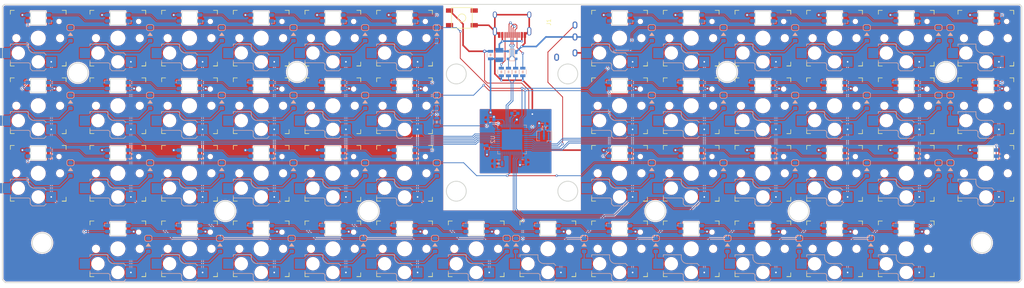
<source format=kicad_pcb>
(kicad_pcb (version 20171130) (host pcbnew "(5.1.11)-1")
  (layers (0 F.Cu signal) (31 B.Cu signal) (34 B.Paste user) (35 F.Paste user) (36 B.SilkS user) (37 F.SilkS user) (38 B.Mask user) (39 F.Mask user) (44 Edge.Cuts user))
  (net 0 "")
  (net 1 "Net-(D2-Pad2)")
  (net 2 "Net-(D3-Pad2)")
  (net 3 "Net-(D4-Pad2)")
  (net 4 "Net-(D5-Pad2)")
  (net 5 "Net-(D7-Pad2)")
  (net 6 "Net-(D8-Pad2)")
  (net 7 "Net-(D9-Pad2)")
  (net 8 "Net-(D10-Pad2)")
  (net 9 "Net-(D12-Pad2)")
  (net 10 "Net-(D13-Pad2)")
  (net 11 "Net-(D14-Pad2)")
  (net 12 "Net-(D15-Pad2)")
  (net 13 "Net-(D17-Pad2)")
  (net 14 "Net-(D18-Pad2)")
  (net 15 "Net-(D19-Pad2)")
  (net 16 "Net-(D20-Pad2)")
  (net 17 "Net-(D22-Pad2)")
  (net 18 "Net-(D23-Pad2)")
  (net 19 "Net-(D24-Pad2)")
  (net 20 "Net-(D25-Pad2)")
  (net 21 "Net-(D27-Pad2)")
  (net 22 "Net-(D28-Pad2)")
  (net 23 "Net-(D29-Pad2)")
  (net 24 "Net-(D30-Pad2)")
  (net 25 "Net-(D32-Pad2)")
  (net 26 "Net-(D33-Pad2)")
  (net 27 "Net-(D34-Pad2)")
  (net 28 "Net-(D35-Pad2)")
  (net 29 "Net-(D37-Pad2)")
  (net 30 "Net-(D38-Pad2)")
  (net 31 "Net-(D39-Pad2)")
  (net 32 "Net-(D40-Pad2)")
  (net 33 "Net-(D42-Pad2)")
  (net 34 "Net-(D43-Pad2)")
  (net 35 "Net-(D44-Pad2)")
  (net 36 "Net-(D45-Pad2)")
  (net 37 "Net-(D47-Pad2)")
  (net 38 "Net-(D48-Pad2)")
  (net 39 "Net-(D49-Pad2)")
  (net 40 "Net-(D50-Pad2)")
  (net 41 "Net-(D52-Pad2)")
  (net 42 "Net-(D53-Pad2)")
  (net 43 "Net-(D54-Pad2)")
  (net 44 "Net-(D55-Pad2)")
  (net 45 "Net-(D57-Pad2)")
  (net 46 "Net-(D58-Pad2)")
  (net 47 "Net-(D59-Pad2)")
  (net 48 "Net-(D60-Pad2)")
  (net 49 "Net-(RGB1-Pad4)")
  (net 50 "Net-(RGB1-Pad2)")
  (net 51 "Net-(RGB2-Pad2)")
  (net 52 "Net-(RGB3-Pad2)")
  (net 53 "Net-(RGB4-Pad2)")
  (net 54 "Net-(RGB5-Pad2)")
  (net 55 "Net-(RGB7-Pad2)")
  (net 56 "Net-(RGB8-Pad2)")
  (net 57 "Net-(RGB10-Pad4)")
  (net 58 "Net-(RGB10-Pad2)")
  (net 59 "Net-(RGB11-Pad2)")
  (net 60 "Net-(RGB13-Pad4)")
  (net 61 "Net-(RGB13-Pad2)")
  (net 62 "Net-(RGB14-Pad4)")
  (net 63 "Net-(RGB14-Pad2)")
  (net 64 "Net-(RGB16-Pad4)")
  (net 65 "Net-(RGB18-Pad4)")
  (net 66 "Net-(RGB20-Pad4)")
  (net 67 "Net-(RGB22-Pad4)")
  (net 68 "Net-(RGB24-Pad4)")
  (net 69 "Net-(RGB25-Pad4)")
  (net 70 "Net-(RGB26-Pad4)")
  (net 71 "Net-(RGB27-Pad4)")
  (net 72 "Net-(RGB28-Pad4)")
  (net 73 "Net-(RGB29-Pad4)")
  (net 74 "Net-(RGB23-Pad4)")
  (net 75 "Net-(RGB15-Pad4)")
  (net 76 "Net-(RGB17-Pad4)")
  (net 77 "Net-(RGB19-Pad4)")
  (net 78 "Net-(RGB21-Pad4)")
  (net 79 "Net-(RGB31-Pad4)")
  (net 80 "Net-(RGB31-Pad2)")
  (net 81 "Net-(RGB32-Pad4)")
  (net 82 "Net-(RGB33-Pad4)")
  (net 83 "Net-(RGB34-Pad4)")
  (net 84 "Net-(RGB35-Pad4)")
  (net 85 "Net-(RGB37-Pad2)")
  (net 86 "Net-(RGB38-Pad2)")
  (net 87 "Net-(RGB39-Pad2)")
  (net 88 "Net-(RGB40-Pad2)")
  (net 89 "Net-(RGB41-Pad2)")
  (net 90 "Net-(RGB42-Pad2)")
  (net 91 "Net-(RGB43-Pad4)")
  (net 92 "Net-(RGB44-Pad4)")
  (net 93 "Net-(RGB45-Pad4)")
  (net 94 "Net-(RGB46-Pad4)")
  (net 95 "Net-(RGB47-Pad4)")
  (net 96 +5V)
  (net 97 GND)
  (net 98 DIN)
  (net 99 DATA)
  (net 100 "Net-(C6-Pad1)")
  (net 101 VCC)
  (net 102 "Net-(R1-Pad2)")
  (net 103 "Net-(R2-Pad2)")
  (net 104 D+)
  (net 105 D-)
  (net 106 RST)
  (net 107 "Net-(R6-Pad2)")
  (net 108 "Net-(U2-Pad17)")
  (net 109 "Net-(U2-Pad16)")
  (net 110 /C+)
  (net 111 /C-)
  (net 112 R0)
  (net 113 R1)
  (net 114 R2)
  (net 115 R3)
  (net 116 C0)
  (net 117 C1)
  (net 118 C2)
  (net 119 C3)
  (net 120 C4)
  (net 121 C5)
  (net 122 C6)
  (net 123 C7)
  (net 124 C8)
  (net 125 C9)
  (net 126 C10)
  (net 127 C11)
  (net 128 "Net-(R7-Pad2)")
  (module sanproject-keyboard-part:R_0805 (layer B.Cu) (at 130.1 68.1 270)
    (fp_text reference R7)
    (fp_text value 330R)
    (pad 2 smd rect (at 0.95 0 270) (size 0.7 1.3) (layers B.Cu B.Paste B.Mask) (net 128 "Net-(R7-Pad2)"))
    (pad 1 smd rect (at -0.95 0 270) (size 0.7 1.3) (layers B.Cu B.Paste B.Mask) (net 98 DIN))
  )
  (module Crystal:Resonator_SMD_muRata_CSTxExxV-3Pin_3.0x1.1mm (layer B.Cu) (at 157 71.6 180)
    (fp_text reference Y1 (at 0 2) (layer B.SilkS) (effects (justify mirror)))
    (fp_text value 16mhz)
    (pad 3 smd rect (at 1.2 0 180) (size 0.4 1.9) (layers B.Cu B.Paste B.Mask) (net 109 "Net-(U2-Pad16)"))
    (pad 2 smd rect (at 0 0 180) (size 0.4 1.9) (layers B.Cu B.Paste B.Mask) (net 97 GND))
    (pad 1 smd rect (at -1.2 0 180) (size 0.4 1.9) (layers B.Cu B.Paste B.Mask) (net 108 "Net-(U2-Pad17)"))
  )
  (module sanproject-keyboard-part:HRO-TYPE-C-31-M-12-Assembly (layer F.Cu) (at 149 38.5 180)
    (fp_text reference USB1)
    (fp_text value HRO-TYPE-C-31-M-12)
    (pad 12 smd rect (at 3.225 -7.695 180) (size 0.6 1.45) (layers F.Cu F.Paste F.Mask) (net 97 GND))
    (pad 1 smd rect (at -3.225 -7.695 180) (size 0.6 1.45) (layers F.Cu F.Paste F.Mask) (net 97 GND))
    (pad 11 smd rect (at 2.45 -7.695 180) (size 0.6 1.45) (layers F.Cu F.Paste F.Mask) (net 101 VCC))
    (pad 2 smd rect (at -2.45 -7.695 180) (size 0.6 1.45) (layers F.Cu F.Paste F.Mask) (net 101 VCC))
    (pad 3 smd rect (at -1.75 -7.695 180) (size 0.3 1.45) (layers F.Cu F.Paste F.Mask))
    (pad 10 smd rect (at 1.75 -7.695 180) (size 0.3 1.45) (layers F.Cu F.Paste F.Mask) (net 102 "Net-(R1-Pad2)"))
    (pad 4 smd rect (at -1.25 -7.695 180) (size 0.3 1.45) (layers F.Cu F.Paste F.Mask) (net 103 "Net-(R2-Pad2)"))
    (pad 9 smd rect (at 1.25 -7.695 180) (size 0.3 1.45) (layers F.Cu F.Paste F.Mask))
    (pad 5 smd rect (at -0.75 -7.695 180) (size 0.3 1.45) (layers F.Cu F.Paste F.Mask) (net 111 /C-))
    (pad 8 smd rect (at 0.75 -7.695 180) (size 0.3 1.45) (layers F.Cu F.Paste F.Mask) (net 110 /C+))
    (pad 7 smd rect (at 0.25 -7.695 180) (size 0.3 1.45) (layers F.Cu F.Paste F.Mask) (net 111 /C-))
    (pad 6 smd rect (at -0.25 -7.695 180) (size 0.3 1.45) (layers F.Cu F.Paste F.Mask) (net 110 /C+))
    (pad "" np_thru_hole circle (at 2.89 -6.25 180) (size 0.65 0.65) (drill 0.65) (layers *.Cu *.Mask))
    (pad "" np_thru_hole circle (at -2.89 -6.25 180) (size 0.65 0.65) (drill 0.65) (layers *.Cu *.Mask))
    (pad 13 thru_hole oval (at -4.32 -6.78 180) (size 1 2.1) (drill oval 0.6 1.7) (layers *.Cu *.Mask) (net 97 GND))
    (pad 13 thru_hole oval (at 4.32 -6.78 180) (size 1 2.1) (drill oval 0.6 1.7) (layers *.Cu *.Mask) (net 97 GND))
    (pad 13 thru_hole oval (at -4.32 -2.6 180) (size 1 1.6) (drill oval 0.6 1.2) (layers *.Cu *.Mask) (net 97 GND))
    (pad 13 thru_hole oval (at 4.32 -2.6 180) (size 1 1.6) (drill oval 0.6 1.2) (layers *.Cu *.Mask) (net 97 GND))
  )
  (module Package_DFN_QFN:QFN-44-1EP_7x7mm_P0.5mm_EP5.15x5.15mm (layer B.Cu) (at 149 72.5 270)
    (fp_text reference U2 (at 0 4.82 90) (layer B.SilkS) (effects (justify mirror)))
    (fp_text value ATmega32U4-MU)
    (pad 45 smd rect (at 0 0 270) (size 5.15 5.15) (layers B.Cu B.Mask) (net 97 GND))
    (pad 44 smd roundrect (at -2.5 3.4375 270) (size 0.25 0.875) (layers B.Cu B.Paste B.Mask) (net 96 +5V))
    (pad 43 smd roundrect (at -2 3.4375 270) (size 0.25 0.875) (layers B.Cu B.Paste B.Mask) (net 97 GND))
    (pad 42 smd roundrect (at -1.5 3.4375 270) (size 0.25 0.875) (layers B.Cu B.Paste B.Mask))
    (pad 41 smd roundrect (at -1 3.4375 270) (size 0.25 0.875) (layers B.Cu B.Paste B.Mask) (net 121 C5))
    (pad 40 smd roundrect (at -0.5 3.4375 270) (size 0.25 0.875) (layers B.Cu B.Paste B.Mask) (net 120 C4))
    (pad 39 smd roundrect (at 0 3.4375 270) (size 0.25 0.875) (layers B.Cu B.Paste B.Mask) (net 119 C3))
    (pad 38 smd roundrect (at 0.5 3.4375 270) (size 0.25 0.875) (layers B.Cu B.Paste B.Mask) (net 118 C2))
    (pad 37 smd roundrect (at 1 3.4375 270) (size 0.25 0.875) (layers B.Cu B.Paste B.Mask) (net 117 C1))
    (pad 36 smd roundrect (at 1.5 3.4375 270) (size 0.25 0.875) (layers B.Cu B.Paste B.Mask) (net 116 C0))
    (pad 35 smd roundrect (at 2 3.4375 270) (size 0.25 0.875) (layers B.Cu B.Paste B.Mask) (net 97 GND))
    (pad 34 smd roundrect (at 2.5 3.4375 270) (size 0.25 0.875) (layers B.Cu B.Paste B.Mask) (net 96 +5V))
    (pad 33 smd roundrect (at 3.4375 2.5 270) (size 0.875 0.25) (layers B.Cu B.Paste B.Mask) (net 107 "Net-(R6-Pad2)"))
    (pad 32 smd roundrect (at 3.4375 2 270) (size 0.875 0.25) (layers B.Cu B.Paste B.Mask))
    (pad 31 smd roundrect (at 3.4375 1.5 270) (size 0.875 0.25) (layers B.Cu B.Paste B.Mask))
    (pad 30 smd roundrect (at 3.4375 1 270) (size 0.875 0.25) (layers B.Cu B.Paste B.Mask))
    (pad 29 smd roundrect (at 3.4375 0.5 270) (size 0.875 0.25) (layers B.Cu B.Paste B.Mask) (net 114 R2))
    (pad 28 smd roundrect (at 3.4375 0 270) (size 0.875 0.25) (layers B.Cu B.Paste B.Mask))
    (pad 27 smd roundrect (at 3.4375 -0.5 270) (size 0.875 0.25) (layers B.Cu B.Paste B.Mask) (net 115 R3))
    (pad 26 smd roundrect (at 3.4375 -1 270) (size 0.875 0.25) (layers B.Cu B.Paste B.Mask) (net 123 C7))
    (pad 25 smd roundrect (at 3.4375 -1.5 270) (size 0.875 0.25) (layers B.Cu B.Paste B.Mask) (net 122 C6))
    (pad 24 smd roundrect (at 3.4375 -2 270) (size 0.875 0.25) (layers B.Cu B.Paste B.Mask) (net 96 +5V))
    (pad 23 smd roundrect (at 3.4375 -2.5 270) (size 0.875 0.25) (layers B.Cu B.Paste B.Mask) (net 97 GND))
    (pad 22 smd roundrect (at 2.5 -3.4375 270) (size 0.25 0.875) (layers B.Cu B.Paste B.Mask) (net 127 C11))
    (pad 21 smd roundrect (at 2 -3.4375 270) (size 0.25 0.875) (layers B.Cu B.Paste B.Mask) (net 126 C10))
    (pad 20 smd roundrect (at 1.5 -3.4375 270) (size 0.25 0.875) (layers B.Cu B.Paste B.Mask) (net 99 DATA))
    (pad 19 smd roundrect (at 1 -3.4375 270) (size 0.25 0.875) (layers B.Cu B.Paste B.Mask) (net 125 C9))
    (pad 18 smd roundrect (at 0.5 -3.4375 270) (size 0.25 0.875) (layers B.Cu B.Paste B.Mask) (net 124 C8))
    (pad 17 smd roundrect (at 0 -3.4375 270) (size 0.25 0.875) (layers B.Cu B.Paste B.Mask) (net 108 "Net-(U2-Pad17)"))
    (pad 16 smd roundrect (at -0.5 -3.4375 270) (size 0.25 0.875) (layers B.Cu B.Paste B.Mask) (net 109 "Net-(U2-Pad16)"))
    (pad 15 smd roundrect (at -1 -3.4375 270) (size 0.25 0.875) (layers B.Cu B.Paste B.Mask) (net 97 GND))
    (pad 14 smd roundrect (at -1.5 -3.4375 270) (size 0.25 0.875) (layers B.Cu B.Paste B.Mask) (net 96 +5V))
    (pad 13 smd roundrect (at -2 -3.4375 270) (size 0.25 0.875) (layers B.Cu B.Paste B.Mask) (net 106 RST))
    (pad 12 smd roundrect (at -2.5 -3.4375 270) (size 0.25 0.875) (layers B.Cu B.Paste B.Mask))
    (pad 11 smd roundrect (at -3.4375 -2.5 270) (size 0.875 0.25) (layers B.Cu B.Paste B.Mask) (net 113 R1))
    (pad 10 smd roundrect (at -3.4375 -2 270) (size 0.875 0.25) (layers B.Cu B.Paste B.Mask) (net 112 R0))
    (pad 9 smd roundrect (at -3.4375 -1.5 270) (size 0.875 0.25) (layers B.Cu B.Paste B.Mask))
    (pad 8 smd roundrect (at -3.4375 -1 270) (size 0.875 0.25) (layers B.Cu B.Paste B.Mask))
    (pad 7 smd roundrect (at -3.4375 -0.5 270) (size 0.875 0.25) (layers B.Cu B.Paste B.Mask) (net 96 +5V))
    (pad 6 smd roundrect (at -3.4375 0 270) (size 0.875 0.25) (layers B.Cu B.Paste B.Mask) (net 100 "Net-(C6-Pad1)"))
    (pad 5 smd roundrect (at -3.4375 0.5 270) (size 0.875 0.25) (layers B.Cu B.Paste B.Mask) (net 97 GND))
    (pad 4 smd roundrect (at -3.4375 1 270) (size 0.875 0.25) (layers B.Cu B.Paste B.Mask) (net 104 D+))
    (pad 3 smd roundrect (at -3.4375 1.5 270) (size 0.875 0.25) (layers B.Cu B.Paste B.Mask) (net 105 D-))
    (pad 2 smd roundrect (at -3.4375 2 270) (size 0.875 0.25) (layers B.Cu B.Paste B.Mask) (net 96 +5V))
    (pad 1 smd roundrect (at -3.4375 2.5 270) (size 0.875 0.25) (layers B.Cu B.Paste B.Mask) (net 128 "Net-(R7-Pad2)"))
  )
  (module sanproject-keyboard-part:SOT143B (layer B.Cu) (at 149 51.25 180)
    (fp_text reference U1)
    (fp_text value PRTR5V0U2X)
    (pad 1 smd rect (at -1 0.75 270) (size 1 0.7) (layers B.Cu B.Paste B.Mask) (net 97 GND))
    (pad 4 smd rect (at 1 0.95 270) (size 0.6 0.7) (layers B.Cu B.Paste B.Mask) (net 101 VCC))
    (pad 2 smd rect (at -1 -0.95 270) (size 0.6 0.7) (layers B.Cu B.Paste B.Mask) (net 110 /C+))
    (pad 3 smd rect (at 1 -0.95 270) (size 0.6 0.7) (layers B.Cu B.Paste B.Mask) (net 111 /C-))
  )
  (module sanproject-keyboard-part:SKQG-1155865 (layer F.Cu) (at 136.4 41.9)
    (fp_text reference SW1)
    (fp_text value SW_Push)
    (pad 4 smd rect (at -3.1 1.85) (size 1.8 1.1) (layers F.Cu F.Paste F.Mask))
    (pad 3 smd rect (at 3.1 -1.85) (size 1.8 1.1) (layers F.Cu F.Paste F.Mask))
    (pad 2 smd rect (at -3.1 -1.85) (size 1.8 1.1) (layers F.Cu F.Paste F.Mask) (net 106 RST))
    (pad 1 smd rect (at 3.1 1.85) (size 1.8 1.1) (layers F.Cu F.Paste F.Mask) (net 97 GND))
  )
  (module sanproject-keyboard-part:R_0805 (layer B.Cu) (at 145.55 78.55)
    (fp_text reference R6)
    (fp_text value 1k)
    (pad 2 smd rect (at 0.95 0) (size 0.7 1.3) (layers B.Cu B.Paste B.Mask) (net 107 "Net-(R6-Pad2)"))
    (pad 1 smd rect (at -0.95 0) (size 0.7 1.3) (layers B.Cu B.Paste B.Mask) (net 97 GND))
  )
  (module sanproject-keyboard-part:R_0805 (layer B.Cu) (at 143.6 51.25 90)
    (fp_text reference R5)
    (fp_text value 10k)
    (pad 2 smd rect (at 0.95 0 90) (size 0.7 1.3) (layers B.Cu B.Paste B.Mask) (net 106 RST))
    (pad 1 smd rect (at -0.95 0 90) (size 0.7 1.3) (layers B.Cu B.Paste B.Mask) (net 96 +5V))
  )
  (module sanproject-keyboard-part:R_0805 (layer B.Cu) (at 148.1 55.5 90)
    (fp_text reference R4)
    (fp_text value 22)
    (pad 2 smd rect (at 0.95 0 90) (size 0.7 1.3) (layers B.Cu B.Paste B.Mask) (net 111 /C-))
    (pad 1 smd rect (at -0.95 0 90) (size 0.7 1.3) (layers B.Cu B.Paste B.Mask) (net 105 D-))
  )
  (module sanproject-keyboard-part:R_0805 (layer B.Cu) (at 149.9 55.5 90)
    (fp_text reference R3)
    (fp_text value 22)
    (pad 2 smd rect (at 0.95 0 90) (size 0.7 1.3) (layers B.Cu B.Paste B.Mask) (net 110 /C+))
    (pad 1 smd rect (at -0.95 0 90) (size 0.7 1.3) (layers B.Cu B.Paste B.Mask) (net 104 D+))
  )
  (module sanproject-keyboard-part:R_0805 (layer B.Cu) (at 151.7 55.5 90)
    (fp_text reference R2)
    (fp_text value 5.1k)
    (pad 2 smd rect (at 0.95 0 90) (size 0.7 1.3) (layers B.Cu B.Paste B.Mask) (net 103 "Net-(R2-Pad2)"))
    (pad 1 smd rect (at -0.95 0 90) (size 0.7 1.3) (layers B.Cu B.Paste B.Mask) (net 97 GND))
  )
  (module sanproject-keyboard-part:R_0805 (layer B.Cu) (at 146.3 55.5 90)
    (fp_text reference R1)
    (fp_text value 5.1k)
    (pad 2 smd rect (at 0.95 0 90) (size 0.7 1.3) (layers B.Cu B.Paste B.Mask) (net 102 "Net-(R1-Pad2)"))
    (pad 1 smd rect (at -0.95 0 90) (size 0.7 1.3) (layers B.Cu B.Paste B.Mask) (net 97 GND))
  )
  (module sanproject-keyboard-part:Fuse_SMD1206_Reflow (layer B.Cu) (at 145.81 51.25 90)
    (fp_text reference F1)
    (fp_text value Fuse)
    (pad 2 smd rect (at 1.2 0) (size 2.03 1.14) (layers B.Cu B.Paste B.Mask) (net 101 VCC))
    (pad 1 smd rect (at -1.2 0) (size 2.03 1.14) (layers B.Cu B.Paste B.Mask) (net 96 +5V))
  )
  (module sanproject-keyboard-part:C_0603 (layer B.Cu) (at 156.55 69.05 180)
    (fp_text reference C7)
    (fp_text value 0.1uF)
    (pad 2 smd rect (at 0.75 0 180) (size 0.8 0.75) (layers B.Cu B.Paste B.Mask) (net 96 +5V))
    (pad 1 smd rect (at -0.75 0 180) (size 0.8 0.75) (layers B.Cu B.Paste B.Mask) (net 97 GND))
  )
  (module sanproject-keyboard-part:C_0603 (layer B.Cu) (at 149.7 65.9 180)
    (fp_text reference C6)
    (fp_text value 1uF)
    (pad 2 smd rect (at 0.75 0 180) (size 0.8 0.75) (layers B.Cu B.Paste B.Mask) (net 97 GND))
    (pad 1 smd rect (at -0.75 0 180) (size 0.8 0.75) (layers B.Cu B.Paste B.Mask) (net 100 "Net-(C6-Pad1)"))
  )
  (module sanproject-keyboard-part:C_0603 (layer B.Cu) (at 142.7 74.75 270)
    (fp_text reference C5)
    (fp_text value 0.1uF)
    (pad 2 smd rect (at 0.75 0 270) (size 0.8 0.75) (layers B.Cu B.Paste B.Mask) (net 96 +5V))
    (pad 1 smd rect (at -0.75 0 270) (size 0.8 0.75) (layers B.Cu B.Paste B.Mask) (net 97 GND))
  )
  (module sanproject-keyboard-part:C_0603 (layer B.Cu) (at 151.75 78.2 180)
    (fp_text reference C4)
    (fp_text value 0.1uF)
    (pad 2 smd rect (at 0.75 0 180) (size 0.8 0.75) (layers B.Cu B.Paste B.Mask) (net 96 +5V))
    (pad 1 smd rect (at -0.75 0 180) (size 0.8 0.75) (layers B.Cu B.Paste B.Mask) (net 97 GND))
  )
  (module sanproject-keyboard-part:C_0603 (layer B.Cu) (at 143.7 67.5)
    (fp_text reference C1)
    (fp_text value 10uF)
    (pad 2 smd rect (at 0.75 0) (size 0.8 0.75) (layers B.Cu B.Paste B.Mask) (net 96 +5V))
    (pad 1 smd rect (at -0.75 0) (size 0.8 0.75) (layers B.Cu B.Paste B.Mask) (net 97 GND))
  )
  (module sanproject-keyboard-part:PJ-3200B-4A-Assembly (layer F.Cu) (at 162.5 40.5 270)
    (fp_text reference J1 (at 2.5 4.25 90) (layer F.SilkS))
    (fp_text value AudioJack3)
    (pad "" np_thru_hole circle (at 8.6 0 270) (size 1.5 1.5) (drill 1.5) (layers *.Cu *.Mask))
    (pad "" np_thru_hole circle (at 1.6 0 270) (size 1.5 1.5) (drill 1.5) (layers *.Cu *.Mask))
    (pad 4 thru_hole oval (at 11.3 2.3 270) (size 1.8 1.2) (drill oval 1.2 0.6) (layers *.Cu *.Mask))
    (pad 3 thru_hole oval (at 10.2 -2.3 270) (size 1.8 1.2) (drill oval 1.2 0.6) (layers *.Cu *.Mask) (net 96 +5V))
    (pad 2 thru_hole oval (at 6.2 -2.3 270) (size 1.8 1.2) (drill oval 1.2 0.6) (layers *.Cu *.Mask) (net 97 GND))
    (pad 1 thru_hole oval (at 3.2 -2.3 270) (size 1.8 1.2) (drill oval 1.2 0.6) (layers *.Cu *.Mask) (net 99 DATA))
  )
  (module sanproject-keyboard-part:D_SOD-123 (layer B.Cu) (at 130.1 46 270)
    (fp_text reference D27)
    (fp_text value SOD-123)
    (pad 1 smd roundrect (at -1.65 0 270) (size 1 1.2) (layers B.Cu B.Paste B.Mask) (net 112 R0))
    (pad 2 smd roundrect (at 1.65 0 270) (size 1 1.2) (layers B.Cu B.Paste B.Mask) (net 21 "Net-(D27-Pad2)"))
  )
  (module sanproject-keyboard-part:RGB-6028_FLIPPED (layer B.Cu) (at 268 47)
    (fp_text reference RGB48)
    (fp_text value WS2812B)
    (fp_line (start -1.9 -3.38) (end -1.9 -6.78) (layer Edge.Cuts) (width 0.15))
    (fp_line (start 1.9 -6.78) (end -1.9 -6.78) (layer Edge.Cuts) (width 0.15))
    (fp_line (start 1.9 -3.38) (end 1.9 -6.78) (layer Edge.Cuts) (width 0.15))
    (fp_line (start 1.9 -3.38) (end -1.9 -3.38) (layer Edge.Cuts) (width 0.15))
    (pad 4 smd rect (at 2.595 -5.83) (size 1.19 0.9) (layers B.Cu B.Paste B.Mask) (net 90 "Net-(RGB42-Pad2)"))
    (pad 2 smd rect (at -2.595 -4.33) (size 1.19 0.9) (layers B.Cu B.Paste B.Mask) (net 95 "Net-(RGB47-Pad4)"))
    (pad 1 smd rect (at -2.595 -5.83) (size 1.19 0.9) (layers B.Cu B.Paste B.Mask) (net 96 +5V))
    (pad 3 smd rect (at 2.595 -4.33) (size 1.19 0.9) (layers B.Cu B.Paste B.Mask) (net 97 GND))
  )
  (module sanproject-keyboard-part:RGB-6028_FLIPPED (layer B.Cu) (at 248 47)
    (fp_text reference RGB47)
    (fp_text value WS2812B)
    (fp_line (start -1.9 -3.38) (end -1.9 -6.78) (layer Edge.Cuts) (width 0.15))
    (fp_line (start 1.9 -6.78) (end -1.9 -6.78) (layer Edge.Cuts) (width 0.15))
    (fp_line (start 1.9 -3.38) (end 1.9 -6.78) (layer Edge.Cuts) (width 0.15))
    (fp_line (start 1.9 -3.38) (end -1.9 -3.38) (layer Edge.Cuts) (width 0.15))
    (pad 4 smd rect (at 2.595 -5.83) (size 1.19 0.9) (layers B.Cu B.Paste B.Mask) (net 95 "Net-(RGB47-Pad4)"))
    (pad 2 smd rect (at -2.595 -4.33) (size 1.19 0.9) (layers B.Cu B.Paste B.Mask) (net 94 "Net-(RGB46-Pad4)"))
    (pad 1 smd rect (at -2.595 -5.83) (size 1.19 0.9) (layers B.Cu B.Paste B.Mask) (net 96 +5V))
    (pad 3 smd rect (at 2.595 -4.33) (size 1.19 0.9) (layers B.Cu B.Paste B.Mask) (net 97 GND))
  )
  (module sanproject-keyboard-part:RGB-6028_FLIPPED (layer B.Cu) (at 230 47)
    (fp_text reference RGB46)
    (fp_text value WS2812B)
    (fp_line (start -1.9 -3.38) (end -1.9 -6.78) (layer Edge.Cuts) (width 0.15))
    (fp_line (start 1.9 -6.78) (end -1.9 -6.78) (layer Edge.Cuts) (width 0.15))
    (fp_line (start 1.9 -3.38) (end 1.9 -6.78) (layer Edge.Cuts) (width 0.15))
    (fp_line (start 1.9 -3.38) (end -1.9 -3.38) (layer Edge.Cuts) (width 0.15))
    (pad 4 smd rect (at 2.595 -5.83) (size 1.19 0.9) (layers B.Cu B.Paste B.Mask) (net 94 "Net-(RGB46-Pad4)"))
    (pad 2 smd rect (at -2.595 -4.33) (size 1.19 0.9) (layers B.Cu B.Paste B.Mask) (net 93 "Net-(RGB45-Pad4)"))
    (pad 1 smd rect (at -2.595 -5.83) (size 1.19 0.9) (layers B.Cu B.Paste B.Mask) (net 96 +5V))
    (pad 3 smd rect (at 2.595 -4.33) (size 1.19 0.9) (layers B.Cu B.Paste B.Mask) (net 97 GND))
  )
  (module sanproject-keyboard-part:RGB-6028_FLIPPED (layer B.Cu) (at 212 47)
    (fp_text reference RGB45)
    (fp_text value WS2812B)
    (fp_line (start -1.9 -3.38) (end -1.9 -6.78) (layer Edge.Cuts) (width 0.15))
    (fp_line (start 1.9 -6.78) (end -1.9 -6.78) (layer Edge.Cuts) (width 0.15))
    (fp_line (start 1.9 -3.38) (end 1.9 -6.78) (layer Edge.Cuts) (width 0.15))
    (fp_line (start 1.9 -3.38) (end -1.9 -3.38) (layer Edge.Cuts) (width 0.15))
    (pad 4 smd rect (at 2.595 -5.83) (size 1.19 0.9) (layers B.Cu B.Paste B.Mask) (net 93 "Net-(RGB45-Pad4)"))
    (pad 2 smd rect (at -2.595 -4.33) (size 1.19 0.9) (layers B.Cu B.Paste B.Mask) (net 92 "Net-(RGB44-Pad4)"))
    (pad 1 smd rect (at -2.595 -5.83) (size 1.19 0.9) (layers B.Cu B.Paste B.Mask) (net 96 +5V))
    (pad 3 smd rect (at 2.595 -4.33) (size 1.19 0.9) (layers B.Cu B.Paste B.Mask) (net 97 GND))
  )
  (module sanproject-keyboard-part:RGB-6028_FLIPPED (layer B.Cu) (at 194 47)
    (fp_text reference RGB44)
    (fp_text value WS2812B)
    (fp_line (start -1.9 -3.38) (end -1.9 -6.78) (layer Edge.Cuts) (width 0.15))
    (fp_line (start 1.9 -6.78) (end -1.9 -6.78) (layer Edge.Cuts) (width 0.15))
    (fp_line (start 1.9 -3.38) (end 1.9 -6.78) (layer Edge.Cuts) (width 0.15))
    (fp_line (start 1.9 -3.38) (end -1.9 -3.38) (layer Edge.Cuts) (width 0.15))
    (pad 4 smd rect (at 2.595 -5.83) (size 1.19 0.9) (layers B.Cu B.Paste B.Mask) (net 92 "Net-(RGB44-Pad4)"))
    (pad 2 smd rect (at -2.595 -4.33) (size 1.19 0.9) (layers B.Cu B.Paste B.Mask) (net 91 "Net-(RGB43-Pad4)"))
    (pad 1 smd rect (at -2.595 -5.83) (size 1.19 0.9) (layers B.Cu B.Paste B.Mask) (net 96 +5V))
    (pad 3 smd rect (at 2.595 -4.33) (size 1.19 0.9) (layers B.Cu B.Paste B.Mask) (net 97 GND))
  )
  (module sanproject-keyboard-part:RGB-6028_FLIPPED (layer B.Cu) (at 176 47)
    (fp_text reference RGB43)
    (fp_text value WS2812B)
    (fp_line (start -1.9 -3.38) (end -1.9 -6.78) (layer Edge.Cuts) (width 0.15))
    (fp_line (start 1.9 -6.78) (end -1.9 -6.78) (layer Edge.Cuts) (width 0.15))
    (fp_line (start 1.9 -3.38) (end 1.9 -6.78) (layer Edge.Cuts) (width 0.15))
    (fp_line (start 1.9 -3.38) (end -1.9 -3.38) (layer Edge.Cuts) (width 0.15))
    (pad 4 smd rect (at 2.595 -5.83) (size 1.19 0.9) (layers B.Cu B.Paste B.Mask) (net 91 "Net-(RGB43-Pad4)"))
    (pad 2 smd rect (at -2.595 -4.33) (size 1.19 0.9) (layers B.Cu B.Paste B.Mask))
    (pad 1 smd rect (at -2.595 -5.83) (size 1.19 0.9) (layers B.Cu B.Paste B.Mask) (net 96 +5V))
    (pad 3 smd rect (at 2.595 -4.33) (size 1.19 0.9) (layers B.Cu B.Paste B.Mask) (net 97 GND))
  )
  (module sanproject-keyboard-part:RGB-6028 (layer B.Cu) (at 268 64)
    (fp_text reference RGB42)
    (fp_text value WS2812B)
    (fp_line (start 1.9 -3.38) (end -1.9 -3.38) (layer Edge.Cuts) (width 0.15))
    (fp_line (start 1.9 -3.38) (end 1.9 -6.78) (layer Edge.Cuts) (width 0.15))
    (fp_line (start 1.9 -6.78) (end -1.9 -6.78) (layer Edge.Cuts) (width 0.15))
    (fp_line (start -1.9 -3.38) (end -1.9 -6.78) (layer Edge.Cuts) (width 0.15))
    (pad 1 smd rect (at 2.595 -4.33) (size 1.19 0.9) (layers B.Cu B.Paste B.Mask) (net 96 +5V))
    (pad 3 smd rect (at -2.595 -5.83) (size 1.19 0.9) (layers B.Cu B.Paste B.Mask) (net 97 GND))
    (pad 4 smd rect (at -2.595 -4.33) (size 1.19 0.9) (layers B.Cu B.Paste B.Mask) (net 89 "Net-(RGB41-Pad2)"))
    (pad 2 smd rect (at 2.595 -5.83) (size 1.19 0.9) (layers B.Cu B.Paste B.Mask) (net 90 "Net-(RGB42-Pad2)"))
  )
  (module sanproject-keyboard-part:RGB-6028 (layer B.Cu) (at 248 64)
    (fp_text reference RGB41)
    (fp_text value WS2812B)
    (fp_line (start 1.9 -3.38) (end -1.9 -3.38) (layer Edge.Cuts) (width 0.15))
    (fp_line (start 1.9 -3.38) (end 1.9 -6.78) (layer Edge.Cuts) (width 0.15))
    (fp_line (start 1.9 -6.78) (end -1.9 -6.78) (layer Edge.Cuts) (width 0.15))
    (fp_line (start -1.9 -3.38) (end -1.9 -6.78) (layer Edge.Cuts) (width 0.15))
    (pad 1 smd rect (at 2.595 -4.33) (size 1.19 0.9) (layers B.Cu B.Paste B.Mask) (net 96 +5V))
    (pad 3 smd rect (at -2.595 -5.83) (size 1.19 0.9) (layers B.Cu B.Paste B.Mask) (net 97 GND))
    (pad 4 smd rect (at -2.595 -4.33) (size 1.19 0.9) (layers B.Cu B.Paste B.Mask) (net 88 "Net-(RGB40-Pad2)"))
    (pad 2 smd rect (at 2.595 -5.83) (size 1.19 0.9) (layers B.Cu B.Paste B.Mask) (net 89 "Net-(RGB41-Pad2)"))
  )
  (module sanproject-keyboard-part:RGB-6028 (layer B.Cu) (at 230 64)
    (fp_text reference RGB40)
    (fp_text value WS2812B)
    (fp_line (start 1.9 -3.38) (end -1.9 -3.38) (layer Edge.Cuts) (width 0.15))
    (fp_line (start 1.9 -3.38) (end 1.9 -6.78) (layer Edge.Cuts) (width 0.15))
    (fp_line (start 1.9 -6.78) (end -1.9 -6.78) (layer Edge.Cuts) (width 0.15))
    (fp_line (start -1.9 -3.38) (end -1.9 -6.78) (layer Edge.Cuts) (width 0.15))
    (pad 1 smd rect (at 2.595 -4.33) (size 1.19 0.9) (layers B.Cu B.Paste B.Mask) (net 96 +5V))
    (pad 3 smd rect (at -2.595 -5.83) (size 1.19 0.9) (layers B.Cu B.Paste B.Mask) (net 97 GND))
    (pad 4 smd rect (at -2.595 -4.33) (size 1.19 0.9) (layers B.Cu B.Paste B.Mask) (net 87 "Net-(RGB39-Pad2)"))
    (pad 2 smd rect (at 2.595 -5.83) (size 1.19 0.9) (layers B.Cu B.Paste B.Mask) (net 88 "Net-(RGB40-Pad2)"))
  )
  (module sanproject-keyboard-part:RGB-6028 (layer B.Cu) (at 212 64)
    (fp_text reference RGB39)
    (fp_text value WS2812B)
    (fp_line (start 1.9 -3.38) (end -1.9 -3.38) (layer Edge.Cuts) (width 0.15))
    (fp_line (start 1.9 -3.38) (end 1.9 -6.78) (layer Edge.Cuts) (width 0.15))
    (fp_line (start 1.9 -6.78) (end -1.9 -6.78) (layer Edge.Cuts) (width 0.15))
    (fp_line (start -1.9 -3.38) (end -1.9 -6.78) (layer Edge.Cuts) (width 0.15))
    (pad 1 smd rect (at 2.595 -4.33) (size 1.19 0.9) (layers B.Cu B.Paste B.Mask) (net 96 +5V))
    (pad 3 smd rect (at -2.595 -5.83) (size 1.19 0.9) (layers B.Cu B.Paste B.Mask) (net 97 GND))
    (pad 4 smd rect (at -2.595 -4.33) (size 1.19 0.9) (layers B.Cu B.Paste B.Mask) (net 86 "Net-(RGB38-Pad2)"))
    (pad 2 smd rect (at 2.595 -5.83) (size 1.19 0.9) (layers B.Cu B.Paste B.Mask) (net 87 "Net-(RGB39-Pad2)"))
  )
  (module sanproject-keyboard-part:RGB-6028 (layer B.Cu) (at 194 64)
    (fp_text reference RGB38)
    (fp_text value WS2812B)
    (fp_line (start 1.9 -3.38) (end -1.9 -3.38) (layer Edge.Cuts) (width 0.15))
    (fp_line (start 1.9 -3.38) (end 1.9 -6.78) (layer Edge.Cuts) (width 0.15))
    (fp_line (start 1.9 -6.78) (end -1.9 -6.78) (layer Edge.Cuts) (width 0.15))
    (fp_line (start -1.9 -3.38) (end -1.9 -6.78) (layer Edge.Cuts) (width 0.15))
    (pad 1 smd rect (at 2.595 -4.33) (size 1.19 0.9) (layers B.Cu B.Paste B.Mask) (net 96 +5V))
    (pad 3 smd rect (at -2.595 -5.83) (size 1.19 0.9) (layers B.Cu B.Paste B.Mask) (net 97 GND))
    (pad 4 smd rect (at -2.595 -4.33) (size 1.19 0.9) (layers B.Cu B.Paste B.Mask) (net 85 "Net-(RGB37-Pad2)"))
    (pad 2 smd rect (at 2.595 -5.83) (size 1.19 0.9) (layers B.Cu B.Paste B.Mask) (net 86 "Net-(RGB38-Pad2)"))
  )
  (module sanproject-keyboard-part:RGB-6028 (layer B.Cu) (at 176 64)
    (fp_text reference RGB37)
    (fp_text value WS2812B)
    (fp_line (start 1.9 -3.38) (end -1.9 -3.38) (layer Edge.Cuts) (width 0.15))
    (fp_line (start 1.9 -3.38) (end 1.9 -6.78) (layer Edge.Cuts) (width 0.15))
    (fp_line (start 1.9 -6.78) (end -1.9 -6.78) (layer Edge.Cuts) (width 0.15))
    (fp_line (start -1.9 -3.38) (end -1.9 -6.78) (layer Edge.Cuts) (width 0.15))
    (pad 1 smd rect (at 2.595 -4.33) (size 1.19 0.9) (layers B.Cu B.Paste B.Mask) (net 96 +5V))
    (pad 3 smd rect (at -2.595 -5.83) (size 1.19 0.9) (layers B.Cu B.Paste B.Mask) (net 97 GND))
    (pad 4 smd rect (at -2.595 -4.33) (size 1.19 0.9) (layers B.Cu B.Paste B.Mask) (net 80 "Net-(RGB31-Pad2)"))
    (pad 2 smd rect (at 2.595 -5.83) (size 1.19 0.9) (layers B.Cu B.Paste B.Mask) (net 85 "Net-(RGB37-Pad2)"))
  )
  (module sanproject-keyboard-part:RGB-6028 (layer B.Cu) (at 50 100)
    (fp_text reference RGB30)
    (fp_text value WS2812B)
    (fp_line (start 1.9 -3.38) (end -1.9 -3.38) (layer Edge.Cuts) (width 0.15))
    (fp_line (start 1.9 -3.38) (end 1.9 -6.78) (layer Edge.Cuts) (width 0.15))
    (fp_line (start 1.9 -6.78) (end -1.9 -6.78) (layer Edge.Cuts) (width 0.15))
    (fp_line (start -1.9 -3.38) (end -1.9 -6.78) (layer Edge.Cuts) (width 0.15))
    (pad 1 smd rect (at 2.595 -4.33) (size 1.19 0.9) (layers B.Cu B.Paste B.Mask) (net 96 +5V))
    (pad 3 smd rect (at -2.595 -5.83) (size 1.19 0.9) (layers B.Cu B.Paste B.Mask) (net 97 GND))
    (pad 4 smd rect (at -2.595 -4.33) (size 1.19 0.9) (layers B.Cu B.Paste B.Mask) (net 61 "Net-(RGB13-Pad2)"))
    (pad 2 smd rect (at 2.595 -5.83) (size 1.19 0.9) (layers B.Cu B.Paste B.Mask) (net 73 "Net-(RGB29-Pad4)"))
  )
  (module sanproject-keyboard-part:RGB-6028 (layer B.Cu) (at 68 100)
    (fp_text reference RGB29)
    (fp_text value WS2812B)
    (fp_line (start 1.9 -3.38) (end -1.9 -3.38) (layer Edge.Cuts) (width 0.15))
    (fp_line (start 1.9 -3.38) (end 1.9 -6.78) (layer Edge.Cuts) (width 0.15))
    (fp_line (start 1.9 -6.78) (end -1.9 -6.78) (layer Edge.Cuts) (width 0.15))
    (fp_line (start -1.9 -3.38) (end -1.9 -6.78) (layer Edge.Cuts) (width 0.15))
    (pad 1 smd rect (at 2.595 -4.33) (size 1.19 0.9) (layers B.Cu B.Paste B.Mask) (net 96 +5V))
    (pad 3 smd rect (at -2.595 -5.83) (size 1.19 0.9) (layers B.Cu B.Paste B.Mask) (net 97 GND))
    (pad 4 smd rect (at -2.595 -4.33) (size 1.19 0.9) (layers B.Cu B.Paste B.Mask) (net 73 "Net-(RGB29-Pad4)"))
    (pad 2 smd rect (at 2.595 -5.83) (size 1.19 0.9) (layers B.Cu B.Paste B.Mask) (net 72 "Net-(RGB28-Pad4)"))
  )
  (module sanproject-keyboard-part:RGB-6028 (layer B.Cu) (at 86 100)
    (fp_text reference RGB28)
    (fp_text value WS2812B)
    (fp_line (start 1.9 -3.38) (end -1.9 -3.38) (layer Edge.Cuts) (width 0.15))
    (fp_line (start 1.9 -3.38) (end 1.9 -6.78) (layer Edge.Cuts) (width 0.15))
    (fp_line (start 1.9 -6.78) (end -1.9 -6.78) (layer Edge.Cuts) (width 0.15))
    (fp_line (start -1.9 -3.38) (end -1.9 -6.78) (layer Edge.Cuts) (width 0.15))
    (pad 1 smd rect (at 2.595 -4.33) (size 1.19 0.9) (layers B.Cu B.Paste B.Mask) (net 96 +5V))
    (pad 3 smd rect (at -2.595 -5.83) (size 1.19 0.9) (layers B.Cu B.Paste B.Mask) (net 97 GND))
    (pad 4 smd rect (at -2.595 -4.33) (size 1.19 0.9) (layers B.Cu B.Paste B.Mask) (net 72 "Net-(RGB28-Pad4)"))
    (pad 2 smd rect (at 2.595 -5.83) (size 1.19 0.9) (layers B.Cu B.Paste B.Mask) (net 71 "Net-(RGB27-Pad4)"))
  )
  (module sanproject-keyboard-part:RGB-6028 (layer B.Cu) (at 104 100)
    (fp_text reference RGB27)
    (fp_text value WS2812B)
    (fp_line (start 1.9 -3.38) (end -1.9 -3.38) (layer Edge.Cuts) (width 0.15))
    (fp_line (start 1.9 -3.38) (end 1.9 -6.78) (layer Edge.Cuts) (width 0.15))
    (fp_line (start 1.9 -6.78) (end -1.9 -6.78) (layer Edge.Cuts) (width 0.15))
    (fp_line (start -1.9 -3.38) (end -1.9 -6.78) (layer Edge.Cuts) (width 0.15))
    (pad 1 smd rect (at 2.595 -4.33) (size 1.19 0.9) (layers B.Cu B.Paste B.Mask) (net 96 +5V))
    (pad 3 smd rect (at -2.595 -5.83) (size 1.19 0.9) (layers B.Cu B.Paste B.Mask) (net 97 GND))
    (pad 4 smd rect (at -2.595 -4.33) (size 1.19 0.9) (layers B.Cu B.Paste B.Mask) (net 71 "Net-(RGB27-Pad4)"))
    (pad 2 smd rect (at 2.595 -5.83) (size 1.19 0.9) (layers B.Cu B.Paste B.Mask) (net 70 "Net-(RGB26-Pad4)"))
  )
  (module sanproject-keyboard-part:RGB-6028 (layer B.Cu) (at 122 100)
    (fp_text reference RGB26)
    (fp_text value WS2812B)
    (fp_line (start 1.9 -3.38) (end -1.9 -3.38) (layer Edge.Cuts) (width 0.15))
    (fp_line (start 1.9 -3.38) (end 1.9 -6.78) (layer Edge.Cuts) (width 0.15))
    (fp_line (start 1.9 -6.78) (end -1.9 -6.78) (layer Edge.Cuts) (width 0.15))
    (fp_line (start -1.9 -3.38) (end -1.9 -6.78) (layer Edge.Cuts) (width 0.15))
    (pad 1 smd rect (at 2.595 -4.33) (size 1.19 0.9) (layers B.Cu B.Paste B.Mask) (net 96 +5V))
    (pad 3 smd rect (at -2.595 -5.83) (size 1.19 0.9) (layers B.Cu B.Paste B.Mask) (net 97 GND))
    (pad 4 smd rect (at -2.595 -4.33) (size 1.19 0.9) (layers B.Cu B.Paste B.Mask) (net 70 "Net-(RGB26-Pad4)"))
    (pad 2 smd rect (at 2.595 -5.83) (size 1.19 0.9) (layers B.Cu B.Paste B.Mask) (net 69 "Net-(RGB25-Pad4)"))
  )
  (module sanproject-keyboard-part:RGB-6028 (layer B.Cu) (at 140 100)
    (fp_text reference RGB25)
    (fp_text value WS2812B)
    (fp_line (start 1.9 -3.38) (end -1.9 -3.38) (layer Edge.Cuts) (width 0.15))
    (fp_line (start 1.9 -3.38) (end 1.9 -6.78) (layer Edge.Cuts) (width 0.15))
    (fp_line (start 1.9 -6.78) (end -1.9 -6.78) (layer Edge.Cuts) (width 0.15))
    (fp_line (start -1.9 -3.38) (end -1.9 -6.78) (layer Edge.Cuts) (width 0.15))
    (pad 1 smd rect (at 2.595 -4.33) (size 1.19 0.9) (layers B.Cu B.Paste B.Mask) (net 96 +5V))
    (pad 3 smd rect (at -2.595 -5.83) (size 1.19 0.9) (layers B.Cu B.Paste B.Mask) (net 97 GND))
    (pad 4 smd rect (at -2.595 -4.33) (size 1.19 0.9) (layers B.Cu B.Paste B.Mask) (net 69 "Net-(RGB25-Pad4)"))
    (pad 2 smd rect (at 2.595 -5.83) (size 1.19 0.9) (layers B.Cu B.Paste B.Mask) (net 68 "Net-(RGB24-Pad4)"))
  )
  (module sanproject-keyboard-part:RGB-6028 (layer B.Cu) (at 158 100)
    (fp_text reference RGB24)
    (fp_text value WS2812B)
    (fp_line (start 1.9 -3.38) (end -1.9 -3.38) (layer Edge.Cuts) (width 0.15))
    (fp_line (start 1.9 -3.38) (end 1.9 -6.78) (layer Edge.Cuts) (width 0.15))
    (fp_line (start 1.9 -6.78) (end -1.9 -6.78) (layer Edge.Cuts) (width 0.15))
    (fp_line (start -1.9 -3.38) (end -1.9 -6.78) (layer Edge.Cuts) (width 0.15))
    (pad 1 smd rect (at 2.595 -4.33) (size 1.19 0.9) (layers B.Cu B.Paste B.Mask) (net 96 +5V))
    (pad 3 smd rect (at -2.595 -5.83) (size 1.19 0.9) (layers B.Cu B.Paste B.Mask) (net 97 GND))
    (pad 4 smd rect (at -2.595 -4.33) (size 1.19 0.9) (layers B.Cu B.Paste B.Mask) (net 68 "Net-(RGB24-Pad4)"))
    (pad 2 smd rect (at 2.595 -5.83) (size 1.19 0.9) (layers B.Cu B.Paste B.Mask) (net 67 "Net-(RGB22-Pad4)"))
  )
  (module sanproject-keyboard-part:RGB-6028 (layer B.Cu) (at 176 100)
    (fp_text reference RGB22)
    (fp_text value WS2812B)
    (fp_line (start 1.9 -3.38) (end -1.9 -3.38) (layer Edge.Cuts) (width 0.15))
    (fp_line (start 1.9 -3.38) (end 1.9 -6.78) (layer Edge.Cuts) (width 0.15))
    (fp_line (start 1.9 -6.78) (end -1.9 -6.78) (layer Edge.Cuts) (width 0.15))
    (fp_line (start -1.9 -3.38) (end -1.9 -6.78) (layer Edge.Cuts) (width 0.15))
    (pad 1 smd rect (at 2.595 -4.33) (size 1.19 0.9) (layers B.Cu B.Paste B.Mask) (net 96 +5V))
    (pad 3 smd rect (at -2.595 -5.83) (size 1.19 0.9) (layers B.Cu B.Paste B.Mask) (net 97 GND))
    (pad 4 smd rect (at -2.595 -4.33) (size 1.19 0.9) (layers B.Cu B.Paste B.Mask) (net 67 "Net-(RGB22-Pad4)"))
    (pad 2 smd rect (at 2.595 -5.83) (size 1.19 0.9) (layers B.Cu B.Paste B.Mask) (net 66 "Net-(RGB20-Pad4)"))
  )
  (module sanproject-keyboard-part:RGB-6028 (layer B.Cu) (at 194 100)
    (fp_text reference RGB20)
    (fp_text value WS2812B)
    (fp_line (start 1.9 -3.38) (end -1.9 -3.38) (layer Edge.Cuts) (width 0.15))
    (fp_line (start 1.9 -3.38) (end 1.9 -6.78) (layer Edge.Cuts) (width 0.15))
    (fp_line (start 1.9 -6.78) (end -1.9 -6.78) (layer Edge.Cuts) (width 0.15))
    (fp_line (start -1.9 -3.38) (end -1.9 -6.78) (layer Edge.Cuts) (width 0.15))
    (pad 1 smd rect (at 2.595 -4.33) (size 1.19 0.9) (layers B.Cu B.Paste B.Mask) (net 96 +5V))
    (pad 3 smd rect (at -2.595 -5.83) (size 1.19 0.9) (layers B.Cu B.Paste B.Mask) (net 97 GND))
    (pad 4 smd rect (at -2.595 -4.33) (size 1.19 0.9) (layers B.Cu B.Paste B.Mask) (net 66 "Net-(RGB20-Pad4)"))
    (pad 2 smd rect (at 2.595 -5.83) (size 1.19 0.9) (layers B.Cu B.Paste B.Mask) (net 65 "Net-(RGB18-Pad4)"))
  )
  (module sanproject-keyboard-part:RGB-6028 (layer B.Cu) (at 212 100)
    (fp_text reference RGB18)
    (fp_text value WS2812B)
    (fp_line (start 1.9 -3.38) (end -1.9 -3.38) (layer Edge.Cuts) (width 0.15))
    (fp_line (start 1.9 -3.38) (end 1.9 -6.78) (layer Edge.Cuts) (width 0.15))
    (fp_line (start 1.9 -6.78) (end -1.9 -6.78) (layer Edge.Cuts) (width 0.15))
    (fp_line (start -1.9 -3.38) (end -1.9 -6.78) (layer Edge.Cuts) (width 0.15))
    (pad 1 smd rect (at 2.595 -4.33) (size 1.19 0.9) (layers B.Cu B.Paste B.Mask) (net 96 +5V))
    (pad 3 smd rect (at -2.595 -5.83) (size 1.19 0.9) (layers B.Cu B.Paste B.Mask) (net 97 GND))
    (pad 4 smd rect (at -2.595 -4.33) (size 1.19 0.9) (layers B.Cu B.Paste B.Mask) (net 65 "Net-(RGB18-Pad4)"))
    (pad 2 smd rect (at 2.595 -5.83) (size 1.19 0.9) (layers B.Cu B.Paste B.Mask) (net 64 "Net-(RGB16-Pad4)"))
  )
  (module sanproject-keyboard-part:RGB-6028 (layer B.Cu) (at 230 100)
    (fp_text reference RGB16)
    (fp_text value WS2812B)
    (fp_line (start 1.9 -3.38) (end -1.9 -3.38) (layer Edge.Cuts) (width 0.15))
    (fp_line (start 1.9 -3.38) (end 1.9 -6.78) (layer Edge.Cuts) (width 0.15))
    (fp_line (start 1.9 -6.78) (end -1.9 -6.78) (layer Edge.Cuts) (width 0.15))
    (fp_line (start -1.9 -3.38) (end -1.9 -6.78) (layer Edge.Cuts) (width 0.15))
    (pad 1 smd rect (at 2.595 -4.33) (size 1.19 0.9) (layers B.Cu B.Paste B.Mask) (net 96 +5V))
    (pad 3 smd rect (at -2.595 -5.83) (size 1.19 0.9) (layers B.Cu B.Paste B.Mask) (net 97 GND))
    (pad 4 smd rect (at -2.595 -4.33) (size 1.19 0.9) (layers B.Cu B.Paste B.Mask) (net 64 "Net-(RGB16-Pad4)"))
    (pad 2 smd rect (at 2.595 -5.83) (size 1.19 0.9) (layers B.Cu B.Paste B.Mask) (net 62 "Net-(RGB14-Pad4)"))
  )
  (module sanproject-keyboard-part:RGB-6028 (layer B.Cu) (at 248 100)
    (fp_text reference RGB14)
    (fp_text value WS2812B)
    (fp_line (start 1.9 -3.38) (end -1.9 -3.38) (layer Edge.Cuts) (width 0.15))
    (fp_line (start 1.9 -3.38) (end 1.9 -6.78) (layer Edge.Cuts) (width 0.15))
    (fp_line (start 1.9 -6.78) (end -1.9 -6.78) (layer Edge.Cuts) (width 0.15))
    (fp_line (start -1.9 -3.38) (end -1.9 -6.78) (layer Edge.Cuts) (width 0.15))
    (pad 1 smd rect (at 2.595 -4.33) (size 1.19 0.9) (layers B.Cu B.Paste B.Mask) (net 96 +5V))
    (pad 3 smd rect (at -2.595 -5.83) (size 1.19 0.9) (layers B.Cu B.Paste B.Mask) (net 97 GND))
    (pad 4 smd rect (at -2.595 -4.33) (size 1.19 0.9) (layers B.Cu B.Paste B.Mask) (net 62 "Net-(RGB14-Pad4)"))
    (pad 2 smd rect (at 2.595 -5.83) (size 1.19 0.9) (layers B.Cu B.Paste B.Mask) (net 63 "Net-(RGB14-Pad2)"))
  )
  (module sanproject-keyboard-part:RGB-6028_FLIPPED (layer B.Cu) (at 268 81)
    (fp_text reference RGB36)
    (fp_text value WS2812B)
    (fp_line (start -1.9 -3.38) (end -1.9 -6.78) (layer Edge.Cuts) (width 0.15))
    (fp_line (start 1.9 -6.78) (end -1.9 -6.78) (layer Edge.Cuts) (width 0.15))
    (fp_line (start 1.9 -3.38) (end 1.9 -6.78) (layer Edge.Cuts) (width 0.15))
    (fp_line (start 1.9 -3.38) (end -1.9 -3.38) (layer Edge.Cuts) (width 0.15))
    (pad 4 smd rect (at 2.595 -5.83) (size 1.19 0.9) (layers B.Cu B.Paste B.Mask) (net 63 "Net-(RGB14-Pad2)"))
    (pad 2 smd rect (at -2.595 -4.33) (size 1.19 0.9) (layers B.Cu B.Paste B.Mask) (net 84 "Net-(RGB35-Pad4)"))
    (pad 1 smd rect (at -2.595 -5.83) (size 1.19 0.9) (layers B.Cu B.Paste B.Mask) (net 96 +5V))
    (pad 3 smd rect (at 2.595 -4.33) (size 1.19 0.9) (layers B.Cu B.Paste B.Mask) (net 97 GND))
  )
  (module sanproject-keyboard-part:RGB-6028_FLIPPED (layer B.Cu) (at 248 81)
    (fp_text reference RGB35)
    (fp_text value WS2812B)
    (fp_line (start -1.9 -3.38) (end -1.9 -6.78) (layer Edge.Cuts) (width 0.15))
    (fp_line (start 1.9 -6.78) (end -1.9 -6.78) (layer Edge.Cuts) (width 0.15))
    (fp_line (start 1.9 -3.38) (end 1.9 -6.78) (layer Edge.Cuts) (width 0.15))
    (fp_line (start 1.9 -3.38) (end -1.9 -3.38) (layer Edge.Cuts) (width 0.15))
    (pad 4 smd rect (at 2.595 -5.83) (size 1.19 0.9) (layers B.Cu B.Paste B.Mask) (net 84 "Net-(RGB35-Pad4)"))
    (pad 2 smd rect (at -2.595 -4.33) (size 1.19 0.9) (layers B.Cu B.Paste B.Mask) (net 83 "Net-(RGB34-Pad4)"))
    (pad 1 smd rect (at -2.595 -5.83) (size 1.19 0.9) (layers B.Cu B.Paste B.Mask) (net 96 +5V))
    (pad 3 smd rect (at 2.595 -4.33) (size 1.19 0.9) (layers B.Cu B.Paste B.Mask) (net 97 GND))
  )
  (module sanproject-keyboard-part:RGB-6028_FLIPPED (layer B.Cu) (at 230 81)
    (fp_text reference RGB34)
    (fp_text value WS2812B)
    (fp_line (start -1.9 -3.38) (end -1.9 -6.78) (layer Edge.Cuts) (width 0.15))
    (fp_line (start 1.9 -6.78) (end -1.9 -6.78) (layer Edge.Cuts) (width 0.15))
    (fp_line (start 1.9 -3.38) (end 1.9 -6.78) (layer Edge.Cuts) (width 0.15))
    (fp_line (start 1.9 -3.38) (end -1.9 -3.38) (layer Edge.Cuts) (width 0.15))
    (pad 4 smd rect (at 2.595 -5.83) (size 1.19 0.9) (layers B.Cu B.Paste B.Mask) (net 83 "Net-(RGB34-Pad4)"))
    (pad 2 smd rect (at -2.595 -4.33) (size 1.19 0.9) (layers B.Cu B.Paste B.Mask) (net 82 "Net-(RGB33-Pad4)"))
    (pad 1 smd rect (at -2.595 -5.83) (size 1.19 0.9) (layers B.Cu B.Paste B.Mask) (net 96 +5V))
    (pad 3 smd rect (at 2.595 -4.33) (size 1.19 0.9) (layers B.Cu B.Paste B.Mask) (net 97 GND))
  )
  (module sanproject-keyboard-part:RGB-6028_FLIPPED (layer B.Cu) (at 212 81)
    (fp_text reference RGB33)
    (fp_text value WS2812B)
    (fp_line (start -1.9 -3.38) (end -1.9 -6.78) (layer Edge.Cuts) (width 0.15))
    (fp_line (start 1.9 -6.78) (end -1.9 -6.78) (layer Edge.Cuts) (width 0.15))
    (fp_line (start 1.9 -3.38) (end 1.9 -6.78) (layer Edge.Cuts) (width 0.15))
    (fp_line (start 1.9 -3.38) (end -1.9 -3.38) (layer Edge.Cuts) (width 0.15))
    (pad 4 smd rect (at 2.595 -5.83) (size 1.19 0.9) (layers B.Cu B.Paste B.Mask) (net 82 "Net-(RGB33-Pad4)"))
    (pad 2 smd rect (at -2.595 -4.33) (size 1.19 0.9) (layers B.Cu B.Paste B.Mask) (net 81 "Net-(RGB32-Pad4)"))
    (pad 1 smd rect (at -2.595 -5.83) (size 1.19 0.9) (layers B.Cu B.Paste B.Mask) (net 96 +5V))
    (pad 3 smd rect (at 2.595 -4.33) (size 1.19 0.9) (layers B.Cu B.Paste B.Mask) (net 97 GND))
  )
  (module sanproject-keyboard-part:RGB-6028_FLIPPED (layer B.Cu) (at 194 81)
    (fp_text reference RGB32)
    (fp_text value WS2812B)
    (fp_line (start -1.9 -3.38) (end -1.9 -6.78) (layer Edge.Cuts) (width 0.15))
    (fp_line (start 1.9 -6.78) (end -1.9 -6.78) (layer Edge.Cuts) (width 0.15))
    (fp_line (start 1.9 -3.38) (end 1.9 -6.78) (layer Edge.Cuts) (width 0.15))
    (fp_line (start 1.9 -3.38) (end -1.9 -3.38) (layer Edge.Cuts) (width 0.15))
    (pad 4 smd rect (at 2.595 -5.83) (size 1.19 0.9) (layers B.Cu B.Paste B.Mask) (net 81 "Net-(RGB32-Pad4)"))
    (pad 2 smd rect (at -2.595 -4.33) (size 1.19 0.9) (layers B.Cu B.Paste B.Mask) (net 79 "Net-(RGB31-Pad4)"))
    (pad 1 smd rect (at -2.595 -5.83) (size 1.19 0.9) (layers B.Cu B.Paste B.Mask) (net 96 +5V))
    (pad 3 smd rect (at 2.595 -4.33) (size 1.19 0.9) (layers B.Cu B.Paste B.Mask) (net 97 GND))
  )
  (module sanproject-keyboard-part:RGB-6028_FLIPPED (layer B.Cu) (at 176 81)
    (fp_text reference RGB31)
    (fp_text value WS2812B)
    (fp_line (start -1.9 -3.38) (end -1.9 -6.78) (layer Edge.Cuts) (width 0.15))
    (fp_line (start 1.9 -6.78) (end -1.9 -6.78) (layer Edge.Cuts) (width 0.15))
    (fp_line (start 1.9 -3.38) (end 1.9 -6.78) (layer Edge.Cuts) (width 0.15))
    (fp_line (start 1.9 -3.38) (end -1.9 -3.38) (layer Edge.Cuts) (width 0.15))
    (pad 4 smd rect (at 2.595 -5.83) (size 1.19 0.9) (layers B.Cu B.Paste B.Mask) (net 79 "Net-(RGB31-Pad4)"))
    (pad 2 smd rect (at -2.595 -4.33) (size 1.19 0.9) (layers B.Cu B.Paste B.Mask) (net 80 "Net-(RGB31-Pad2)"))
    (pad 1 smd rect (at -2.595 -5.83) (size 1.19 0.9) (layers B.Cu B.Paste B.Mask) (net 96 +5V))
    (pad 3 smd rect (at 2.595 -4.33) (size 1.19 0.9) (layers B.Cu B.Paste B.Mask) (net 97 GND))
  )
  (module sanproject-keyboard-part:RGB-6028_FLIPPED (layer B.Cu) (at 122 81)
    (fp_text reference RGB23)
    (fp_text value WS2812B)
    (fp_line (start 1.9 -3.38) (end -1.9 -3.38) (layer Edge.Cuts) (width 0.15))
    (fp_line (start 1.9 -3.38) (end 1.9 -6.78) (layer Edge.Cuts) (width 0.15))
    (fp_line (start 1.9 -6.78) (end -1.9 -6.78) (layer Edge.Cuts) (width 0.15))
    (fp_line (start -1.9 -3.38) (end -1.9 -6.78) (layer Edge.Cuts) (width 0.15))
    (pad 3 smd rect (at 2.595 -4.33) (size 1.19 0.9) (layers B.Cu B.Paste B.Mask) (net 97 GND))
    (pad 1 smd rect (at -2.595 -5.83) (size 1.19 0.9) (layers B.Cu B.Paste B.Mask) (net 96 +5V))
    (pad 2 smd rect (at -2.595 -4.33) (size 1.19 0.9) (layers B.Cu B.Paste B.Mask) (net 78 "Net-(RGB21-Pad4)"))
    (pad 4 smd rect (at 2.595 -5.83) (size 1.19 0.9) (layers B.Cu B.Paste B.Mask) (net 74 "Net-(RGB23-Pad4)"))
  )
  (module sanproject-keyboard-part:RGB-6028_FLIPPED (layer B.Cu) (at 104 81)
    (fp_text reference RGB21)
    (fp_text value WS2812B)
    (fp_line (start 1.9 -3.38) (end -1.9 -3.38) (layer Edge.Cuts) (width 0.15))
    (fp_line (start 1.9 -3.38) (end 1.9 -6.78) (layer Edge.Cuts) (width 0.15))
    (fp_line (start 1.9 -6.78) (end -1.9 -6.78) (layer Edge.Cuts) (width 0.15))
    (fp_line (start -1.9 -3.38) (end -1.9 -6.78) (layer Edge.Cuts) (width 0.15))
    (pad 3 smd rect (at 2.595 -4.33) (size 1.19 0.9) (layers B.Cu B.Paste B.Mask) (net 97 GND))
    (pad 1 smd rect (at -2.595 -5.83) (size 1.19 0.9) (layers B.Cu B.Paste B.Mask) (net 96 +5V))
    (pad 2 smd rect (at -2.595 -4.33) (size 1.19 0.9) (layers B.Cu B.Paste B.Mask) (net 77 "Net-(RGB19-Pad4)"))
    (pad 4 smd rect (at 2.595 -5.83) (size 1.19 0.9) (layers B.Cu B.Paste B.Mask) (net 78 "Net-(RGB21-Pad4)"))
  )
  (module sanproject-keyboard-part:RGB-6028_FLIPPED (layer B.Cu) (at 86 81)
    (fp_text reference RGB19)
    (fp_text value WS2812B)
    (fp_line (start 1.9 -3.38) (end -1.9 -3.38) (layer Edge.Cuts) (width 0.15))
    (fp_line (start 1.9 -3.38) (end 1.9 -6.78) (layer Edge.Cuts) (width 0.15))
    (fp_line (start 1.9 -6.78) (end -1.9 -6.78) (layer Edge.Cuts) (width 0.15))
    (fp_line (start -1.9 -3.38) (end -1.9 -6.78) (layer Edge.Cuts) (width 0.15))
    (pad 3 smd rect (at 2.595 -4.33) (size 1.19 0.9) (layers B.Cu B.Paste B.Mask) (net 97 GND))
    (pad 1 smd rect (at -2.595 -5.83) (size 1.19 0.9) (layers B.Cu B.Paste B.Mask) (net 96 +5V))
    (pad 2 smd rect (at -2.595 -4.33) (size 1.19 0.9) (layers B.Cu B.Paste B.Mask) (net 76 "Net-(RGB17-Pad4)"))
    (pad 4 smd rect (at 2.595 -5.83) (size 1.19 0.9) (layers B.Cu B.Paste B.Mask) (net 77 "Net-(RGB19-Pad4)"))
  )
  (module sanproject-keyboard-part:RGB-6028_FLIPPED (layer B.Cu) (at 68 81)
    (fp_text reference RGB17)
    (fp_text value WS2812B)
    (fp_line (start 1.9 -3.38) (end -1.9 -3.38) (layer Edge.Cuts) (width 0.15))
    (fp_line (start 1.9 -3.38) (end 1.9 -6.78) (layer Edge.Cuts) (width 0.15))
    (fp_line (start 1.9 -6.78) (end -1.9 -6.78) (layer Edge.Cuts) (width 0.15))
    (fp_line (start -1.9 -3.38) (end -1.9 -6.78) (layer Edge.Cuts) (width 0.15))
    (pad 3 smd rect (at 2.595 -4.33) (size 1.19 0.9) (layers B.Cu B.Paste B.Mask) (net 97 GND))
    (pad 1 smd rect (at -2.595 -5.83) (size 1.19 0.9) (layers B.Cu B.Paste B.Mask) (net 96 +5V))
    (pad 2 smd rect (at -2.595 -4.33) (size 1.19 0.9) (layers B.Cu B.Paste B.Mask) (net 75 "Net-(RGB15-Pad4)"))
    (pad 4 smd rect (at 2.595 -5.83) (size 1.19 0.9) (layers B.Cu B.Paste B.Mask) (net 76 "Net-(RGB17-Pad4)"))
  )
  (module sanproject-keyboard-part:RGB-6028_FLIPPED (layer B.Cu) (at 50 81)
    (fp_text reference RGB15)
    (fp_text value WS2812B)
    (fp_line (start 1.9 -3.38) (end -1.9 -3.38) (layer Edge.Cuts) (width 0.15))
    (fp_line (start 1.9 -3.38) (end 1.9 -6.78) (layer Edge.Cuts) (width 0.15))
    (fp_line (start 1.9 -6.78) (end -1.9 -6.78) (layer Edge.Cuts) (width 0.15))
    (fp_line (start -1.9 -3.38) (end -1.9 -6.78) (layer Edge.Cuts) (width 0.15))
    (pad 3 smd rect (at 2.595 -4.33) (size 1.19 0.9) (layers B.Cu B.Paste B.Mask) (net 97 GND))
    (pad 1 smd rect (at -2.595 -5.83) (size 1.19 0.9) (layers B.Cu B.Paste B.Mask) (net 96 +5V))
    (pad 2 smd rect (at -2.595 -4.33) (size 1.19 0.9) (layers B.Cu B.Paste B.Mask) (net 60 "Net-(RGB13-Pad4)"))
    (pad 4 smd rect (at 2.595 -5.83) (size 1.19 0.9) (layers B.Cu B.Paste B.Mask) (net 75 "Net-(RGB15-Pad4)"))
  )
  (module sanproject-keyboard-part:RGB-6028_FLIPPED (layer B.Cu) (at 30 81)
    (fp_text reference RGB13)
    (fp_text value WS2812B)
    (fp_line (start 1.9 -3.38) (end -1.9 -3.38) (layer Edge.Cuts) (width 0.15))
    (fp_line (start 1.9 -3.38) (end 1.9 -6.78) (layer Edge.Cuts) (width 0.15))
    (fp_line (start 1.9 -6.78) (end -1.9 -6.78) (layer Edge.Cuts) (width 0.15))
    (fp_line (start -1.9 -3.38) (end -1.9 -6.78) (layer Edge.Cuts) (width 0.15))
    (pad 3 smd rect (at 2.595 -4.33) (size 1.19 0.9) (layers B.Cu B.Paste B.Mask) (net 97 GND))
    (pad 1 smd rect (at -2.595 -5.83) (size 1.19 0.9) (layers B.Cu B.Paste B.Mask) (net 96 +5V))
    (pad 2 smd rect (at -2.595 -4.33) (size 1.19 0.9) (layers B.Cu B.Paste B.Mask) (net 61 "Net-(RGB13-Pad2)"))
    (pad 4 smd rect (at 2.595 -5.83) (size 1.19 0.9) (layers B.Cu B.Paste B.Mask) (net 60 "Net-(RGB13-Pad4)"))
  )
  (module sanproject-keyboard-part:RGB-6028_FLIPPED (layer B.Cu) (at 30 47)
    (fp_text reference RGB12)
    (fp_text value WS2812B)
    (fp_line (start -1.9 -3.38) (end -1.9 -6.78) (layer Edge.Cuts) (width 0.15))
    (fp_line (start 1.9 -6.78) (end -1.9 -6.78) (layer Edge.Cuts) (width 0.15))
    (fp_line (start 1.9 -3.38) (end 1.9 -6.78) (layer Edge.Cuts) (width 0.15))
    (fp_line (start 1.9 -3.38) (end -1.9 -3.38) (layer Edge.Cuts) (width 0.15))
    (pad 4 smd rect (at 2.595 -5.83) (size 1.19 0.9) (layers B.Cu B.Paste B.Mask) (net 59 "Net-(RGB11-Pad2)"))
    (pad 2 smd rect (at -2.595 -4.33) (size 1.19 0.9) (layers B.Cu B.Paste B.Mask) (net 49 "Net-(RGB1-Pad4)"))
    (pad 1 smd rect (at -2.595 -5.83) (size 1.19 0.9) (layers B.Cu B.Paste B.Mask) (net 96 +5V))
    (pad 3 smd rect (at 2.595 -4.33) (size 1.19 0.9) (layers B.Cu B.Paste B.Mask) (net 97 GND))
  )
  (module sanproject-keyboard-part:RGB-6028_FLIPPED (layer B.Cu) (at 50 47)
    (fp_text reference RGB11)
    (fp_text value WS2812B)
    (fp_line (start -1.9 -3.38) (end -1.9 -6.78) (layer Edge.Cuts) (width 0.15))
    (fp_line (start 1.9 -6.78) (end -1.9 -6.78) (layer Edge.Cuts) (width 0.15))
    (fp_line (start 1.9 -3.38) (end 1.9 -6.78) (layer Edge.Cuts) (width 0.15))
    (fp_line (start 1.9 -3.38) (end -1.9 -3.38) (layer Edge.Cuts) (width 0.15))
    (pad 4 smd rect (at 2.595 -5.83) (size 1.19 0.9) (layers B.Cu B.Paste B.Mask) (net 58 "Net-(RGB10-Pad2)"))
    (pad 2 smd rect (at -2.595 -4.33) (size 1.19 0.9) (layers B.Cu B.Paste B.Mask) (net 59 "Net-(RGB11-Pad2)"))
    (pad 1 smd rect (at -2.595 -5.83) (size 1.19 0.9) (layers B.Cu B.Paste B.Mask) (net 96 +5V))
    (pad 3 smd rect (at 2.595 -4.33) (size 1.19 0.9) (layers B.Cu B.Paste B.Mask) (net 97 GND))
  )
  (module sanproject-keyboard-part:RGB-6028_FLIPPED (layer B.Cu) (at 68 47)
    (fp_text reference RGB10)
    (fp_text value WS2812B)
    (fp_line (start -1.9 -3.38) (end -1.9 -6.78) (layer Edge.Cuts) (width 0.15))
    (fp_line (start 1.9 -6.78) (end -1.9 -6.78) (layer Edge.Cuts) (width 0.15))
    (fp_line (start 1.9 -3.38) (end 1.9 -6.78) (layer Edge.Cuts) (width 0.15))
    (fp_line (start 1.9 -3.38) (end -1.9 -3.38) (layer Edge.Cuts) (width 0.15))
    (pad 4 smd rect (at 2.595 -5.83) (size 1.19 0.9) (layers B.Cu B.Paste B.Mask) (net 57 "Net-(RGB10-Pad4)"))
    (pad 2 smd rect (at -2.595 -4.33) (size 1.19 0.9) (layers B.Cu B.Paste B.Mask) (net 58 "Net-(RGB10-Pad2)"))
    (pad 1 smd rect (at -2.595 -5.83) (size 1.19 0.9) (layers B.Cu B.Paste B.Mask) (net 96 +5V))
    (pad 3 smd rect (at 2.595 -4.33) (size 1.19 0.9) (layers B.Cu B.Paste B.Mask) (net 97 GND))
  )
  (module sanproject-keyboard-part:RGB-6028_FLIPPED (layer B.Cu) (at 86 47)
    (fp_text reference RGB9)
    (fp_text value WS2812B)
    (fp_line (start -1.9 -3.38) (end -1.9 -6.78) (layer Edge.Cuts) (width 0.15))
    (fp_line (start 1.9 -6.78) (end -1.9 -6.78) (layer Edge.Cuts) (width 0.15))
    (fp_line (start 1.9 -3.38) (end 1.9 -6.78) (layer Edge.Cuts) (width 0.15))
    (fp_line (start 1.9 -3.38) (end -1.9 -3.38) (layer Edge.Cuts) (width 0.15))
    (pad 4 smd rect (at 2.595 -5.83) (size 1.19 0.9) (layers B.Cu B.Paste B.Mask) (net 56 "Net-(RGB8-Pad2)"))
    (pad 2 smd rect (at -2.595 -4.33) (size 1.19 0.9) (layers B.Cu B.Paste B.Mask) (net 57 "Net-(RGB10-Pad4)"))
    (pad 1 smd rect (at -2.595 -5.83) (size 1.19 0.9) (layers B.Cu B.Paste B.Mask) (net 96 +5V))
    (pad 3 smd rect (at 2.595 -4.33) (size 1.19 0.9) (layers B.Cu B.Paste B.Mask) (net 97 GND))
  )
  (module sanproject-keyboard-part:RGB-6028_FLIPPED (layer B.Cu) (at 104 47)
    (fp_text reference RGB8)
    (fp_text value WS2812B)
    (fp_line (start -1.9 -3.38) (end -1.9 -6.78) (layer Edge.Cuts) (width 0.15))
    (fp_line (start 1.9 -6.78) (end -1.9 -6.78) (layer Edge.Cuts) (width 0.15))
    (fp_line (start 1.9 -3.38) (end 1.9 -6.78) (layer Edge.Cuts) (width 0.15))
    (fp_line (start 1.9 -3.38) (end -1.9 -3.38) (layer Edge.Cuts) (width 0.15))
    (pad 4 smd rect (at 2.595 -5.83) (size 1.19 0.9) (layers B.Cu B.Paste B.Mask) (net 55 "Net-(RGB7-Pad2)"))
    (pad 2 smd rect (at -2.595 -4.33) (size 1.19 0.9) (layers B.Cu B.Paste B.Mask) (net 56 "Net-(RGB8-Pad2)"))
    (pad 1 smd rect (at -2.595 -5.83) (size 1.19 0.9) (layers B.Cu B.Paste B.Mask) (net 96 +5V))
    (pad 3 smd rect (at 2.595 -4.33) (size 1.19 0.9) (layers B.Cu B.Paste B.Mask) (net 97 GND))
  )
  (module sanproject-keyboard-part:RGB-6028_FLIPPED (layer B.Cu) (at 122 47)
    (fp_text reference RGB7)
    (fp_text value WS2812B)
    (fp_line (start -1.9 -3.38) (end -1.9 -6.78) (layer Edge.Cuts) (width 0.15))
    (fp_line (start 1.9 -6.78) (end -1.9 -6.78) (layer Edge.Cuts) (width 0.15))
    (fp_line (start 1.9 -3.38) (end 1.9 -6.78) (layer Edge.Cuts) (width 0.15))
    (fp_line (start 1.9 -3.38) (end -1.9 -3.38) (layer Edge.Cuts) (width 0.15))
    (pad 4 smd rect (at 2.595 -5.83) (size 1.19 0.9) (layers B.Cu B.Paste B.Mask) (net 98 DIN))
    (pad 2 smd rect (at -2.595 -4.33) (size 1.19 0.9) (layers B.Cu B.Paste B.Mask) (net 55 "Net-(RGB7-Pad2)"))
    (pad 1 smd rect (at -2.595 -5.83) (size 1.19 0.9) (layers B.Cu B.Paste B.Mask) (net 96 +5V))
    (pad 3 smd rect (at 2.595 -4.33) (size 1.19 0.9) (layers B.Cu B.Paste B.Mask) (net 97 GND))
  )
  (module sanproject-keyboard-part:RGB-6028 (layer B.Cu) (at 122 64)
    (fp_text reference RGB6)
    (fp_text value WS2812B)
    (fp_line (start 1.9 -3.38) (end -1.9 -3.38) (layer Edge.Cuts) (width 0.15))
    (fp_line (start 1.9 -3.38) (end 1.9 -6.78) (layer Edge.Cuts) (width 0.15))
    (fp_line (start 1.9 -6.78) (end -1.9 -6.78) (layer Edge.Cuts) (width 0.15))
    (fp_line (start -1.9 -3.38) (end -1.9 -6.78) (layer Edge.Cuts) (width 0.15))
    (pad 1 smd rect (at 2.595 -4.33) (size 1.19 0.9) (layers B.Cu B.Paste B.Mask) (net 96 +5V))
    (pad 3 smd rect (at -2.595 -5.83) (size 1.19 0.9) (layers B.Cu B.Paste B.Mask) (net 97 GND))
    (pad 4 smd rect (at -2.595 -4.33) (size 1.19 0.9) (layers B.Cu B.Paste B.Mask) (net 54 "Net-(RGB5-Pad2)"))
    (pad 2 smd rect (at 2.595 -5.83) (size 1.19 0.9) (layers B.Cu B.Paste B.Mask) (net 74 "Net-(RGB23-Pad4)"))
  )
  (module sanproject-keyboard-part:RGB-6028 (layer B.Cu) (at 104 64)
    (fp_text reference RGB5)
    (fp_text value WS2812B)
    (fp_line (start 1.9 -3.38) (end -1.9 -3.38) (layer Edge.Cuts) (width 0.15))
    (fp_line (start 1.9 -3.38) (end 1.9 -6.78) (layer Edge.Cuts) (width 0.15))
    (fp_line (start 1.9 -6.78) (end -1.9 -6.78) (layer Edge.Cuts) (width 0.15))
    (fp_line (start -1.9 -3.38) (end -1.9 -6.78) (layer Edge.Cuts) (width 0.15))
    (pad 1 smd rect (at 2.595 -4.33) (size 1.19 0.9) (layers B.Cu B.Paste B.Mask) (net 96 +5V))
    (pad 3 smd rect (at -2.595 -5.83) (size 1.19 0.9) (layers B.Cu B.Paste B.Mask) (net 97 GND))
    (pad 4 smd rect (at -2.595 -4.33) (size 1.19 0.9) (layers B.Cu B.Paste B.Mask) (net 53 "Net-(RGB4-Pad2)"))
    (pad 2 smd rect (at 2.595 -5.83) (size 1.19 0.9) (layers B.Cu B.Paste B.Mask) (net 54 "Net-(RGB5-Pad2)"))
  )
  (module sanproject-keyboard-part:RGB-6028 (layer B.Cu) (at 86 64)
    (fp_text reference RGB4)
    (fp_text value WS2812B)
    (fp_line (start 1.9 -3.38) (end -1.9 -3.38) (layer Edge.Cuts) (width 0.15))
    (fp_line (start 1.9 -3.38) (end 1.9 -6.78) (layer Edge.Cuts) (width 0.15))
    (fp_line (start 1.9 -6.78) (end -1.9 -6.78) (layer Edge.Cuts) (width 0.15))
    (fp_line (start -1.9 -3.38) (end -1.9 -6.78) (layer Edge.Cuts) (width 0.15))
    (pad 1 smd rect (at 2.595 -4.33) (size 1.19 0.9) (layers B.Cu B.Paste B.Mask) (net 96 +5V))
    (pad 3 smd rect (at -2.595 -5.83) (size 1.19 0.9) (layers B.Cu B.Paste B.Mask) (net 97 GND))
    (pad 4 smd rect (at -2.595 -4.33) (size 1.19 0.9) (layers B.Cu B.Paste B.Mask) (net 52 "Net-(RGB3-Pad2)"))
    (pad 2 smd rect (at 2.595 -5.83) (size 1.19 0.9) (layers B.Cu B.Paste B.Mask) (net 53 "Net-(RGB4-Pad2)"))
  )
  (module sanproject-keyboard-part:RGB-6028 (layer B.Cu) (at 68 64)
    (fp_text reference RGB3)
    (fp_text value WS2812B)
    (fp_line (start 1.9 -3.38) (end -1.9 -3.38) (layer Edge.Cuts) (width 0.15))
    (fp_line (start 1.9 -3.38) (end 1.9 -6.78) (layer Edge.Cuts) (width 0.15))
    (fp_line (start 1.9 -6.78) (end -1.9 -6.78) (layer Edge.Cuts) (width 0.15))
    (fp_line (start -1.9 -3.38) (end -1.9 -6.78) (layer Edge.Cuts) (width 0.15))
    (pad 1 smd rect (at 2.595 -4.33) (size 1.19 0.9) (layers B.Cu B.Paste B.Mask) (net 96 +5V))
    (pad 3 smd rect (at -2.595 -5.83) (size 1.19 0.9) (layers B.Cu B.Paste B.Mask) (net 97 GND))
    (pad 4 smd rect (at -2.595 -4.33) (size 1.19 0.9) (layers B.Cu B.Paste B.Mask) (net 51 "Net-(RGB2-Pad2)"))
    (pad 2 smd rect (at 2.595 -5.83) (size 1.19 0.9) (layers B.Cu B.Paste B.Mask) (net 52 "Net-(RGB3-Pad2)"))
  )
  (module sanproject-keyboard-part:RGB-6028 (layer B.Cu) (at 50 64)
    (fp_text reference RGB2)
    (fp_text value WS2812B)
    (fp_line (start 1.9 -3.38) (end -1.9 -3.38) (layer Edge.Cuts) (width 0.15))
    (fp_line (start 1.9 -3.38) (end 1.9 -6.78) (layer Edge.Cuts) (width 0.15))
    (fp_line (start 1.9 -6.78) (end -1.9 -6.78) (layer Edge.Cuts) (width 0.15))
    (fp_line (start -1.9 -3.38) (end -1.9 -6.78) (layer Edge.Cuts) (width 0.15))
    (pad 1 smd rect (at 2.595 -4.33) (size 1.19 0.9) (layers B.Cu B.Paste B.Mask) (net 96 +5V))
    (pad 3 smd rect (at -2.595 -5.83) (size 1.19 0.9) (layers B.Cu B.Paste B.Mask) (net 97 GND))
    (pad 4 smd rect (at -2.595 -4.33) (size 1.19 0.9) (layers B.Cu B.Paste B.Mask) (net 50 "Net-(RGB1-Pad2)"))
    (pad 2 smd rect (at 2.595 -5.83) (size 1.19 0.9) (layers B.Cu B.Paste B.Mask) (net 51 "Net-(RGB2-Pad2)"))
  )
  (module sanproject-keyboard-part:RGB-6028 (layer B.Cu) (at 30 64)
    (fp_text reference RGB1)
    (fp_text value WS2812B)
    (fp_line (start 1.9 -3.38) (end -1.9 -3.38) (layer Edge.Cuts) (width 0.15))
    (fp_line (start 1.9 -3.38) (end 1.9 -6.78) (layer Edge.Cuts) (width 0.15))
    (fp_line (start 1.9 -6.78) (end -1.9 -6.78) (layer Edge.Cuts) (width 0.15))
    (fp_line (start -1.9 -3.38) (end -1.9 -6.78) (layer Edge.Cuts) (width 0.15))
    (pad 1 smd rect (at 2.595 -4.33) (size 1.19 0.9) (layers B.Cu B.Paste B.Mask) (net 96 +5V))
    (pad 3 smd rect (at -2.595 -5.83) (size 1.19 0.9) (layers B.Cu B.Paste B.Mask) (net 97 GND))
    (pad 4 smd rect (at -2.595 -4.33) (size 1.19 0.9) (layers B.Cu B.Paste B.Mask) (net 49 "Net-(RGB1-Pad4)"))
    (pad 2 smd rect (at 2.595 -5.83) (size 1.19 0.9) (layers B.Cu B.Paste B.Mask) (net 50 "Net-(RGB1-Pad2)"))
  )
  (module sanproject-keyboard-part:D_SOD-123 (layer B.Cu) (at 239.1 99 270)
    (fp_text reference D60)
    (fp_text value SOD-123)
    (pad 1 smd roundrect (at -1.65 0 270) (size 1 1.2) (layers B.Cu B.Paste B.Mask) (net 115 R3))
    (pad 2 smd roundrect (at 1.65 0 270) (size 1 1.2) (layers B.Cu B.Paste B.Mask) (net 48 "Net-(D60-Pad2)"))
  )
  (module sanproject-keyboard-part:D_SOD-123 (layer B.Cu) (at 259.1 80 270)
    (fp_text reference D59)
    (fp_text value SOD-123)
    (pad 1 smd roundrect (at -1.65 0 270) (size 1 1.2) (layers B.Cu B.Paste B.Mask) (net 114 R2))
    (pad 2 smd roundrect (at 1.65 0 270) (size 1 1.2) (layers B.Cu B.Paste B.Mask) (net 47 "Net-(D59-Pad2)"))
  )
  (module sanproject-keyboard-part:D_SOD-123 (layer B.Cu) (at 259.1 63 270)
    (fp_text reference D58)
    (fp_text value SOD-123)
    (pad 1 smd roundrect (at -1.65 0 270) (size 1 1.2) (layers B.Cu B.Paste B.Mask) (net 113 R1))
    (pad 2 smd roundrect (at 1.65 0 270) (size 1 1.2) (layers B.Cu B.Paste B.Mask) (net 46 "Net-(D58-Pad2)"))
  )
  (module sanproject-keyboard-part:D_SOD-123 (layer B.Cu) (at 259.1 46 270)
    (fp_text reference D57)
    (fp_text value SOD-123)
    (pad 1 smd roundrect (at -1.65 0 270) (size 1 1.2) (layers B.Cu B.Paste B.Mask) (net 112 R0))
    (pad 2 smd roundrect (at 1.65 0 270) (size 1 1.2) (layers B.Cu B.Paste B.Mask) (net 45 "Net-(D57-Pad2)"))
  )
  (module sanproject-keyboard-part:D_SOD-123 (layer B.Cu) (at 221.1 99 270)
    (fp_text reference D55)
    (fp_text value SOD-123)
    (pad 1 smd roundrect (at -1.65 0 270) (size 1 1.2) (layers B.Cu B.Paste B.Mask) (net 115 R3))
    (pad 2 smd roundrect (at 1.65 0 270) (size 1 1.2) (layers B.Cu B.Paste B.Mask) (net 44 "Net-(D55-Pad2)"))
  )
  (module sanproject-keyboard-part:D_SOD-123 (layer B.Cu) (at 256.1 80 270)
    (fp_text reference D54)
    (fp_text value SOD-123)
    (pad 1 smd roundrect (at -1.65 0 270) (size 1 1.2) (layers B.Cu B.Paste B.Mask) (net 114 R2))
    (pad 2 smd roundrect (at 1.65 0 270) (size 1 1.2) (layers B.Cu B.Paste B.Mask) (net 43 "Net-(D54-Pad2)"))
  )
  (module sanproject-keyboard-part:D_SOD-123 (layer B.Cu) (at 256.1 63 270)
    (fp_text reference D53)
    (fp_text value SOD-123)
    (pad 1 smd roundrect (at -1.65 0 270) (size 1 1.2) (layers B.Cu B.Paste B.Mask) (net 113 R1))
    (pad 2 smd roundrect (at 1.65 0 270) (size 1 1.2) (layers B.Cu B.Paste B.Mask) (net 42 "Net-(D53-Pad2)"))
  )
  (module sanproject-keyboard-part:D_SOD-123 (layer B.Cu) (at 256.1 46 270)
    (fp_text reference D52)
    (fp_text value SOD-123)
    (pad 1 smd roundrect (at -1.65 0 270) (size 1 1.2) (layers B.Cu B.Paste B.Mask) (net 112 R0))
    (pad 2 smd roundrect (at 1.65 0 270) (size 1 1.2) (layers B.Cu B.Paste B.Mask) (net 41 "Net-(D52-Pad2)"))
  )
  (module sanproject-keyboard-part:D_SOD-123 (layer B.Cu) (at 203.1 99 270)
    (fp_text reference D50)
    (fp_text value SOD-123)
    (pad 1 smd roundrect (at -1.65 0 270) (size 1 1.2) (layers B.Cu B.Paste B.Mask) (net 115 R3))
    (pad 2 smd roundrect (at 1.65 0 270) (size 1 1.2) (layers B.Cu B.Paste B.Mask) (net 40 "Net-(D50-Pad2)"))
  )
  (module sanproject-keyboard-part:D_SOD-123 (layer B.Cu) (at 238.1 80 270)
    (fp_text reference D49)
    (fp_text value SOD-123)
    (pad 1 smd roundrect (at -1.65 0 270) (size 1 1.2) (layers B.Cu B.Paste B.Mask) (net 114 R2))
    (pad 2 smd roundrect (at 1.65 0 270) (size 1 1.2) (layers B.Cu B.Paste B.Mask) (net 39 "Net-(D49-Pad2)"))
  )
  (module sanproject-keyboard-part:D_SOD-123 (layer B.Cu) (at 238.1 63 270)
    (fp_text reference D48)
    (fp_text value SOD-123)
    (pad 1 smd roundrect (at -1.65 0 270) (size 1 1.2) (layers B.Cu B.Paste B.Mask) (net 113 R1))
    (pad 2 smd roundrect (at 1.65 0 270) (size 1 1.2) (layers B.Cu B.Paste B.Mask) (net 38 "Net-(D48-Pad2)"))
  )
  (module sanproject-keyboard-part:D_SOD-123 (layer B.Cu) (at 238.1 46 270)
    (fp_text reference D47)
    (fp_text value SOD-123)
    (pad 1 smd roundrect (at -1.65 0 270) (size 1 1.2) (layers B.Cu B.Paste B.Mask) (net 112 R0))
    (pad 2 smd roundrect (at 1.65 0 270) (size 1 1.2) (layers B.Cu B.Paste B.Mask) (net 37 "Net-(D47-Pad2)"))
  )
  (module sanproject-keyboard-part:D_SOD-123 (layer B.Cu) (at 185.1 99 270)
    (fp_text reference D45)
    (fp_text value SOD-123)
    (pad 1 smd roundrect (at -1.65 0 270) (size 1 1.2) (layers B.Cu B.Paste B.Mask) (net 115 R3))
    (pad 2 smd roundrect (at 1.65 0 270) (size 1 1.2) (layers B.Cu B.Paste B.Mask) (net 36 "Net-(D45-Pad2)"))
  )
  (module sanproject-keyboard-part:D_SOD-123 (layer B.Cu) (at 220.1 80 270)
    (fp_text reference D44)
    (fp_text value SOD-123)
    (pad 1 smd roundrect (at -1.65 0 270) (size 1 1.2) (layers B.Cu B.Paste B.Mask) (net 114 R2))
    (pad 2 smd roundrect (at 1.65 0 270) (size 1 1.2) (layers B.Cu B.Paste B.Mask) (net 35 "Net-(D44-Pad2)"))
  )
  (module sanproject-keyboard-part:D_SOD-123 (layer B.Cu) (at 220.1 63 270)
    (fp_text reference D43)
    (fp_text value SOD-123)
    (pad 1 smd roundrect (at -1.65 0 270) (size 1 1.2) (layers B.Cu B.Paste B.Mask) (net 113 R1))
    (pad 2 smd roundrect (at 1.65 0 270) (size 1 1.2) (layers B.Cu B.Paste B.Mask) (net 34 "Net-(D43-Pad2)"))
  )
  (module sanproject-keyboard-part:D_SOD-123 (layer B.Cu) (at 220.1 46 270)
    (fp_text reference D42)
    (fp_text value SOD-123)
    (pad 1 smd roundrect (at -1.65 0 270) (size 1 1.2) (layers B.Cu B.Paste B.Mask) (net 112 R0))
    (pad 2 smd roundrect (at 1.65 0 270) (size 1 1.2) (layers B.Cu B.Paste B.Mask) (net 33 "Net-(D42-Pad2)"))
  )
  (module sanproject-keyboard-part:D_SOD-123 (layer B.Cu) (at 167.1 99 270)
    (fp_text reference D40)
    (fp_text value SOD-123)
    (pad 1 smd roundrect (at -1.65 0 270) (size 1 1.2) (layers B.Cu B.Paste B.Mask) (net 115 R3))
    (pad 2 smd roundrect (at 1.65 0 270) (size 1 1.2) (layers B.Cu B.Paste B.Mask) (net 32 "Net-(D40-Pad2)"))
  )
  (module sanproject-keyboard-part:D_SOD-123 (layer B.Cu) (at 202.1 80 270)
    (fp_text reference D39)
    (fp_text value SOD-123)
    (pad 1 smd roundrect (at -1.65 0 270) (size 1 1.2) (layers B.Cu B.Paste B.Mask) (net 114 R2))
    (pad 2 smd roundrect (at 1.65 0 270) (size 1 1.2) (layers B.Cu B.Paste B.Mask) (net 31 "Net-(D39-Pad2)"))
  )
  (module sanproject-keyboard-part:D_SOD-123 (layer B.Cu) (at 202.1 63 270)
    (fp_text reference D38)
    (fp_text value SOD-123)
    (pad 1 smd roundrect (at -1.65 0 270) (size 1 1.2) (layers B.Cu B.Paste B.Mask) (net 113 R1))
    (pad 2 smd roundrect (at 1.65 0 270) (size 1 1.2) (layers B.Cu B.Paste B.Mask) (net 30 "Net-(D38-Pad2)"))
  )
  (module sanproject-keyboard-part:D_SOD-123 (layer B.Cu) (at 202.1 46 270)
    (fp_text reference D37)
    (fp_text value SOD-123)
    (pad 1 smd roundrect (at -1.65 0 270) (size 1 1.2) (layers B.Cu B.Paste B.Mask) (net 112 R0))
    (pad 2 smd roundrect (at 1.65 0 270) (size 1 1.2) (layers B.Cu B.Paste B.Mask) (net 29 "Net-(D37-Pad2)"))
  )
  (module sanproject-keyboard-part:D_SOD-123 (layer B.Cu) (at 150 99 270)
    (fp_text reference D35)
    (fp_text value SOD-123)
    (pad 1 smd roundrect (at -1.65 0 270) (size 1 1.2) (layers B.Cu B.Paste B.Mask) (net 115 R3))
    (pad 2 smd roundrect (at 1.65 0 270) (size 1 1.2) (layers B.Cu B.Paste B.Mask) (net 28 "Net-(D35-Pad2)"))
  )
  (module sanproject-keyboard-part:D_SOD-123 (layer B.Cu) (at 184.1 80 270)
    (fp_text reference D34)
    (fp_text value SOD-123)
    (pad 1 smd roundrect (at -1.65 0 270) (size 1 1.2) (layers B.Cu B.Paste B.Mask) (net 114 R2))
    (pad 2 smd roundrect (at 1.65 0 270) (size 1 1.2) (layers B.Cu B.Paste B.Mask) (net 27 "Net-(D34-Pad2)"))
  )
  (module sanproject-keyboard-part:D_SOD-123 (layer B.Cu) (at 184.1 63 270)
    (fp_text reference D33)
    (fp_text value SOD-123)
    (pad 1 smd roundrect (at -1.65 0 270) (size 1 1.2) (layers B.Cu B.Paste B.Mask) (net 113 R1))
    (pad 2 smd roundrect (at 1.65 0 270) (size 1 1.2) (layers B.Cu B.Paste B.Mask) (net 26 "Net-(D33-Pad2)"))
  )
  (module sanproject-keyboard-part:D_SOD-123 (layer B.Cu) (at 184.1 46 270)
    (fp_text reference D32)
    (fp_text value SOD-123)
    (pad 1 smd roundrect (at -1.65 0 270) (size 1 1.2) (layers B.Cu B.Paste B.Mask) (net 112 R0))
    (pad 2 smd roundrect (at 1.65 0 270) (size 1 1.2) (layers B.Cu B.Paste B.Mask) (net 25 "Net-(D32-Pad2)"))
  )
  (module sanproject-keyboard-part:D_SOD-123 (layer B.Cu) (at 147.65 99 270)
    (fp_text reference D30)
    (fp_text value SOD-123)
    (pad 1 smd roundrect (at -1.65 0 270) (size 1 1.2) (layers B.Cu B.Paste B.Mask) (net 115 R3))
    (pad 2 smd roundrect (at 1.65 0 270) (size 1 1.2) (layers B.Cu B.Paste B.Mask) (net 24 "Net-(D30-Pad2)"))
  )
  (module sanproject-keyboard-part:D_SOD-123 (layer B.Cu) (at 130.1 80 270)
    (fp_text reference D29)
    (fp_text value SOD-123)
    (pad 1 smd roundrect (at -1.65 0 270) (size 1 1.2) (layers B.Cu B.Paste B.Mask) (net 114 R2))
    (pad 2 smd roundrect (at 1.65 0 270) (size 1 1.2) (layers B.Cu B.Paste B.Mask) (net 23 "Net-(D29-Pad2)"))
  )
  (module sanproject-keyboard-part:D_SOD-123 (layer B.Cu) (at 130.1 63 270)
    (fp_text reference D28)
    (fp_text value SOD-123)
    (pad 1 smd roundrect (at -1.65 0 270) (size 1 1.2) (layers B.Cu B.Paste B.Mask) (net 113 R1))
    (pad 2 smd roundrect (at 1.65 0 270) (size 1 1.2) (layers B.Cu B.Paste B.Mask) (net 22 "Net-(D28-Pad2)"))
  )
  (module sanproject-keyboard-part:D_SOD-123 (layer B.Cu) (at 129.65 99 270)
    (fp_text reference D25)
    (fp_text value SOD-123)
    (pad 1 smd roundrect (at -1.65 0 270) (size 1 1.2) (layers B.Cu B.Paste B.Mask) (net 115 R3))
    (pad 2 smd roundrect (at 1.65 0 270) (size 1 1.2) (layers B.Cu B.Paste B.Mask) (net 20 "Net-(D25-Pad2)"))
  )
  (module sanproject-keyboard-part:D_SOD-123 (layer B.Cu) (at 112.1 80 270)
    (fp_text reference D24)
    (fp_text value SOD-123)
    (pad 1 smd roundrect (at -1.65 0 270) (size 1 1.2) (layers B.Cu B.Paste B.Mask) (net 114 R2))
    (pad 2 smd roundrect (at 1.65 0 270) (size 1 1.2) (layers B.Cu B.Paste B.Mask) (net 19 "Net-(D24-Pad2)"))
  )
  (module sanproject-keyboard-part:D_SOD-123 (layer B.Cu) (at 112.1 63 270)
    (fp_text reference D23)
    (fp_text value SOD-123)
    (pad 1 smd roundrect (at -1.65 0 270) (size 1 1.2) (layers B.Cu B.Paste B.Mask) (net 113 R1))
    (pad 2 smd roundrect (at 1.65 0 270) (size 1 1.2) (layers B.Cu B.Paste B.Mask) (net 18 "Net-(D23-Pad2)"))
  )
  (module sanproject-keyboard-part:D_SOD-123 (layer B.Cu) (at 112.1 46 270)
    (fp_text reference D22)
    (fp_text value SOD-123)
    (pad 1 smd roundrect (at -1.65 0 270) (size 1 1.2) (layers B.Cu B.Paste B.Mask) (net 112 R0))
    (pad 2 smd roundrect (at 1.65 0 270) (size 1 1.2) (layers B.Cu B.Paste B.Mask) (net 17 "Net-(D22-Pad2)"))
  )
  (module sanproject-keyboard-part:D_SOD-123 (layer B.Cu) (at 111.65 99 270)
    (fp_text reference D20)
    (fp_text value SOD-123)
    (pad 1 smd roundrect (at -1.65 0 270) (size 1 1.2) (layers B.Cu B.Paste B.Mask) (net 115 R3))
    (pad 2 smd roundrect (at 1.65 0 270) (size 1 1.2) (layers B.Cu B.Paste B.Mask) (net 16 "Net-(D20-Pad2)"))
  )
  (module sanproject-keyboard-part:D_SOD-123 (layer B.Cu) (at 94.1 80 270)
    (fp_text reference D19)
    (fp_text value SOD-123)
    (pad 1 smd roundrect (at -1.65 0 270) (size 1 1.2) (layers B.Cu B.Paste B.Mask) (net 114 R2))
    (pad 2 smd roundrect (at 1.65 0 270) (size 1 1.2) (layers B.Cu B.Paste B.Mask) (net 15 "Net-(D19-Pad2)"))
  )
  (module sanproject-keyboard-part:D_SOD-123 (layer B.Cu) (at 94.1 63 270)
    (fp_text reference D18)
    (fp_text value SOD-123)
    (pad 1 smd roundrect (at -1.65 0 270) (size 1 1.2) (layers B.Cu B.Paste B.Mask) (net 113 R1))
    (pad 2 smd roundrect (at 1.65 0 270) (size 1 1.2) (layers B.Cu B.Paste B.Mask) (net 14 "Net-(D18-Pad2)"))
  )
  (module sanproject-keyboard-part:D_SOD-123 (layer B.Cu) (at 94.1 46 270)
    (fp_text reference D17)
    (fp_text value SOD-123)
    (pad 1 smd roundrect (at -1.65 0 270) (size 1 1.2) (layers B.Cu B.Paste B.Mask) (net 112 R0))
    (pad 2 smd roundrect (at 1.65 0 270) (size 1 1.2) (layers B.Cu B.Paste B.Mask) (net 13 "Net-(D17-Pad2)"))
  )
  (module sanproject-keyboard-part:D_SOD-123 (layer B.Cu) (at 93.65 99 270)
    (fp_text reference D15)
    (fp_text value SOD-123)
    (pad 1 smd roundrect (at -1.65 0 270) (size 1 1.2) (layers B.Cu B.Paste B.Mask) (net 115 R3))
    (pad 2 smd roundrect (at 1.65 0 270) (size 1 1.2) (layers B.Cu B.Paste B.Mask) (net 12 "Net-(D15-Pad2)"))
  )
  (module sanproject-keyboard-part:D_SOD-123 (layer B.Cu) (at 76.1 80 270)
    (fp_text reference D14)
    (fp_text value SOD-123)
    (pad 1 smd roundrect (at -1.65 0 270) (size 1 1.2) (layers B.Cu B.Paste B.Mask) (net 114 R2))
    (pad 2 smd roundrect (at 1.65 0 270) (size 1 1.2) (layers B.Cu B.Paste B.Mask) (net 11 "Net-(D14-Pad2)"))
  )
  (module sanproject-keyboard-part:D_SOD-123 (layer B.Cu) (at 76.1 63 270)
    (fp_text reference D13)
    (fp_text value SOD-123)
    (pad 1 smd roundrect (at -1.65 0 270) (size 1 1.2) (layers B.Cu B.Paste B.Mask) (net 113 R1))
    (pad 2 smd roundrect (at 1.65 0 270) (size 1 1.2) (layers B.Cu B.Paste B.Mask) (net 10 "Net-(D13-Pad2)"))
  )
  (module sanproject-keyboard-part:D_SOD-123 (layer B.Cu) (at 76.1 46 270)
    (fp_text reference D12)
    (fp_text value SOD-123)
    (pad 1 smd roundrect (at -1.65 0 270) (size 1 1.2) (layers B.Cu B.Paste B.Mask) (net 112 R0))
    (pad 2 smd roundrect (at 1.65 0 270) (size 1 1.2) (layers B.Cu B.Paste B.Mask) (net 9 "Net-(D12-Pad2)"))
  )
  (module sanproject-keyboard-part:D_SOD-123 (layer B.Cu) (at 75.65 99 270)
    (fp_text reference D10)
    (fp_text value SOD-123)
    (pad 1 smd roundrect (at -1.65 0 270) (size 1 1.2) (layers B.Cu B.Paste B.Mask) (net 115 R3))
    (pad 2 smd roundrect (at 1.65 0 270) (size 1 1.2) (layers B.Cu B.Paste B.Mask) (net 8 "Net-(D10-Pad2)"))
  )
  (module sanproject-keyboard-part:D_SOD-123 (layer B.Cu) (at 58.1 80 270)
    (fp_text reference D9)
    (fp_text value SOD-123)
    (pad 1 smd roundrect (at -1.65 0 270) (size 1 1.2) (layers B.Cu B.Paste B.Mask) (net 114 R2))
    (pad 2 smd roundrect (at 1.65 0 270) (size 1 1.2) (layers B.Cu B.Paste B.Mask) (net 7 "Net-(D9-Pad2)"))
  )
  (module sanproject-keyboard-part:D_SOD-123 (layer B.Cu) (at 58.1 63 270)
    (fp_text reference D8)
    (fp_text value SOD-123)
    (pad 1 smd roundrect (at -1.65 0 270) (size 1 1.2) (layers B.Cu B.Paste B.Mask) (net 113 R1))
    (pad 2 smd roundrect (at 1.65 0 270) (size 1 1.2) (layers B.Cu B.Paste B.Mask) (net 6 "Net-(D8-Pad2)"))
  )
  (module sanproject-keyboard-part:D_SOD-123 (layer B.Cu) (at 58.1 46 270)
    (fp_text reference D7)
    (fp_text value SOD-123)
    (pad 1 smd roundrect (at -1.65 0 270) (size 1 1.2) (layers B.Cu B.Paste B.Mask) (net 112 R0))
    (pad 2 smd roundrect (at 1.65 0 270) (size 1 1.2) (layers B.Cu B.Paste B.Mask) (net 5 "Net-(D7-Pad2)"))
  )
  (module sanproject-keyboard-part:D_SOD-123 (layer B.Cu) (at 57.65 99 270)
    (fp_text reference D5)
    (fp_text value SOD-123)
    (pad 1 smd roundrect (at -1.65 0 270) (size 1 1.2) (layers B.Cu B.Paste B.Mask) (net 115 R3))
    (pad 2 smd roundrect (at 1.65 0 270) (size 1 1.2) (layers B.Cu B.Paste B.Mask) (net 4 "Net-(D5-Pad2)"))
  )
  (module sanproject-keyboard-part:D_SOD-123 (layer B.Cu) (at 38.1 80 270)
    (fp_text reference D4)
    (fp_text value SOD-123)
    (pad 1 smd roundrect (at -1.65 0 270) (size 1 1.2) (layers B.Cu B.Paste B.Mask) (net 114 R2))
    (pad 2 smd roundrect (at 1.65 0 270) (size 1 1.2) (layers B.Cu B.Paste B.Mask) (net 3 "Net-(D4-Pad2)"))
  )
  (module sanproject-keyboard-part:D_SOD-123 (layer B.Cu) (at 38.1 63 270)
    (fp_text reference D3)
    (fp_text value SOD-123)
    (pad 1 smd roundrect (at -1.65 0 270) (size 1 1.2) (layers B.Cu B.Paste B.Mask) (net 113 R1))
    (pad 2 smd roundrect (at 1.65 0 270) (size 1 1.2) (layers B.Cu B.Paste B.Mask) (net 2 "Net-(D3-Pad2)"))
  )
  (module sanproject-keyboard-part:D_SOD-123 (layer B.Cu) (at 38.1 46 270)
    (fp_text reference D2)
    (fp_text value SOD-123)
    (pad 1 smd roundrect (at -1.65 0 270) (size 1 1.2) (layers B.Cu B.Paste B.Mask) (net 112 R0))
    (pad 2 smd roundrect (at 1.65 0 270) (size 1 1.2) (layers B.Cu B.Paste B.Mask) (net 1 "Net-(D2-Pad2)"))
  )
  (module keyswitches:Kailh_socket_PG1350 (layer F.Cu) (at 248 100)
    (fp_text reference MX60)
    (fp_text value "1U low")
    (pad "" np_thru_hole circle (at -5.5 0) (size 1.7018 1.7018) (drill 1.7018) (layers *.Cu *.Mask))
    (pad "" np_thru_hole circle (at 5.5 0) (size 1.7018 1.7018) (drill 1.7018) (layers *.Cu *.Mask))
    (pad 1 smd rect (at 3.275 5.95) (size 2.6 2.6) (layers B.Cu B.Paste B.Mask) (net 127 C11))
    (pad "" np_thru_hole circle (at -5 3.75) (size 3 3) (drill 3) (layers *.Cu *.Mask))
    (pad "" np_thru_hole circle (at 0 0) (size 3.429 3.429) (drill 3.429) (layers *.Cu *.Mask))
    (pad "" np_thru_hole circle (at 0 5.95) (size 3 3) (drill 3) (layers *.Cu *.Mask))
    (pad 2 smd rect (at -8.275 3.75) (size 2.6 2.6) (layers B.Cu B.Paste B.Mask) (net 48 "Net-(D60-Pad2)"))
    (pad "" np_thru_hole circle (at 5.22 -4.2) (size 0.9906 0.9906) (drill 0.9906) (layers *.Cu *.Mask))
  )
  (module keyswitches:Kailh_socket_PG1350 (layer F.Cu) (at 268 81)
    (fp_text reference MX59)
    (fp_text value "1U low")
    (pad "" np_thru_hole circle (at -5.5 0) (size 1.7018 1.7018) (drill 1.7018) (layers *.Cu *.Mask))
    (pad "" np_thru_hole circle (at 5.5 0) (size 1.7018 1.7018) (drill 1.7018) (layers *.Cu *.Mask))
    (pad 1 smd rect (at 3.275 5.95) (size 2.6 2.6) (layers B.Cu B.Paste B.Mask) (net 127 C11))
    (pad "" np_thru_hole circle (at -5 3.75) (size 3 3) (drill 3) (layers *.Cu *.Mask))
    (pad "" np_thru_hole circle (at 0 0) (size 3.429 3.429) (drill 3.429) (layers *.Cu *.Mask))
    (pad "" np_thru_hole circle (at 0 5.95) (size 3 3) (drill 3) (layers *.Cu *.Mask))
    (pad 2 smd rect (at -8.275 3.75) (size 2.6 2.6) (layers B.Cu B.Paste B.Mask) (net 47 "Net-(D59-Pad2)"))
    (pad "" np_thru_hole circle (at 5.22 -4.2) (size 0.9906 0.9906) (drill 0.9906) (layers *.Cu *.Mask))
  )
  (module keyswitches:Kailh_socket_PG1350 (layer F.Cu) (at 268 64)
    (fp_text reference MX58)
    (fp_text value "1U low")
    (pad "" np_thru_hole circle (at -5.5 0) (size 1.7018 1.7018) (drill 1.7018) (layers *.Cu *.Mask))
    (pad "" np_thru_hole circle (at 5.5 0) (size 1.7018 1.7018) (drill 1.7018) (layers *.Cu *.Mask))
    (pad 1 smd rect (at 3.275 5.95) (size 2.6 2.6) (layers B.Cu B.Paste B.Mask) (net 127 C11))
    (pad "" np_thru_hole circle (at -5 3.75) (size 3 3) (drill 3) (layers *.Cu *.Mask))
    (pad "" np_thru_hole circle (at 0 0) (size 3.429 3.429) (drill 3.429) (layers *.Cu *.Mask))
    (pad "" np_thru_hole circle (at 0 5.95) (size 3 3) (drill 3) (layers *.Cu *.Mask))
    (pad 2 smd rect (at -8.275 3.75) (size 2.6 2.6) (layers B.Cu B.Paste B.Mask) (net 46 "Net-(D58-Pad2)"))
    (pad "" np_thru_hole circle (at 5.22 -4.2) (size 0.9906 0.9906) (drill 0.9906) (layers *.Cu *.Mask))
  )
  (module keyswitches:Kailh_socket_PG1350 (layer F.Cu) (at 268 47)
    (fp_text reference MX57)
    (fp_text value "1U low")
    (pad "" np_thru_hole circle (at -5.5 0) (size 1.7018 1.7018) (drill 1.7018) (layers *.Cu *.Mask))
    (pad "" np_thru_hole circle (at 5.5 0) (size 1.7018 1.7018) (drill 1.7018) (layers *.Cu *.Mask))
    (pad 1 smd rect (at 3.275 5.95) (size 2.6 2.6) (layers B.Cu B.Paste B.Mask) (net 127 C11))
    (pad "" np_thru_hole circle (at -5 3.75) (size 3 3) (drill 3) (layers *.Cu *.Mask))
    (pad "" np_thru_hole circle (at 0 0) (size 3.429 3.429) (drill 3.429) (layers *.Cu *.Mask))
    (pad "" np_thru_hole circle (at 0 5.95) (size 3 3) (drill 3) (layers *.Cu *.Mask))
    (pad 2 smd rect (at -8.275 3.75) (size 2.6 2.6) (layers B.Cu B.Paste B.Mask) (net 45 "Net-(D57-Pad2)"))
    (pad "" np_thru_hole circle (at 5.22 -4.2) (size 0.9906 0.9906) (drill 0.9906) (layers *.Cu *.Mask))
  )
  (module keyswitches:Kailh_socket_PG1350 (layer F.Cu) (at 230 100)
    (fp_text reference MX55)
    (fp_text value "1U low")
    (pad "" np_thru_hole circle (at -5.5 0) (size 1.7018 1.7018) (drill 1.7018) (layers *.Cu *.Mask))
    (pad "" np_thru_hole circle (at 5.5 0) (size 1.7018 1.7018) (drill 1.7018) (layers *.Cu *.Mask))
    (pad 1 smd rect (at 3.275 5.95) (size 2.6 2.6) (layers B.Cu B.Paste B.Mask) (net 126 C10))
    (pad "" np_thru_hole circle (at -5 3.75) (size 3 3) (drill 3) (layers *.Cu *.Mask))
    (pad "" np_thru_hole circle (at 0 0) (size 3.429 3.429) (drill 3.429) (layers *.Cu *.Mask))
    (pad "" np_thru_hole circle (at 0 5.95) (size 3 3) (drill 3) (layers *.Cu *.Mask))
    (pad 2 smd rect (at -8.275 3.75) (size 2.6 2.6) (layers B.Cu B.Paste B.Mask) (net 44 "Net-(D55-Pad2)"))
    (pad "" np_thru_hole circle (at 5.22 -4.2) (size 0.9906 0.9906) (drill 0.9906) (layers *.Cu *.Mask))
  )
  (module keyswitches:Kailh_socket_PG1350 (layer F.Cu) (at 248 81)
    (fp_text reference MX54)
    (fp_text value "1U low")
    (pad "" np_thru_hole circle (at -5.5 0) (size 1.7018 1.7018) (drill 1.7018) (layers *.Cu *.Mask))
    (pad "" np_thru_hole circle (at 5.5 0) (size 1.7018 1.7018) (drill 1.7018) (layers *.Cu *.Mask))
    (pad 1 smd rect (at 3.275 5.95) (size 2.6 2.6) (layers B.Cu B.Paste B.Mask) (net 126 C10))
    (pad "" np_thru_hole circle (at -5 3.75) (size 3 3) (drill 3) (layers *.Cu *.Mask))
    (pad "" np_thru_hole circle (at 0 0) (size 3.429 3.429) (drill 3.429) (layers *.Cu *.Mask))
    (pad "" np_thru_hole circle (at 0 5.95) (size 3 3) (drill 3) (layers *.Cu *.Mask))
    (pad 2 smd rect (at -8.275 3.75) (size 2.6 2.6) (layers B.Cu B.Paste B.Mask) (net 43 "Net-(D54-Pad2)"))
    (pad "" np_thru_hole circle (at 5.22 -4.2) (size 0.9906 0.9906) (drill 0.9906) (layers *.Cu *.Mask))
  )
  (module keyswitches:Kailh_socket_PG1350 (layer F.Cu) (at 248 64)
    (fp_text reference MX53)
    (fp_text value "1U low")
    (pad "" np_thru_hole circle (at -5.5 0) (size 1.7018 1.7018) (drill 1.7018) (layers *.Cu *.Mask))
    (pad "" np_thru_hole circle (at 5.5 0) (size 1.7018 1.7018) (drill 1.7018) (layers *.Cu *.Mask))
    (pad 1 smd rect (at 3.275 5.95) (size 2.6 2.6) (layers B.Cu B.Paste B.Mask) (net 126 C10))
    (pad "" np_thru_hole circle (at -5 3.75) (size 3 3) (drill 3) (layers *.Cu *.Mask))
    (pad "" np_thru_hole circle (at 0 0) (size 3.429 3.429) (drill 3.429) (layers *.Cu *.Mask))
    (pad "" np_thru_hole circle (at 0 5.95) (size 3 3) (drill 3) (layers *.Cu *.Mask))
    (pad 2 smd rect (at -8.275 3.75) (size 2.6 2.6) (layers B.Cu B.Paste B.Mask) (net 42 "Net-(D53-Pad2)"))
    (pad "" np_thru_hole circle (at 5.22 -4.2) (size 0.9906 0.9906) (drill 0.9906) (layers *.Cu *.Mask))
  )
  (module keyswitches:Kailh_socket_PG1350 (layer F.Cu) (at 248 47)
    (fp_text reference MX52)
    (fp_text value "1U low")
    (pad "" np_thru_hole circle (at -5.5 0) (size 1.7018 1.7018) (drill 1.7018) (layers *.Cu *.Mask))
    (pad "" np_thru_hole circle (at 5.5 0) (size 1.7018 1.7018) (drill 1.7018) (layers *.Cu *.Mask))
    (pad 1 smd rect (at 3.275 5.95) (size 2.6 2.6) (layers B.Cu B.Paste B.Mask) (net 126 C10))
    (pad "" np_thru_hole circle (at -5 3.75) (size 3 3) (drill 3) (layers *.Cu *.Mask))
    (pad "" np_thru_hole circle (at 0 0) (size 3.429 3.429) (drill 3.429) (layers *.Cu *.Mask))
    (pad "" np_thru_hole circle (at 0 5.95) (size 3 3) (drill 3) (layers *.Cu *.Mask))
    (pad 2 smd rect (at -8.275 3.75) (size 2.6 2.6) (layers B.Cu B.Paste B.Mask) (net 41 "Net-(D52-Pad2)"))
    (pad "" np_thru_hole circle (at 5.22 -4.2) (size 0.9906 0.9906) (drill 0.9906) (layers *.Cu *.Mask))
  )
  (module keyswitches:Kailh_socket_PG1350 (layer F.Cu) (at 212 100)
    (fp_text reference MX50)
    (fp_text value "1U low")
    (pad "" np_thru_hole circle (at -5.5 0) (size 1.7018 1.7018) (drill 1.7018) (layers *.Cu *.Mask))
    (pad "" np_thru_hole circle (at 5.5 0) (size 1.7018 1.7018) (drill 1.7018) (layers *.Cu *.Mask))
    (pad 1 smd rect (at 3.275 5.95) (size 2.6 2.6) (layers B.Cu B.Paste B.Mask) (net 125 C9))
    (pad "" np_thru_hole circle (at -5 3.75) (size 3 3) (drill 3) (layers *.Cu *.Mask))
    (pad "" np_thru_hole circle (at 0 0) (size 3.429 3.429) (drill 3.429) (layers *.Cu *.Mask))
    (pad "" np_thru_hole circle (at 0 5.95) (size 3 3) (drill 3) (layers *.Cu *.Mask))
    (pad 2 smd rect (at -8.275 3.75) (size 2.6 2.6) (layers B.Cu B.Paste B.Mask) (net 40 "Net-(D50-Pad2)"))
    (pad "" np_thru_hole circle (at 5.22 -4.2) (size 0.9906 0.9906) (drill 0.9906) (layers *.Cu *.Mask))
  )
  (module keyswitches:Kailh_socket_PG1350 (layer F.Cu) (at 230 81)
    (fp_text reference MX49)
    (fp_text value "1U low")
    (pad "" np_thru_hole circle (at -5.5 0) (size 1.7018 1.7018) (drill 1.7018) (layers *.Cu *.Mask))
    (pad "" np_thru_hole circle (at 5.5 0) (size 1.7018 1.7018) (drill 1.7018) (layers *.Cu *.Mask))
    (pad 1 smd rect (at 3.275 5.95) (size 2.6 2.6) (layers B.Cu B.Paste B.Mask) (net 125 C9))
    (pad "" np_thru_hole circle (at -5 3.75) (size 3 3) (drill 3) (layers *.Cu *.Mask))
    (pad "" np_thru_hole circle (at 0 0) (size 3.429 3.429) (drill 3.429) (layers *.Cu *.Mask))
    (pad "" np_thru_hole circle (at 0 5.95) (size 3 3) (drill 3) (layers *.Cu *.Mask))
    (pad 2 smd rect (at -8.275 3.75) (size 2.6 2.6) (layers B.Cu B.Paste B.Mask) (net 39 "Net-(D49-Pad2)"))
    (pad "" np_thru_hole circle (at 5.22 -4.2) (size 0.9906 0.9906) (drill 0.9906) (layers *.Cu *.Mask))
  )
  (module keyswitches:Kailh_socket_PG1350 (layer F.Cu) (at 230 64)
    (fp_text reference MX48)
    (fp_text value "1U low")
    (pad "" np_thru_hole circle (at -5.5 0) (size 1.7018 1.7018) (drill 1.7018) (layers *.Cu *.Mask))
    (pad "" np_thru_hole circle (at 5.5 0) (size 1.7018 1.7018) (drill 1.7018) (layers *.Cu *.Mask))
    (pad 1 smd rect (at 3.275 5.95) (size 2.6 2.6) (layers B.Cu B.Paste B.Mask) (net 125 C9))
    (pad "" np_thru_hole circle (at -5 3.75) (size 3 3) (drill 3) (layers *.Cu *.Mask))
    (pad "" np_thru_hole circle (at 0 0) (size 3.429 3.429) (drill 3.429) (layers *.Cu *.Mask))
    (pad "" np_thru_hole circle (at 0 5.95) (size 3 3) (drill 3) (layers *.Cu *.Mask))
    (pad 2 smd rect (at -8.275 3.75) (size 2.6 2.6) (layers B.Cu B.Paste B.Mask) (net 38 "Net-(D48-Pad2)"))
    (pad "" np_thru_hole circle (at 5.22 -4.2) (size 0.9906 0.9906) (drill 0.9906) (layers *.Cu *.Mask))
  )
  (module keyswitches:Kailh_socket_PG1350 (layer F.Cu) (at 230 47)
    (fp_text reference MX47)
    (fp_text value "1U low")
    (pad "" np_thru_hole circle (at -5.5 0) (size 1.7018 1.7018) (drill 1.7018) (layers *.Cu *.Mask))
    (pad "" np_thru_hole circle (at 5.5 0) (size 1.7018 1.7018) (drill 1.7018) (layers *.Cu *.Mask))
    (pad 1 smd rect (at 3.275 5.95) (size 2.6 2.6) (layers B.Cu B.Paste B.Mask) (net 125 C9))
    (pad "" np_thru_hole circle (at -5 3.75) (size 3 3) (drill 3) (layers *.Cu *.Mask))
    (pad "" np_thru_hole circle (at 0 0) (size 3.429 3.429) (drill 3.429) (layers *.Cu *.Mask))
    (pad "" np_thru_hole circle (at 0 5.95) (size 3 3) (drill 3) (layers *.Cu *.Mask))
    (pad 2 smd rect (at -8.275 3.75) (size 2.6 2.6) (layers B.Cu B.Paste B.Mask) (net 37 "Net-(D47-Pad2)"))
    (pad "" np_thru_hole circle (at 5.22 -4.2) (size 0.9906 0.9906) (drill 0.9906) (layers *.Cu *.Mask))
  )
  (module keyswitches:Kailh_socket_PG1350 (layer F.Cu) (at 194 100)
    (fp_text reference MX45)
    (fp_text value "1U low")
    (pad "" np_thru_hole circle (at -5.5 0) (size 1.7018 1.7018) (drill 1.7018) (layers *.Cu *.Mask))
    (pad "" np_thru_hole circle (at 5.5 0) (size 1.7018 1.7018) (drill 1.7018) (layers *.Cu *.Mask))
    (pad 1 smd rect (at 3.275 5.95) (size 2.6 2.6) (layers B.Cu B.Paste B.Mask) (net 124 C8))
    (pad "" np_thru_hole circle (at -5 3.75) (size 3 3) (drill 3) (layers *.Cu *.Mask))
    (pad "" np_thru_hole circle (at 0 0) (size 3.429 3.429) (drill 3.429) (layers *.Cu *.Mask))
    (pad "" np_thru_hole circle (at 0 5.95) (size 3 3) (drill 3) (layers *.Cu *.Mask))
    (pad 2 smd rect (at -8.275 3.75) (size 2.6 2.6) (layers B.Cu B.Paste B.Mask) (net 36 "Net-(D45-Pad2)"))
    (pad "" np_thru_hole circle (at 5.22 -4.2) (size 0.9906 0.9906) (drill 0.9906) (layers *.Cu *.Mask))
  )
  (module keyswitches:Kailh_socket_PG1350 (layer F.Cu) (at 212 81)
    (fp_text reference MX44)
    (fp_text value "1U low")
    (pad "" np_thru_hole circle (at -5.5 0) (size 1.7018 1.7018) (drill 1.7018) (layers *.Cu *.Mask))
    (pad "" np_thru_hole circle (at 5.5 0) (size 1.7018 1.7018) (drill 1.7018) (layers *.Cu *.Mask))
    (pad 1 smd rect (at 3.275 5.95) (size 2.6 2.6) (layers B.Cu B.Paste B.Mask) (net 124 C8))
    (pad "" np_thru_hole circle (at -5 3.75) (size 3 3) (drill 3) (layers *.Cu *.Mask))
    (pad "" np_thru_hole circle (at 0 0) (size 3.429 3.429) (drill 3.429) (layers *.Cu *.Mask))
    (pad "" np_thru_hole circle (at 0 5.95) (size 3 3) (drill 3) (layers *.Cu *.Mask))
    (pad 2 smd rect (at -8.275 3.75) (size 2.6 2.6) (layers B.Cu B.Paste B.Mask) (net 35 "Net-(D44-Pad2)"))
    (pad "" np_thru_hole circle (at 5.22 -4.2) (size 0.9906 0.9906) (drill 0.9906) (layers *.Cu *.Mask))
  )
  (module keyswitches:Kailh_socket_PG1350 (layer F.Cu) (at 212 64)
    (fp_text reference MX43)
    (fp_text value "1U low")
    (pad "" np_thru_hole circle (at -5.5 0) (size 1.7018 1.7018) (drill 1.7018) (layers *.Cu *.Mask))
    (pad "" np_thru_hole circle (at 5.5 0) (size 1.7018 1.7018) (drill 1.7018) (layers *.Cu *.Mask))
    (pad 1 smd rect (at 3.275 5.95) (size 2.6 2.6) (layers B.Cu B.Paste B.Mask) (net 124 C8))
    (pad "" np_thru_hole circle (at -5 3.75) (size 3 3) (drill 3) (layers *.Cu *.Mask))
    (pad "" np_thru_hole circle (at 0 0) (size 3.429 3.429) (drill 3.429) (layers *.Cu *.Mask))
    (pad "" np_thru_hole circle (at 0 5.95) (size 3 3) (drill 3) (layers *.Cu *.Mask))
    (pad 2 smd rect (at -8.275 3.75) (size 2.6 2.6) (layers B.Cu B.Paste B.Mask) (net 34 "Net-(D43-Pad2)"))
    (pad "" np_thru_hole circle (at 5.22 -4.2) (size 0.9906 0.9906) (drill 0.9906) (layers *.Cu *.Mask))
  )
  (module keyswitches:Kailh_socket_PG1350 (layer F.Cu) (at 212 47)
    (fp_text reference MX42)
    (fp_text value "1U low")
    (pad "" np_thru_hole circle (at -5.5 0) (size 1.7018 1.7018) (drill 1.7018) (layers *.Cu *.Mask))
    (pad "" np_thru_hole circle (at 5.5 0) (size 1.7018 1.7018) (drill 1.7018) (layers *.Cu *.Mask))
    (pad 1 smd rect (at 3.275 5.95) (size 2.6 2.6) (layers B.Cu B.Paste B.Mask) (net 124 C8))
    (pad "" np_thru_hole circle (at -5 3.75) (size 3 3) (drill 3) (layers *.Cu *.Mask))
    (pad "" np_thru_hole circle (at 0 0) (size 3.429 3.429) (drill 3.429) (layers *.Cu *.Mask))
    (pad "" np_thru_hole circle (at 0 5.95) (size 3 3) (drill 3) (layers *.Cu *.Mask))
    (pad 2 smd rect (at -8.275 3.75) (size 2.6 2.6) (layers B.Cu B.Paste B.Mask) (net 33 "Net-(D42-Pad2)"))
    (pad "" np_thru_hole circle (at 5.22 -4.2) (size 0.9906 0.9906) (drill 0.9906) (layers *.Cu *.Mask))
  )
  (module keyswitches:Kailh_socket_PG1350 (layer F.Cu) (at 176 100)
    (fp_text reference MX40)
    (fp_text value "1U low")
    (pad "" np_thru_hole circle (at -5.5 0) (size 1.7018 1.7018) (drill 1.7018) (layers *.Cu *.Mask))
    (pad "" np_thru_hole circle (at 5.5 0) (size 1.7018 1.7018) (drill 1.7018) (layers *.Cu *.Mask))
    (pad 1 smd rect (at 3.275 5.95) (size 2.6 2.6) (layers B.Cu B.Paste B.Mask) (net 123 C7))
    (pad "" np_thru_hole circle (at -5 3.75) (size 3 3) (drill 3) (layers *.Cu *.Mask))
    (pad "" np_thru_hole circle (at 0 0) (size 3.429 3.429) (drill 3.429) (layers *.Cu *.Mask))
    (pad "" np_thru_hole circle (at 0 5.95) (size 3 3) (drill 3) (layers *.Cu *.Mask))
    (pad 2 smd rect (at -8.275 3.75) (size 2.6 2.6) (layers B.Cu B.Paste B.Mask) (net 32 "Net-(D40-Pad2)"))
    (pad "" np_thru_hole circle (at 5.22 -4.2) (size 0.9906 0.9906) (drill 0.9906) (layers *.Cu *.Mask))
  )
  (module keyswitches:Kailh_socket_PG1350 (layer F.Cu) (at 194 81)
    (fp_text reference MX39)
    (fp_text value "1U low")
    (pad "" np_thru_hole circle (at -5.5 0) (size 1.7018 1.7018) (drill 1.7018) (layers *.Cu *.Mask))
    (pad "" np_thru_hole circle (at 5.5 0) (size 1.7018 1.7018) (drill 1.7018) (layers *.Cu *.Mask))
    (pad 1 smd rect (at 3.275 5.95) (size 2.6 2.6) (layers B.Cu B.Paste B.Mask) (net 123 C7))
    (pad "" np_thru_hole circle (at -5 3.75) (size 3 3) (drill 3) (layers *.Cu *.Mask))
    (pad "" np_thru_hole circle (at 0 0) (size 3.429 3.429) (drill 3.429) (layers *.Cu *.Mask))
    (pad "" np_thru_hole circle (at 0 5.95) (size 3 3) (drill 3) (layers *.Cu *.Mask))
    (pad 2 smd rect (at -8.275 3.75) (size 2.6 2.6) (layers B.Cu B.Paste B.Mask) (net 31 "Net-(D39-Pad2)"))
    (pad "" np_thru_hole circle (at 5.22 -4.2) (size 0.9906 0.9906) (drill 0.9906) (layers *.Cu *.Mask))
  )
  (module keyswitches:Kailh_socket_PG1350 (layer F.Cu) (at 194 64)
    (fp_text reference MX38)
    (fp_text value "1U low")
    (pad "" np_thru_hole circle (at -5.5 0) (size 1.7018 1.7018) (drill 1.7018) (layers *.Cu *.Mask))
    (pad "" np_thru_hole circle (at 5.5 0) (size 1.7018 1.7018) (drill 1.7018) (layers *.Cu *.Mask))
    (pad 1 smd rect (at 3.275 5.95) (size 2.6 2.6) (layers B.Cu B.Paste B.Mask) (net 123 C7))
    (pad "" np_thru_hole circle (at -5 3.75) (size 3 3) (drill 3) (layers *.Cu *.Mask))
    (pad "" np_thru_hole circle (at 0 0) (size 3.429 3.429) (drill 3.429) (layers *.Cu *.Mask))
    (pad "" np_thru_hole circle (at 0 5.95) (size 3 3) (drill 3) (layers *.Cu *.Mask))
    (pad 2 smd rect (at -8.275 3.75) (size 2.6 2.6) (layers B.Cu B.Paste B.Mask) (net 30 "Net-(D38-Pad2)"))
    (pad "" np_thru_hole circle (at 5.22 -4.2) (size 0.9906 0.9906) (drill 0.9906) (layers *.Cu *.Mask))
  )
  (module keyswitches:Kailh_socket_PG1350 (layer F.Cu) (at 194 47)
    (fp_text reference MX37)
    (fp_text value "1U low")
    (pad "" np_thru_hole circle (at -5.5 0) (size 1.7018 1.7018) (drill 1.7018) (layers *.Cu *.Mask))
    (pad "" np_thru_hole circle (at 5.5 0) (size 1.7018 1.7018) (drill 1.7018) (layers *.Cu *.Mask))
    (pad 1 smd rect (at 3.275 5.95) (size 2.6 2.6) (layers B.Cu B.Paste B.Mask) (net 123 C7))
    (pad "" np_thru_hole circle (at -5 3.75) (size 3 3) (drill 3) (layers *.Cu *.Mask))
    (pad "" np_thru_hole circle (at 0 0) (size 3.429 3.429) (drill 3.429) (layers *.Cu *.Mask))
    (pad "" np_thru_hole circle (at 0 5.95) (size 3 3) (drill 3) (layers *.Cu *.Mask))
    (pad 2 smd rect (at -8.275 3.75) (size 2.6 2.6) (layers B.Cu B.Paste B.Mask) (net 29 "Net-(D37-Pad2)"))
    (pad "" np_thru_hole circle (at 5.22 -4.2) (size 0.9906 0.9906) (drill 0.9906) (layers *.Cu *.Mask))
  )
  (module keyswitches:Kailh_socket_PG1350 (layer F.Cu) (at 158 100)
    (fp_text reference MX35)
    (fp_text value "1U low")
    (pad "" np_thru_hole circle (at -5.5 0) (size 1.7018 1.7018) (drill 1.7018) (layers *.Cu *.Mask))
    (pad "" np_thru_hole circle (at 5.5 0) (size 1.7018 1.7018) (drill 1.7018) (layers *.Cu *.Mask))
    (pad 1 smd rect (at 3.275 5.95) (size 2.6 2.6) (layers B.Cu B.Paste B.Mask) (net 122 C6))
    (pad "" np_thru_hole circle (at -5 3.75) (size 3 3) (drill 3) (layers *.Cu *.Mask))
    (pad "" np_thru_hole circle (at 0 0) (size 3.429 3.429) (drill 3.429) (layers *.Cu *.Mask))
    (pad "" np_thru_hole circle (at 0 5.95) (size 3 3) (drill 3) (layers *.Cu *.Mask))
    (pad 2 smd rect (at -8.275 3.75) (size 2.6 2.6) (layers B.Cu B.Paste B.Mask) (net 28 "Net-(D35-Pad2)"))
    (pad "" np_thru_hole circle (at 5.22 -4.2) (size 0.9906 0.9906) (drill 0.9906) (layers *.Cu *.Mask))
  )
  (module keyswitches:Kailh_socket_PG1350 (layer F.Cu) (at 176 81)
    (fp_text reference MX34)
    (fp_text value "1U low")
    (pad "" np_thru_hole circle (at -5.5 0) (size 1.7018 1.7018) (drill 1.7018) (layers *.Cu *.Mask))
    (pad "" np_thru_hole circle (at 5.5 0) (size 1.7018 1.7018) (drill 1.7018) (layers *.Cu *.Mask))
    (pad 1 smd rect (at 3.275 5.95) (size 2.6 2.6) (layers B.Cu B.Paste B.Mask) (net 122 C6))
    (pad "" np_thru_hole circle (at -5 3.75) (size 3 3) (drill 3) (layers *.Cu *.Mask))
    (pad "" np_thru_hole circle (at 0 0) (size 3.429 3.429) (drill 3.429) (layers *.Cu *.Mask))
    (pad "" np_thru_hole circle (at 0 5.95) (size 3 3) (drill 3) (layers *.Cu *.Mask))
    (pad 2 smd rect (at -8.275 3.75) (size 2.6 2.6) (layers B.Cu B.Paste B.Mask) (net 27 "Net-(D34-Pad2)"))
    (pad "" np_thru_hole circle (at 5.22 -4.2) (size 0.9906 0.9906) (drill 0.9906) (layers *.Cu *.Mask))
  )
  (module keyswitches:Kailh_socket_PG1350 (layer F.Cu) (at 176 64)
    (fp_text reference MX33)
    (fp_text value "1U low")
    (pad "" np_thru_hole circle (at -5.5 0) (size 1.7018 1.7018) (drill 1.7018) (layers *.Cu *.Mask))
    (pad "" np_thru_hole circle (at 5.5 0) (size 1.7018 1.7018) (drill 1.7018) (layers *.Cu *.Mask))
    (pad 1 smd rect (at 3.275 5.95) (size 2.6 2.6) (layers B.Cu B.Paste B.Mask) (net 122 C6))
    (pad "" np_thru_hole circle (at -5 3.75) (size 3 3) (drill 3) (layers *.Cu *.Mask))
    (pad "" np_thru_hole circle (at 0 0) (size 3.429 3.429) (drill 3.429) (layers *.Cu *.Mask))
    (pad "" np_thru_hole circle (at 0 5.95) (size 3 3) (drill 3) (layers *.Cu *.Mask))
    (pad 2 smd rect (at -8.275 3.75) (size 2.6 2.6) (layers B.Cu B.Paste B.Mask) (net 26 "Net-(D33-Pad2)"))
    (pad "" np_thru_hole circle (at 5.22 -4.2) (size 0.9906 0.9906) (drill 0.9906) (layers *.Cu *.Mask))
  )
  (module keyswitches:Kailh_socket_PG1350 (layer F.Cu) (at 176 47)
    (fp_text reference MX32)
    (fp_text value "1U low")
    (pad "" np_thru_hole circle (at -5.5 0) (size 1.7018 1.7018) (drill 1.7018) (layers *.Cu *.Mask))
    (pad "" np_thru_hole circle (at 5.5 0) (size 1.7018 1.7018) (drill 1.7018) (layers *.Cu *.Mask))
    (pad 1 smd rect (at 3.275 5.95) (size 2.6 2.6) (layers B.Cu B.Paste B.Mask) (net 122 C6))
    (pad "" np_thru_hole circle (at -5 3.75) (size 3 3) (drill 3) (layers *.Cu *.Mask))
    (pad "" np_thru_hole circle (at 0 0) (size 3.429 3.429) (drill 3.429) (layers *.Cu *.Mask))
    (pad "" np_thru_hole circle (at 0 5.95) (size 3 3) (drill 3) (layers *.Cu *.Mask))
    (pad 2 smd rect (at -8.275 3.75) (size 2.6 2.6) (layers B.Cu B.Paste B.Mask) (net 25 "Net-(D32-Pad2)"))
    (pad "" np_thru_hole circle (at 5.22 -4.2) (size 0.9906 0.9906) (drill 0.9906) (layers *.Cu *.Mask))
  )
  (module keyswitches:Kailh_socket_PG1350 (layer F.Cu) (at 140 100)
    (fp_text reference MX30)
    (fp_text value "1U low")
    (pad "" np_thru_hole circle (at -5.5 0) (size 1.7018 1.7018) (drill 1.7018) (layers *.Cu *.Mask))
    (pad "" np_thru_hole circle (at 5.5 0) (size 1.7018 1.7018) (drill 1.7018) (layers *.Cu *.Mask))
    (pad 1 smd rect (at 3.275 5.95) (size 2.6 2.6) (layers B.Cu B.Paste B.Mask) (net 121 C5))
    (pad "" np_thru_hole circle (at -5 3.75) (size 3 3) (drill 3) (layers *.Cu *.Mask))
    (pad "" np_thru_hole circle (at 0 0) (size 3.429 3.429) (drill 3.429) (layers *.Cu *.Mask))
    (pad "" np_thru_hole circle (at 0 5.95) (size 3 3) (drill 3) (layers *.Cu *.Mask))
    (pad 2 smd rect (at -8.275 3.75) (size 2.6 2.6) (layers B.Cu B.Paste B.Mask) (net 24 "Net-(D30-Pad2)"))
    (pad "" np_thru_hole circle (at 5.22 -4.2) (size 0.9906 0.9906) (drill 0.9906) (layers *.Cu *.Mask))
  )
  (module keyswitches:Kailh_socket_PG1350 (layer F.Cu) (at 122 81)
    (fp_text reference MX29)
    (fp_text value "1U low")
    (pad "" np_thru_hole circle (at -5.5 0) (size 1.7018 1.7018) (drill 1.7018) (layers *.Cu *.Mask))
    (pad "" np_thru_hole circle (at 5.5 0) (size 1.7018 1.7018) (drill 1.7018) (layers *.Cu *.Mask))
    (pad 1 smd rect (at 3.275 5.95) (size 2.6 2.6) (layers B.Cu B.Paste B.Mask) (net 121 C5))
    (pad "" np_thru_hole circle (at -5 3.75) (size 3 3) (drill 3) (layers *.Cu *.Mask))
    (pad "" np_thru_hole circle (at 0 0) (size 3.429 3.429) (drill 3.429) (layers *.Cu *.Mask))
    (pad "" np_thru_hole circle (at 0 5.95) (size 3 3) (drill 3) (layers *.Cu *.Mask))
    (pad 2 smd rect (at -8.275 3.75) (size 2.6 2.6) (layers B.Cu B.Paste B.Mask) (net 23 "Net-(D29-Pad2)"))
    (pad "" np_thru_hole circle (at 5.22 -4.2) (size 0.9906 0.9906) (drill 0.9906) (layers *.Cu *.Mask))
  )
  (module keyswitches:Kailh_socket_PG1350 (layer F.Cu) (at 122 64)
    (fp_text reference MX28)
    (fp_text value "1U low")
    (pad "" np_thru_hole circle (at -5.5 0) (size 1.7018 1.7018) (drill 1.7018) (layers *.Cu *.Mask))
    (pad "" np_thru_hole circle (at 5.5 0) (size 1.7018 1.7018) (drill 1.7018) (layers *.Cu *.Mask))
    (pad 1 smd rect (at 3.275 5.95) (size 2.6 2.6) (layers B.Cu B.Paste B.Mask) (net 121 C5))
    (pad "" np_thru_hole circle (at -5 3.75) (size 3 3) (drill 3) (layers *.Cu *.Mask))
    (pad "" np_thru_hole circle (at 0 0) (size 3.429 3.429) (drill 3.429) (layers *.Cu *.Mask))
    (pad "" np_thru_hole circle (at 0 5.95) (size 3 3) (drill 3) (layers *.Cu *.Mask))
    (pad 2 smd rect (at -8.275 3.75) (size 2.6 2.6) (layers B.Cu B.Paste B.Mask) (net 22 "Net-(D28-Pad2)"))
    (pad "" np_thru_hole circle (at 5.22 -4.2) (size 0.9906 0.9906) (drill 0.9906) (layers *.Cu *.Mask))
  )
  (module keyswitches:Kailh_socket_PG1350 (layer F.Cu) (at 122 47)
    (fp_text reference MX27)
    (fp_text value "1U low")
    (pad "" np_thru_hole circle (at -5.5 0) (size 1.7018 1.7018) (drill 1.7018) (layers *.Cu *.Mask))
    (pad "" np_thru_hole circle (at 5.5 0) (size 1.7018 1.7018) (drill 1.7018) (layers *.Cu *.Mask))
    (pad 1 smd rect (at 3.275 5.95) (size 2.6 2.6) (layers B.Cu B.Paste B.Mask) (net 121 C5))
    (pad "" np_thru_hole circle (at -5 3.75) (size 3 3) (drill 3) (layers *.Cu *.Mask))
    (pad "" np_thru_hole circle (at 0 0) (size 3.429 3.429) (drill 3.429) (layers *.Cu *.Mask))
    (pad "" np_thru_hole circle (at 0 5.95) (size 3 3) (drill 3) (layers *.Cu *.Mask))
    (pad 2 smd rect (at -8.275 3.75) (size 2.6 2.6) (layers B.Cu B.Paste B.Mask) (net 21 "Net-(D27-Pad2)"))
    (pad "" np_thru_hole circle (at 5.22 -4.2) (size 0.9906 0.9906) (drill 0.9906) (layers *.Cu *.Mask))
  )
  (module keyswitches:Kailh_socket_PG1350 (layer F.Cu) (at 122 100)
    (fp_text reference MX25)
    (fp_text value "1U low")
    (pad "" np_thru_hole circle (at -5.5 0) (size 1.7018 1.7018) (drill 1.7018) (layers *.Cu *.Mask))
    (pad "" np_thru_hole circle (at 5.5 0) (size 1.7018 1.7018) (drill 1.7018) (layers *.Cu *.Mask))
    (pad 1 smd rect (at 3.275 5.95) (size 2.6 2.6) (layers B.Cu B.Paste B.Mask) (net 120 C4))
    (pad "" np_thru_hole circle (at -5 3.75) (size 3 3) (drill 3) (layers *.Cu *.Mask))
    (pad "" np_thru_hole circle (at 0 0) (size 3.429 3.429) (drill 3.429) (layers *.Cu *.Mask))
    (pad "" np_thru_hole circle (at 0 5.95) (size 3 3) (drill 3) (layers *.Cu *.Mask))
    (pad 2 smd rect (at -8.275 3.75) (size 2.6 2.6) (layers B.Cu B.Paste B.Mask) (net 20 "Net-(D25-Pad2)"))
    (pad "" np_thru_hole circle (at 5.22 -4.2) (size 0.9906 0.9906) (drill 0.9906) (layers *.Cu *.Mask))
  )
  (module keyswitches:Kailh_socket_PG1350 (layer F.Cu) (at 104 81)
    (fp_text reference MX24)
    (fp_text value "1U low")
    (pad "" np_thru_hole circle (at -5.5 0) (size 1.7018 1.7018) (drill 1.7018) (layers *.Cu *.Mask))
    (pad "" np_thru_hole circle (at 5.5 0) (size 1.7018 1.7018) (drill 1.7018) (layers *.Cu *.Mask))
    (pad 1 smd rect (at 3.275 5.95) (size 2.6 2.6) (layers B.Cu B.Paste B.Mask) (net 120 C4))
    (pad "" np_thru_hole circle (at -5 3.75) (size 3 3) (drill 3) (layers *.Cu *.Mask))
    (pad "" np_thru_hole circle (at 0 0) (size 3.429 3.429) (drill 3.429) (layers *.Cu *.Mask))
    (pad "" np_thru_hole circle (at 0 5.95) (size 3 3) (drill 3) (layers *.Cu *.Mask))
    (pad 2 smd rect (at -8.275 3.75) (size 2.6 2.6) (layers B.Cu B.Paste B.Mask) (net 19 "Net-(D24-Pad2)"))
    (pad "" np_thru_hole circle (at 5.22 -4.2) (size 0.9906 0.9906) (drill 0.9906) (layers *.Cu *.Mask))
  )
  (module keyswitches:Kailh_socket_PG1350 (layer F.Cu) (at 104 64)
    (fp_text reference MX23)
    (fp_text value "1U low")
    (pad "" np_thru_hole circle (at -5.5 0) (size 1.7018 1.7018) (drill 1.7018) (layers *.Cu *.Mask))
    (pad "" np_thru_hole circle (at 5.5 0) (size 1.7018 1.7018) (drill 1.7018) (layers *.Cu *.Mask))
    (pad 1 smd rect (at 3.275 5.95) (size 2.6 2.6) (layers B.Cu B.Paste B.Mask) (net 120 C4))
    (pad "" np_thru_hole circle (at -5 3.75) (size 3 3) (drill 3) (layers *.Cu *.Mask))
    (pad "" np_thru_hole circle (at 0 0) (size 3.429 3.429) (drill 3.429) (layers *.Cu *.Mask))
    (pad "" np_thru_hole circle (at 0 5.95) (size 3 3) (drill 3) (layers *.Cu *.Mask))
    (pad 2 smd rect (at -8.275 3.75) (size 2.6 2.6) (layers B.Cu B.Paste B.Mask) (net 18 "Net-(D23-Pad2)"))
    (pad "" np_thru_hole circle (at 5.22 -4.2) (size 0.9906 0.9906) (drill 0.9906) (layers *.Cu *.Mask))
  )
  (module keyswitches:Kailh_socket_PG1350 (layer F.Cu) (at 104 47)
    (fp_text reference MX22)
    (fp_text value "1U low")
    (pad "" np_thru_hole circle (at -5.5 0) (size 1.7018 1.7018) (drill 1.7018) (layers *.Cu *.Mask))
    (pad "" np_thru_hole circle (at 5.5 0) (size 1.7018 1.7018) (drill 1.7018) (layers *.Cu *.Mask))
    (pad 1 smd rect (at 3.275 5.95) (size 2.6 2.6) (layers B.Cu B.Paste B.Mask) (net 120 C4))
    (pad "" np_thru_hole circle (at -5 3.75) (size 3 3) (drill 3) (layers *.Cu *.Mask))
    (pad "" np_thru_hole circle (at 0 0) (size 3.429 3.429) (drill 3.429) (layers *.Cu *.Mask))
    (pad "" np_thru_hole circle (at 0 5.95) (size 3 3) (drill 3) (layers *.Cu *.Mask))
    (pad 2 smd rect (at -8.275 3.75) (size 2.6 2.6) (layers B.Cu B.Paste B.Mask) (net 17 "Net-(D22-Pad2)"))
    (pad "" np_thru_hole circle (at 5.22 -4.2) (size 0.9906 0.9906) (drill 0.9906) (layers *.Cu *.Mask))
  )
  (module keyswitches:Kailh_socket_PG1350 (layer F.Cu) (at 104 100)
    (fp_text reference MX20)
    (fp_text value "1U low")
    (pad "" np_thru_hole circle (at -5.5 0) (size 1.7018 1.7018) (drill 1.7018) (layers *.Cu *.Mask))
    (pad "" np_thru_hole circle (at 5.5 0) (size 1.7018 1.7018) (drill 1.7018) (layers *.Cu *.Mask))
    (pad 1 smd rect (at 3.275 5.95) (size 2.6 2.6) (layers B.Cu B.Paste B.Mask) (net 119 C3))
    (pad "" np_thru_hole circle (at -5 3.75) (size 3 3) (drill 3) (layers *.Cu *.Mask))
    (pad "" np_thru_hole circle (at 0 0) (size 3.429 3.429) (drill 3.429) (layers *.Cu *.Mask))
    (pad "" np_thru_hole circle (at 0 5.95) (size 3 3) (drill 3) (layers *.Cu *.Mask))
    (pad 2 smd rect (at -8.275 3.75) (size 2.6 2.6) (layers B.Cu B.Paste B.Mask) (net 16 "Net-(D20-Pad2)"))
    (pad "" np_thru_hole circle (at 5.22 -4.2) (size 0.9906 0.9906) (drill 0.9906) (layers *.Cu *.Mask))
  )
  (module keyswitches:Kailh_socket_PG1350 (layer F.Cu) (at 86 81)
    (fp_text reference MX19)
    (fp_text value "1U low")
    (pad "" np_thru_hole circle (at -5.5 0) (size 1.7018 1.7018) (drill 1.7018) (layers *.Cu *.Mask))
    (pad "" np_thru_hole circle (at 5.5 0) (size 1.7018 1.7018) (drill 1.7018) (layers *.Cu *.Mask))
    (pad 1 smd rect (at 3.275 5.95) (size 2.6 2.6) (layers B.Cu B.Paste B.Mask) (net 119 C3))
    (pad "" np_thru_hole circle (at -5 3.75) (size 3 3) (drill 3) (layers *.Cu *.Mask))
    (pad "" np_thru_hole circle (at 0 0) (size 3.429 3.429) (drill 3.429) (layers *.Cu *.Mask))
    (pad "" np_thru_hole circle (at 0 5.95) (size 3 3) (drill 3) (layers *.Cu *.Mask))
    (pad 2 smd rect (at -8.275 3.75) (size 2.6 2.6) (layers B.Cu B.Paste B.Mask) (net 15 "Net-(D19-Pad2)"))
    (pad "" np_thru_hole circle (at 5.22 -4.2) (size 0.9906 0.9906) (drill 0.9906) (layers *.Cu *.Mask))
  )
  (module keyswitches:Kailh_socket_PG1350 (layer F.Cu) (at 86 64)
    (fp_text reference MX18)
    (fp_text value "1U low")
    (pad "" np_thru_hole circle (at -5.5 0) (size 1.7018 1.7018) (drill 1.7018) (layers *.Cu *.Mask))
    (pad "" np_thru_hole circle (at 5.5 0) (size 1.7018 1.7018) (drill 1.7018) (layers *.Cu *.Mask))
    (pad 1 smd rect (at 3.275 5.95) (size 2.6 2.6) (layers B.Cu B.Paste B.Mask) (net 119 C3))
    (pad "" np_thru_hole circle (at -5 3.75) (size 3 3) (drill 3) (layers *.Cu *.Mask))
    (pad "" np_thru_hole circle (at 0 0) (size 3.429 3.429) (drill 3.429) (layers *.Cu *.Mask))
    (pad "" np_thru_hole circle (at 0 5.95) (size 3 3) (drill 3) (layers *.Cu *.Mask))
    (pad 2 smd rect (at -8.275 3.75) (size 2.6 2.6) (layers B.Cu B.Paste B.Mask) (net 14 "Net-(D18-Pad2)"))
    (pad "" np_thru_hole circle (at 5.22 -4.2) (size 0.9906 0.9906) (drill 0.9906) (layers *.Cu *.Mask))
  )
  (module keyswitches:Kailh_socket_PG1350 (layer F.Cu) (at 86 47)
    (fp_text reference MX17)
    (fp_text value "1U low")
    (pad "" np_thru_hole circle (at -5.5 0) (size 1.7018 1.7018) (drill 1.7018) (layers *.Cu *.Mask))
    (pad "" np_thru_hole circle (at 5.5 0) (size 1.7018 1.7018) (drill 1.7018) (layers *.Cu *.Mask))
    (pad 1 smd rect (at 3.275 5.95) (size 2.6 2.6) (layers B.Cu B.Paste B.Mask) (net 119 C3))
    (pad "" np_thru_hole circle (at -5 3.75) (size 3 3) (drill 3) (layers *.Cu *.Mask))
    (pad "" np_thru_hole circle (at 0 0) (size 3.429 3.429) (drill 3.429) (layers *.Cu *.Mask))
    (pad "" np_thru_hole circle (at 0 5.95) (size 3 3) (drill 3) (layers *.Cu *.Mask))
    (pad 2 smd rect (at -8.275 3.75) (size 2.6 2.6) (layers B.Cu B.Paste B.Mask) (net 13 "Net-(D17-Pad2)"))
    (pad "" np_thru_hole circle (at 5.22 -4.2) (size 0.9906 0.9906) (drill 0.9906) (layers *.Cu *.Mask))
  )
  (module keyswitches:Kailh_socket_PG1350 (layer F.Cu) (at 86 100)
    (fp_text reference MX15)
    (fp_text value "1U low")
    (pad "" np_thru_hole circle (at -5.5 0) (size 1.7018 1.7018) (drill 1.7018) (layers *.Cu *.Mask))
    (pad "" np_thru_hole circle (at 5.5 0) (size 1.7018 1.7018) (drill 1.7018) (layers *.Cu *.Mask))
    (pad 1 smd rect (at 3.275 5.95) (size 2.6 2.6) (layers B.Cu B.Paste B.Mask) (net 118 C2))
    (pad "" np_thru_hole circle (at -5 3.75) (size 3 3) (drill 3) (layers *.Cu *.Mask))
    (pad "" np_thru_hole circle (at 0 0) (size 3.429 3.429) (drill 3.429) (layers *.Cu *.Mask))
    (pad "" np_thru_hole circle (at 0 5.95) (size 3 3) (drill 3) (layers *.Cu *.Mask))
    (pad 2 smd rect (at -8.275 3.75) (size 2.6 2.6) (layers B.Cu B.Paste B.Mask) (net 12 "Net-(D15-Pad2)"))
    (pad "" np_thru_hole circle (at 5.22 -4.2) (size 0.9906 0.9906) (drill 0.9906) (layers *.Cu *.Mask))
  )
  (module keyswitches:Kailh_socket_PG1350 (layer F.Cu) (at 68 81)
    (fp_text reference MX14)
    (fp_text value "1U low")
    (pad "" np_thru_hole circle (at -5.5 0) (size 1.7018 1.7018) (drill 1.7018) (layers *.Cu *.Mask))
    (pad "" np_thru_hole circle (at 5.5 0) (size 1.7018 1.7018) (drill 1.7018) (layers *.Cu *.Mask))
    (pad 1 smd rect (at 3.275 5.95) (size 2.6 2.6) (layers B.Cu B.Paste B.Mask) (net 118 C2))
    (pad "" np_thru_hole circle (at -5 3.75) (size 3 3) (drill 3) (layers *.Cu *.Mask))
    (pad "" np_thru_hole circle (at 0 0) (size 3.429 3.429) (drill 3.429) (layers *.Cu *.Mask))
    (pad "" np_thru_hole circle (at 0 5.95) (size 3 3) (drill 3) (layers *.Cu *.Mask))
    (pad 2 smd rect (at -8.275 3.75) (size 2.6 2.6) (layers B.Cu B.Paste B.Mask) (net 11 "Net-(D14-Pad2)"))
    (pad "" np_thru_hole circle (at 5.22 -4.2) (size 0.9906 0.9906) (drill 0.9906) (layers *.Cu *.Mask))
  )
  (module keyswitches:Kailh_socket_PG1350 (layer F.Cu) (at 68 64)
    (fp_text reference MX13)
    (fp_text value "1U low")
    (pad "" np_thru_hole circle (at -5.5 0) (size 1.7018 1.7018) (drill 1.7018) (layers *.Cu *.Mask))
    (pad "" np_thru_hole circle (at 5.5 0) (size 1.7018 1.7018) (drill 1.7018) (layers *.Cu *.Mask))
    (pad 1 smd rect (at 3.275 5.95) (size 2.6 2.6) (layers B.Cu B.Paste B.Mask) (net 118 C2))
    (pad "" np_thru_hole circle (at -5 3.75) (size 3 3) (drill 3) (layers *.Cu *.Mask))
    (pad "" np_thru_hole circle (at 0 0) (size 3.429 3.429) (drill 3.429) (layers *.Cu *.Mask))
    (pad "" np_thru_hole circle (at 0 5.95) (size 3 3) (drill 3) (layers *.Cu *.Mask))
    (pad 2 smd rect (at -8.275 3.75) (size 2.6 2.6) (layers B.Cu B.Paste B.Mask) (net 10 "Net-(D13-Pad2)"))
    (pad "" np_thru_hole circle (at 5.22 -4.2) (size 0.9906 0.9906) (drill 0.9906) (layers *.Cu *.Mask))
  )
  (module keyswitches:Kailh_socket_PG1350 (layer F.Cu) (at 68 47)
    (fp_text reference MX12)
    (fp_text value "1U low")
    (pad "" np_thru_hole circle (at -5.5 0) (size 1.7018 1.7018) (drill 1.7018) (layers *.Cu *.Mask))
    (pad "" np_thru_hole circle (at 5.5 0) (size 1.7018 1.7018) (drill 1.7018) (layers *.Cu *.Mask))
    (pad 1 smd rect (at 3.275 5.95) (size 2.6 2.6) (layers B.Cu B.Paste B.Mask) (net 118 C2))
    (pad "" np_thru_hole circle (at -5 3.75) (size 3 3) (drill 3) (layers *.Cu *.Mask))
    (pad "" np_thru_hole circle (at 0 0) (size 3.429 3.429) (drill 3.429) (layers *.Cu *.Mask))
    (pad "" np_thru_hole circle (at 0 5.95) (size 3 3) (drill 3) (layers *.Cu *.Mask))
    (pad 2 smd rect (at -8.275 3.75) (size 2.6 2.6) (layers B.Cu B.Paste B.Mask) (net 9 "Net-(D12-Pad2)"))
    (pad "" np_thru_hole circle (at 5.22 -4.2) (size 0.9906 0.9906) (drill 0.9906) (layers *.Cu *.Mask))
  )
  (module keyswitches:Kailh_socket_PG1350 (layer F.Cu) (at 68 100)
    (fp_text reference MX10)
    (fp_text value "1U low")
    (pad "" np_thru_hole circle (at -5.5 0) (size 1.7018 1.7018) (drill 1.7018) (layers *.Cu *.Mask))
    (pad "" np_thru_hole circle (at 5.5 0) (size 1.7018 1.7018) (drill 1.7018) (layers *.Cu *.Mask))
    (pad 1 smd rect (at 3.275 5.95) (size 2.6 2.6) (layers B.Cu B.Paste B.Mask) (net 117 C1))
    (pad "" np_thru_hole circle (at -5 3.75) (size 3 3) (drill 3) (layers *.Cu *.Mask))
    (pad "" np_thru_hole circle (at 0 0) (size 3.429 3.429) (drill 3.429) (layers *.Cu *.Mask))
    (pad "" np_thru_hole circle (at 0 5.95) (size 3 3) (drill 3) (layers *.Cu *.Mask))
    (pad 2 smd rect (at -8.275 3.75) (size 2.6 2.6) (layers B.Cu B.Paste B.Mask) (net 8 "Net-(D10-Pad2)"))
    (pad "" np_thru_hole circle (at 5.22 -4.2) (size 0.9906 0.9906) (drill 0.9906) (layers *.Cu *.Mask))
  )
  (module keyswitches:Kailh_socket_PG1350 (layer F.Cu) (at 50 81)
    (fp_text reference MX9)
    (fp_text value "1U low")
    (pad "" np_thru_hole circle (at -5.5 0) (size 1.7018 1.7018) (drill 1.7018) (layers *.Cu *.Mask))
    (pad "" np_thru_hole circle (at 5.5 0) (size 1.7018 1.7018) (drill 1.7018) (layers *.Cu *.Mask))
    (pad 1 smd rect (at 3.275 5.95) (size 2.6 2.6) (layers B.Cu B.Paste B.Mask) (net 117 C1))
    (pad "" np_thru_hole circle (at -5 3.75) (size 3 3) (drill 3) (layers *.Cu *.Mask))
    (pad "" np_thru_hole circle (at 0 0) (size 3.429 3.429) (drill 3.429) (layers *.Cu *.Mask))
    (pad "" np_thru_hole circle (at 0 5.95) (size 3 3) (drill 3) (layers *.Cu *.Mask))
    (pad 2 smd rect (at -8.275 3.75) (size 2.6 2.6) (layers B.Cu B.Paste B.Mask) (net 7 "Net-(D9-Pad2)"))
    (pad "" np_thru_hole circle (at 5.22 -4.2) (size 0.9906 0.9906) (drill 0.9906) (layers *.Cu *.Mask))
  )
  (module keyswitches:Kailh_socket_PG1350 (layer F.Cu) (at 50 64)
    (fp_text reference MX8)
    (fp_text value "1U low")
    (pad "" np_thru_hole circle (at -5.5 0) (size 1.7018 1.7018) (drill 1.7018) (layers *.Cu *.Mask))
    (pad "" np_thru_hole circle (at 5.5 0) (size 1.7018 1.7018) (drill 1.7018) (layers *.Cu *.Mask))
    (pad 1 smd rect (at 3.275 5.95) (size 2.6 2.6) (layers B.Cu B.Paste B.Mask) (net 117 C1))
    (pad "" np_thru_hole circle (at -5 3.75) (size 3 3) (drill 3) (layers *.Cu *.Mask))
    (pad "" np_thru_hole circle (at 0 0) (size 3.429 3.429) (drill 3.429) (layers *.Cu *.Mask))
    (pad "" np_thru_hole circle (at 0 5.95) (size 3 3) (drill 3) (layers *.Cu *.Mask))
    (pad 2 smd rect (at -8.275 3.75) (size 2.6 2.6) (layers B.Cu B.Paste B.Mask) (net 6 "Net-(D8-Pad2)"))
    (pad "" np_thru_hole circle (at 5.22 -4.2) (size 0.9906 0.9906) (drill 0.9906) (layers *.Cu *.Mask))
  )
  (module keyswitches:Kailh_socket_PG1350 (layer F.Cu) (at 50 47)
    (fp_text reference MX7)
    (fp_text value "1U low")
    (pad "" np_thru_hole circle (at -5.5 0) (size 1.7018 1.7018) (drill 1.7018) (layers *.Cu *.Mask))
    (pad "" np_thru_hole circle (at 5.5 0) (size 1.7018 1.7018) (drill 1.7018) (layers *.Cu *.Mask))
    (pad 1 smd rect (at 3.275 5.95) (size 2.6 2.6) (layers B.Cu B.Paste B.Mask) (net 117 C1))
    (pad "" np_thru_hole circle (at -5 3.75) (size 3 3) (drill 3) (layers *.Cu *.Mask))
    (pad "" np_thru_hole circle (at 0 0) (size 3.429 3.429) (drill 3.429) (layers *.Cu *.Mask))
    (pad "" np_thru_hole circle (at 0 5.95) (size 3 3) (drill 3) (layers *.Cu *.Mask))
    (pad 2 smd rect (at -8.275 3.75) (size 2.6 2.6) (layers B.Cu B.Paste B.Mask) (net 5 "Net-(D7-Pad2)"))
    (pad "" np_thru_hole circle (at 5.22 -4.2) (size 0.9906 0.9906) (drill 0.9906) (layers *.Cu *.Mask))
  )
  (module keyswitches:Kailh_socket_PG1350 (layer F.Cu) (at 50 100)
    (fp_text reference MX5)
    (fp_text value "1U low")
    (pad "" np_thru_hole circle (at -5.5 0) (size 1.7018 1.7018) (drill 1.7018) (layers *.Cu *.Mask))
    (pad "" np_thru_hole circle (at 5.5 0) (size 1.7018 1.7018) (drill 1.7018) (layers *.Cu *.Mask))
    (pad 1 smd rect (at 3.275 5.95) (size 2.6 2.6) (layers B.Cu B.Paste B.Mask) (net 116 C0))
    (pad "" np_thru_hole circle (at -5 3.75) (size 3 3) (drill 3) (layers *.Cu *.Mask))
    (pad "" np_thru_hole circle (at 0 0) (size 3.429 3.429) (drill 3.429) (layers *.Cu *.Mask))
    (pad "" np_thru_hole circle (at 0 5.95) (size 3 3) (drill 3) (layers *.Cu *.Mask))
    (pad 2 smd rect (at -8.275 3.75) (size 2.6 2.6) (layers B.Cu B.Paste B.Mask) (net 4 "Net-(D5-Pad2)"))
    (pad "" np_thru_hole circle (at 5.22 -4.2) (size 0.9906 0.9906) (drill 0.9906) (layers *.Cu *.Mask))
  )
  (module keyswitches:Kailh_socket_PG1350 (layer F.Cu) (at 30 81)
    (fp_text reference MX4)
    (fp_text value "1U low")
    (pad "" np_thru_hole circle (at -5.5 0) (size 1.7018 1.7018) (drill 1.7018) (layers *.Cu *.Mask))
    (pad "" np_thru_hole circle (at 5.5 0) (size 1.7018 1.7018) (drill 1.7018) (layers *.Cu *.Mask))
    (pad 1 smd rect (at 3.275 5.95) (size 2.6 2.6) (layers B.Cu B.Paste B.Mask) (net 116 C0))
    (pad "" np_thru_hole circle (at -5 3.75) (size 3 3) (drill 3) (layers *.Cu *.Mask))
    (pad "" np_thru_hole circle (at 0 0) (size 3.429 3.429) (drill 3.429) (layers *.Cu *.Mask))
    (pad "" np_thru_hole circle (at 0 5.95) (size 3 3) (drill 3) (layers *.Cu *.Mask))
    (pad 2 smd rect (at -8.275 3.75) (size 2.6 2.6) (layers B.Cu B.Paste B.Mask) (net 3 "Net-(D4-Pad2)"))
    (pad "" np_thru_hole circle (at 5.22 -4.2) (size 0.9906 0.9906) (drill 0.9906) (layers *.Cu *.Mask))
  )
  (module keyswitches:Kailh_socket_PG1350 (layer F.Cu) (at 30 64)
    (fp_text reference MX3)
    (fp_text value "1U low")
    (pad "" np_thru_hole circle (at -5.5 0) (size 1.7018 1.7018) (drill 1.7018) (layers *.Cu *.Mask))
    (pad "" np_thru_hole circle (at 5.5 0) (size 1.7018 1.7018) (drill 1.7018) (layers *.Cu *.Mask))
    (pad 1 smd rect (at 3.275 5.95) (size 2.6 2.6) (layers B.Cu B.Paste B.Mask) (net 116 C0))
    (pad "" np_thru_hole circle (at -5 3.75) (size 3 3) (drill 3) (layers *.Cu *.Mask))
    (pad "" np_thru_hole circle (at 0 0) (size 3.429 3.429) (drill 3.429) (layers *.Cu *.Mask))
    (pad "" np_thru_hole circle (at 0 5.95) (size 3 3) (drill 3) (layers *.Cu *.Mask))
    (pad 2 smd rect (at -8.275 3.75) (size 2.6 2.6) (layers B.Cu B.Paste B.Mask) (net 2 "Net-(D3-Pad2)"))
    (pad "" np_thru_hole circle (at 5.22 -4.2) (size 0.9906 0.9906) (drill 0.9906) (layers *.Cu *.Mask))
  )
  (module keyswitches:Kailh_socket_PG1350 (layer F.Cu) (at 30 47)
    (fp_text reference MX2)
    (fp_text value "1U low")
    (pad "" np_thru_hole circle (at -5.5 0) (size 1.7018 1.7018) (drill 1.7018) (layers *.Cu *.Mask))
    (pad "" np_thru_hole circle (at 5.5 0) (size 1.7018 1.7018) (drill 1.7018) (layers *.Cu *.Mask))
    (pad 1 smd rect (at 3.275 5.95) (size 2.6 2.6) (layers B.Cu B.Paste B.Mask) (net 116 C0))
    (pad "" np_thru_hole circle (at -5 3.75) (size 3 3) (drill 3) (layers *.Cu *.Mask))
    (pad "" np_thru_hole circle (at 0 0) (size 3.429 3.429) (drill 3.429) (layers *.Cu *.Mask))
    (pad "" np_thru_hole circle (at 0 5.95) (size 3 3) (drill 3) (layers *.Cu *.Mask))
    (pad 2 smd rect (at -8.275 3.75) (size 2.6 2.6) (layers B.Cu B.Paste B.Mask) (net 1 "Net-(D2-Pad2)"))
    (pad "" np_thru_hole circle (at 5.22 -4.2) (size 0.9906 0.9906) (drill 0.9906) (layers *.Cu *.Mask))
  )
  (gr_circle (center 134.999999 85.5) (end 137.499999 85.5) (layer Edge.Cuts) (width 0.2))
  (gr_circle (center 134.999999 56) (end 137.499999 56) (layer Edge.Cuts) (width 0.2))
  (gr_circle (center 163.000034 56) (end 165.500034 56) (layer Edge.Cuts) (width 0.2))
  (gr_circle (center 163.000034 85.5) (end 165.500034 85.5) (layer Edge.Cuts) (width 0.2))
  (gr_line (start 276.5 38.5) (end 277 39) (layer Edge.Cuts) (width 0.2))
  (gr_line (start 21.499999 38.5) (end 276.5 38.5) (layer Edge.Cuts) (width 0.2))
  (gr_circle (center 185 90.5) (end 187.5 90.5) (layer Edge.Cuts) (width 0.2))
  (gr_circle (center 258 55.5) (end 260.5 55.5) (layer Edge.Cuts) (width 0.2))
  (gr_circle (center 267 98.5) (end 269.5 98.5) (layer Edge.Cuts) (width 0.2))
  (gr_circle (center 221 90.5) (end 223.5 90.5) (layer Edge.Cuts) (width 0.2))
  (gr_circle (center 40 55.75) (end 42.5 55.75) (layer Edge.Cuts) (width 0.2))
  (gr_circle (center 31 98.5) (end 33.5 98.5) (layer Edge.Cuts) (width 0.2))
  (gr_line (start 277 39) (end 277 107.75) (layer Edge.Cuts) (width 0.2))
  (gr_circle (center 77 90.5) (end 79.5 90.5) (layer Edge.Cuts) (width 0.2))
  (gr_circle (center 113 90.5) (end 115.5 90.5) (layer Edge.Cuts) (width 0.2))
  (gr_circle (center 203 55.5) (end 205.5 55.5) (layer Edge.Cuts) (width 0.2))
  (gr_circle (center 95 55.5) (end 97.499999 55.5) (layer Edge.Cuts) (width 0.2))
  (gr_line (start 21 39) (end 21.499999 38.5) (layer Edge.Cuts) (width 0.2))
  (gr_line (start 21.75 108.5) (end 21 107.75) (layer Edge.Cuts) (width 0.2))
  (gr_line (start 21 107.75) (end 21 39) (layer Edge.Cuts) (width 0.2))
  (gr_line (start 273.25 108.5) (end 21.75 108.5) (layer Edge.Cuts) (width 0.2))
  (gr_line (start 276.25 108.5) (end 273.25 108.5) (layer Edge.Cuts) (width 0.2))
  (gr_line (start 277 107.75) (end 276.25 108.5) (layer Edge.Cuts) (width 0.2))
  (segment (start 35.35 50.4) (end 38.1 47.65) (width 0.4) (layer B.Cu) (net 1))
  (segment (start 27.1 48.4) (end 29.1 50.4) (width 0.4) (layer B.Cu) (net 1))
  (segment (start 21.725 50.75) (end 24.075 48.4) (width 0.4) (layer B.Cu) (net 1))
  (segment (start 24.075 48.4) (end 27.1 48.4) (width 0.4) (layer B.Cu) (net 1))
  (segment (start 29.1 50.4) (end 35.35 50.4) (width 0.4) (layer B.Cu) (net 1))
  (segment (start 35.35 67.4) (end 38.1 64.65) (width 0.4) (layer B.Cu) (net 2))
  (segment (start 27.1 65.4) (end 29.1 67.4) (width 0.4) (layer B.Cu) (net 2))
  (segment (start 21.725 67.75) (end 24.075 65.4) (width 0.4) (layer B.Cu) (net 2))
  (segment (start 24.075 65.4) (end 27.1 65.4) (width 0.4) (layer B.Cu) (net 2))
  (segment (start 29.1 67.4) (end 35.35 67.4) (width 0.4) (layer B.Cu) (net 2))
  (segment (start 35.35 84.4) (end 38.1 81.65) (width 0.4) (layer B.Cu) (net 3))
  (segment (start 27.1 82.4) (end 29.1 84.4) (width 0.4) (layer B.Cu) (net 3))
  (segment (start 21.725 84.75) (end 24.075 82.4) (width 0.4) (layer B.Cu) (net 3))
  (segment (start 24.075 82.4) (end 27.1 82.4) (width 0.4) (layer B.Cu) (net 3))
  (segment (start 29.1 84.4) (end 35.35 84.4) (width 0.4) (layer B.Cu) (net 3))
  (segment (start 47.1 101.4) (end 49.1 103.4) (width 0.4) (layer B.Cu) (net 4))
  (segment (start 41.725 103.75) (end 44.075 101.4) (width 0.4) (layer B.Cu) (net 4))
  (segment (start 44.075 101.4) (end 47.1 101.4) (width 0.4) (layer B.Cu) (net 4))
  (segment (start 54.9 103.4) (end 57.65 100.65) (width 0.4) (layer B.Cu) (net 4))
  (segment (start 49.1 103.4) (end 54.9 103.4) (width 0.4) (layer B.Cu) (net 4))
  (segment (start 55.35 50.4) (end 58.1 47.65) (width 0.4) (layer B.Cu) (net 5))
  (segment (start 47.1 48.4) (end 49.1 50.4) (width 0.4) (layer B.Cu) (net 5))
  (segment (start 49.1 50.4) (end 55.35 50.4) (width 0.4) (layer B.Cu) (net 5))
  (segment (start 44.075 48.4) (end 47.1 48.4) (width 0.4) (layer B.Cu) (net 5))
  (segment (start 41.725 50.75) (end 44.075 48.4) (width 0.4) (layer B.Cu) (net 5))
  (segment (start 55.35 67.4) (end 58.1 64.65) (width 0.4) (layer B.Cu) (net 6))
  (segment (start 47.1 65.4) (end 49.1 67.4) (width 0.4) (layer B.Cu) (net 6))
  (segment (start 49.1 67.4) (end 55.35 67.4) (width 0.4) (layer B.Cu) (net 6))
  (segment (start 41.725 67.75) (end 44.075 65.4) (width 0.4) (layer B.Cu) (net 6))
  (segment (start 44.075 65.4) (end 47.1 65.4) (width 0.4) (layer B.Cu) (net 6))
  (segment (start 55.35 84.4) (end 58.1 81.65) (width 0.4) (layer B.Cu) (net 7))
  (segment (start 47.1 82.4) (end 49.1 84.4) (width 0.4) (layer B.Cu) (net 7))
  (segment (start 49.1 84.4) (end 55.35 84.4) (width 0.4) (layer B.Cu) (net 7))
  (segment (start 41.725 84.75) (end 44.075 82.4) (width 0.4) (layer B.Cu) (net 7))
  (segment (start 44.075 82.4) (end 47.1 82.4) (width 0.4) (layer B.Cu) (net 7))
  (segment (start 59.725 103.75) (end 62.075 101.4) (width 0.4) (layer B.Cu) (net 8))
  (segment (start 65.1 101.4) (end 67.1 103.4) (width 0.4) (layer B.Cu) (net 8))
  (segment (start 62.075 101.4) (end 65.1 101.4) (width 0.4) (layer B.Cu) (net 8))
  (segment (start 67.1 103.4) (end 72.9 103.4) (width 0.4) (layer B.Cu) (net 8))
  (segment (start 72.9 103.4) (end 75.65 100.65) (width 0.4) (layer B.Cu) (net 8))
  (segment (start 73.35 50.4) (end 76.1 47.65) (width 0.4) (layer B.Cu) (net 9))
  (segment (start 65.1 48.4) (end 67.1 50.4) (width 0.4) (layer B.Cu) (net 9))
  (segment (start 67.1 50.4) (end 73.35 50.4) (width 0.4) (layer B.Cu) (net 9))
  (segment (start 59.725 50.75) (end 62.075 48.4) (width 0.4) (layer B.Cu) (net 9))
  (segment (start 62.075 48.4) (end 65.1 48.4) (width 0.4) (layer B.Cu) (net 9))
  (segment (start 73.35 67.4) (end 76.1 64.65) (width 0.4) (layer B.Cu) (net 10))
  (segment (start 65.1 65.4) (end 67.1 67.4) (width 0.4) (layer B.Cu) (net 10))
  (segment (start 67.1 67.4) (end 73.35 67.4) (width 0.4) (layer B.Cu) (net 10))
  (segment (start 59.725 67.75) (end 62.075 65.4) (width 0.4) (layer B.Cu) (net 10))
  (segment (start 62.075 65.4) (end 65.1 65.4) (width 0.4) (layer B.Cu) (net 10))
  (segment (start 73.35 84.4) (end 76.1 81.65) (width 0.4) (layer B.Cu) (net 11))
  (segment (start 65.1 82.4) (end 67.1 84.4) (width 0.4) (layer B.Cu) (net 11))
  (segment (start 67.1 84.4) (end 73.35 84.4) (width 0.4) (layer B.Cu) (net 11))
  (segment (start 59.725 84.75) (end 62.075 82.4) (width 0.4) (layer B.Cu) (net 11))
  (segment (start 62.075 82.4) (end 65.1 82.4) (width 0.4) (layer B.Cu) (net 11))
  (segment (start 77.725 103.75) (end 80.075 101.4) (width 0.4) (layer B.Cu) (net 12))
  (segment (start 83.1 101.4) (end 85.1 103.4) (width 0.4) (layer B.Cu) (net 12))
  (segment (start 80.075 101.4) (end 83.1 101.4) (width 0.4) (layer B.Cu) (net 12))
  (segment (start 85.1 103.4) (end 90.9 103.4) (width 0.4) (layer B.Cu) (net 12))
  (segment (start 90.9 103.4) (end 93.65 100.65) (width 0.4) (layer B.Cu) (net 12))
  (segment (start 91.35 50.4) (end 94.1 47.65) (width 0.4) (layer B.Cu) (net 13))
  (segment (start 83.1 48.4) (end 85.1 50.4) (width 0.4) (layer B.Cu) (net 13))
  (segment (start 85.1 50.4) (end 91.35 50.4) (width 0.4) (layer B.Cu) (net 13))
  (segment (start 77.725 50.75) (end 80.075 48.4) (width 0.4) (layer B.Cu) (net 13))
  (segment (start 80.075 48.4) (end 83.1 48.4) (width 0.4) (layer B.Cu) (net 13))
  (segment (start 91.35 67.4) (end 94.1 64.65) (width 0.4) (layer B.Cu) (net 14))
  (segment (start 83.1 65.4) (end 85.1 67.4) (width 0.4) (layer B.Cu) (net 14))
  (segment (start 85.1 67.4) (end 91.35 67.4) (width 0.4) (layer B.Cu) (net 14))
  (segment (start 77.725 67.75) (end 80.075 65.4) (width 0.4) (layer B.Cu) (net 14))
  (segment (start 80.075 65.4) (end 83.1 65.4) (width 0.4) (layer B.Cu) (net 14))
  (segment (start 91.35 84.4) (end 94.1 81.65) (width 0.4) (layer B.Cu) (net 15))
  (segment (start 83.1 82.4) (end 85.1 84.4) (width 0.4) (layer B.Cu) (net 15))
  (segment (start 85.1 84.4) (end 91.35 84.4) (width 0.4) (layer B.Cu) (net 15))
  (segment (start 77.725 84.75) (end 80.075 82.4) (width 0.4) (layer B.Cu) (net 15))
  (segment (start 80.075 82.4) (end 83.1 82.4) (width 0.4) (layer B.Cu) (net 15))
  (segment (start 95.725 103.75) (end 98.075 101.4) (width 0.4) (layer B.Cu) (net 16))
  (segment (start 101.1 101.4) (end 103.1 103.4) (width 0.4) (layer B.Cu) (net 16))
  (segment (start 98.075 101.4) (end 101.1 101.4) (width 0.4) (layer B.Cu) (net 16))
  (segment (start 103.1 103.4) (end 108.9 103.4) (width 0.4) (layer B.Cu) (net 16))
  (segment (start 108.9 103.4) (end 111.65 100.65) (width 0.4) (layer B.Cu) (net 16))
  (segment (start 109.35 50.4) (end 112.1 47.65) (width 0.4) (layer B.Cu) (net 17))
  (segment (start 101.1 48.4) (end 103.1 50.4) (width 0.4) (layer B.Cu) (net 17))
  (segment (start 103.1 50.4) (end 109.35 50.4) (width 0.4) (layer B.Cu) (net 17))
  (segment (start 95.725 50.75) (end 98.075 48.4) (width 0.4) (layer B.Cu) (net 17))
  (segment (start 98.075 48.4) (end 101.1 48.4) (width 0.4) (layer B.Cu) (net 17))
  (segment (start 109.35 67.4) (end 112.1 64.65) (width 0.4) (layer B.Cu) (net 18))
  (segment (start 101.1 65.4) (end 103.1 67.4) (width 0.4) (layer B.Cu) (net 18))
  (segment (start 103.1 67.4) (end 109.35 67.4) (width 0.4) (layer B.Cu) (net 18))
  (segment (start 95.725 67.75) (end 98.075 65.4) (width 0.4) (layer B.Cu) (net 18))
  (segment (start 98.075 65.4) (end 101.1 65.4) (width 0.4) (layer B.Cu) (net 18))
  (segment (start 109.35 84.4) (end 112.1 81.65) (width 0.4) (layer B.Cu) (net 19))
  (segment (start 101.1 82.4) (end 103.1 84.4) (width 0.4) (layer B.Cu) (net 19))
  (segment (start 103.1 84.4) (end 109.35 84.4) (width 0.4) (layer B.Cu) (net 19))
  (segment (start 95.725 84.75) (end 98.075 82.4) (width 0.4) (layer B.Cu) (net 19))
  (segment (start 98.075 82.4) (end 101.1 82.4) (width 0.4) (layer B.Cu) (net 19))
  (segment (start 113.725 103.75) (end 116.075 101.4) (width 0.4) (layer B.Cu) (net 20))
  (segment (start 119.1 101.4) (end 121.1 103.4) (width 0.4) (layer B.Cu) (net 20))
  (segment (start 116.075 101.4) (end 119.1 101.4) (width 0.4) (layer B.Cu) (net 20))
  (segment (start 121.1 103.4) (end 126.9 103.4) (width 0.4) (layer B.Cu) (net 20))
  (segment (start 126.9 103.4) (end 129.65 100.65) (width 0.4) (layer B.Cu) (net 20))
  (segment (start 127.35 50.4) (end 130.1 47.65) (width 0.4) (layer B.Cu) (net 21))
  (segment (start 119.1 48.4) (end 121.1 50.4) (width 0.4) (layer B.Cu) (net 21))
  (segment (start 121.1 50.4) (end 127.35 50.4) (width 0.4) (layer B.Cu) (net 21))
  (segment (start 113.725 50.75) (end 116.075 48.4) (width 0.4) (layer B.Cu) (net 21))
  (segment (start 116.075 48.4) (end 119.1 48.4) (width 0.4) (layer B.Cu) (net 21))
  (segment (start 127.35 67.4) (end 130.1 64.65) (width 0.4) (layer B.Cu) (net 22))
  (segment (start 119.1 65.4) (end 121.1 67.4) (width 0.4) (layer B.Cu) (net 22))
  (segment (start 121.1 67.4) (end 127.35 67.4) (width 0.4) (layer B.Cu) (net 22))
  (segment (start 113.725 67.75) (end 116.075 65.4) (width 0.4) (layer B.Cu) (net 22))
  (segment (start 116.075 65.4) (end 119.1 65.4) (width 0.4) (layer B.Cu) (net 22))
  (segment (start 127.35 84.4) (end 130.1 81.65) (width 0.4) (layer B.Cu) (net 23))
  (segment (start 119.1 82.4) (end 121.1 84.4) (width 0.4) (layer B.Cu) (net 23))
  (segment (start 121.1 84.4) (end 127.35 84.4) (width 0.4) (layer B.Cu) (net 23))
  (segment (start 113.725 84.75) (end 116.075 82.4) (width 0.4) (layer B.Cu) (net 23))
  (segment (start 116.075 82.4) (end 119.1 82.4) (width 0.4) (layer B.Cu) (net 23))
  (segment (start 137.1 101.4) (end 139.1 103.4) (width 0.4) (layer B.Cu) (net 24))
  (segment (start 131.725 103.75) (end 134.075 101.4) (width 0.4) (layer B.Cu) (net 24))
  (segment (start 134.075 101.4) (end 137.1 101.4) (width 0.4) (layer B.Cu) (net 24))
  (segment (start 144.9 103.4) (end 147.65 100.65) (width 0.4) (layer B.Cu) (net 24))
  (segment (start 139.1 103.4) (end 144.9 103.4) (width 0.4) (layer B.Cu) (net 24))
  (segment (start 181.35 50.4) (end 184.1 47.65) (width 0.4) (layer B.Cu) (net 25))
  (segment (start 173.1 48.4) (end 175.1 50.4) (width 0.4) (layer B.Cu) (net 25))
  (segment (start 175.1 50.4) (end 181.35 50.4) (width 0.4) (layer B.Cu) (net 25))
  (segment (start 167.725 50.75) (end 170.075 48.4) (width 0.4) (layer B.Cu) (net 25))
  (segment (start 170.075 48.4) (end 173.1 48.4) (width 0.4) (layer B.Cu) (net 25))
  (segment (start 181.35 67.4) (end 184.1 64.65) (width 0.4) (layer B.Cu) (net 26))
  (segment (start 167.725 67.75) (end 170.075 65.4) (width 0.4) (layer B.Cu) (net 26))
  (segment (start 173.1 65.4) (end 175.1 67.4) (width 0.4) (layer B.Cu) (net 26))
  (segment (start 175.1 67.4) (end 181.35 67.4) (width 0.4) (layer B.Cu) (net 26))
  (segment (start 170.075 65.4) (end 173.1 65.4) (width 0.4) (layer B.Cu) (net 26))
  (segment (start 181.35 84.4) (end 184.1 81.65) (width 0.4) (layer B.Cu) (net 27))
  (segment (start 167.725 84.75) (end 170.075 82.4) (width 0.4) (layer B.Cu) (net 27))
  (segment (start 173.1 82.4) (end 175.1 84.4) (width 0.4) (layer B.Cu) (net 27))
  (segment (start 175.1 84.4) (end 181.35 84.4) (width 0.4) (layer B.Cu) (net 27))
  (segment (start 170.075 82.4) (end 173.1 82.4) (width 0.4) (layer B.Cu) (net 27))
  (segment (start 149.9 100.65) (end 149.9 103.575) (width 0.4) (layer B.Cu) (net 28))
  (segment (start 199.35 50.4) (end 202.1 47.65) (width 0.4) (layer B.Cu) (net 29))
  (segment (start 185.725 50.75) (end 188.075 48.4) (width 0.4) (layer B.Cu) (net 29))
  (segment (start 191.1 48.4) (end 193.1 50.4) (width 0.4) (layer B.Cu) (net 29))
  (segment (start 193.1 50.4) (end 199.35 50.4) (width 0.4) (layer B.Cu) (net 29))
  (segment (start 188.075 48.4) (end 191.1 48.4) (width 0.4) (layer B.Cu) (net 29))
  (segment (start 199.35 67.4) (end 202.1 64.65) (width 0.4) (layer B.Cu) (net 30))
  (segment (start 185.725 67.75) (end 188.075 65.4) (width 0.4) (layer B.Cu) (net 30))
  (segment (start 191.1 65.4) (end 193.1 67.4) (width 0.4) (layer B.Cu) (net 30))
  (segment (start 193.1 67.4) (end 199.35 67.4) (width 0.4) (layer B.Cu) (net 30))
  (segment (start 188.075 65.4) (end 191.1 65.4) (width 0.4) (layer B.Cu) (net 30))
  (segment (start 199.35 84.4) (end 202.1 81.65) (width 0.4) (layer B.Cu) (net 31))
  (segment (start 185.725 84.75) (end 188.075 82.4) (width 0.4) (layer B.Cu) (net 31))
  (segment (start 191.1 82.4) (end 193.1 84.4) (width 0.4) (layer B.Cu) (net 31))
  (segment (start 193.1 84.4) (end 199.35 84.4) (width 0.4) (layer B.Cu) (net 31))
  (segment (start 188.075 82.4) (end 191.1 82.4) (width 0.4) (layer B.Cu) (net 31))
  (segment (start 167.1 100.65) (end 167.1 104.1) (width 0.4) (layer B.Cu) (net 32))
  (segment (start 217.35 50.4) (end 220.1 47.65) (width 0.4) (layer B.Cu) (net 33))
  (segment (start 203.725 50.75) (end 206.075 48.4) (width 0.4) (layer B.Cu) (net 33))
  (segment (start 209.1 48.4) (end 211.1 50.4) (width 0.4) (layer B.Cu) (net 33))
  (segment (start 211.1 50.4) (end 217.35 50.4) (width 0.4) (layer B.Cu) (net 33))
  (segment (start 206.075 48.4) (end 209.1 48.4) (width 0.4) (layer B.Cu) (net 33))
  (segment (start 217.35 67.4) (end 220.1 64.65) (width 0.4) (layer B.Cu) (net 34))
  (segment (start 203.725 67.75) (end 206.075 65.4) (width 0.4) (layer B.Cu) (net 34))
  (segment (start 209.1 65.4) (end 211.1 67.4) (width 0.4) (layer B.Cu) (net 34))
  (segment (start 211.1 67.4) (end 217.35 67.4) (width 0.4) (layer B.Cu) (net 34))
  (segment (start 206.075 65.4) (end 209.1 65.4) (width 0.4) (layer B.Cu) (net 34))
  (segment (start 217.35 84.4) (end 220.1 81.65) (width 0.4) (layer B.Cu) (net 35))
  (segment (start 203.725 84.75) (end 206.075 82.4) (width 0.4) (layer B.Cu) (net 35))
  (segment (start 209.1 82.4) (end 211.1 84.4) (width 0.4) (layer B.Cu) (net 35))
  (segment (start 211.1 84.4) (end 217.35 84.4) (width 0.4) (layer B.Cu) (net 35))
  (segment (start 206.075 82.4) (end 209.1 82.4) (width 0.4) (layer B.Cu) (net 35))
  (segment (start 185.1 100.65) (end 185.1 104.1) (width 0.4) (layer B.Cu) (net 36))
  (segment (start 235.35 50.4) (end 238.1 47.65) (width 0.4) (layer B.Cu) (net 37))
  (segment (start 221.725 50.75) (end 224.075 48.4) (width 0.4) (layer B.Cu) (net 37))
  (segment (start 227.1 48.4) (end 229.1 50.4) (width 0.4) (layer B.Cu) (net 37))
  (segment (start 229.1 50.4) (end 235.35 50.4) (width 0.4) (layer B.Cu) (net 37))
  (segment (start 224.075 48.4) (end 227.1 48.4) (width 0.4) (layer B.Cu) (net 37))
  (segment (start 235.35 67.4) (end 238.1 64.65) (width 0.4) (layer B.Cu) (net 38))
  (segment (start 221.725 67.75) (end 224.075 65.4) (width 0.4) (layer B.Cu) (net 38))
  (segment (start 227.1 65.4) (end 229.1 67.4) (width 0.4) (layer B.Cu) (net 38))
  (segment (start 229.1 67.4) (end 235.35 67.4) (width 0.4) (layer B.Cu) (net 38))
  (segment (start 224.075 65.4) (end 227.1 65.4) (width 0.4) (layer B.Cu) (net 38))
  (segment (start 235.35 84.4) (end 238.1 81.65) (width 0.4) (layer B.Cu) (net 39))
  (segment (start 221.725 84.75) (end 224.075 82.4) (width 0.4) (layer B.Cu) (net 39))
  (segment (start 227.1 82.4) (end 229.1 84.4) (width 0.4) (layer B.Cu) (net 39))
  (segment (start 229.1 84.4) (end 235.35 84.4) (width 0.4) (layer B.Cu) (net 39))
  (segment (start 224.075 82.4) (end 227.1 82.4) (width 0.4) (layer B.Cu) (net 39))
  (segment (start 203.1 100.65) (end 203.1 104.1) (width 0.4) (layer B.Cu) (net 40))
  (segment (start 253.35 50.4) (end 256.1 47.65) (width 0.4) (layer B.Cu) (net 41))
  (segment (start 239.725 50.75) (end 242.075 48.4) (width 0.4) (layer B.Cu) (net 41))
  (segment (start 245.1 48.4) (end 247.1 50.4) (width 0.4) (layer B.Cu) (net 41))
  (segment (start 247.1 50.4) (end 253.35 50.4) (width 0.4) (layer B.Cu) (net 41))
  (segment (start 242.075 48.4) (end 245.1 48.4) (width 0.4) (layer B.Cu) (net 41))
  (segment (start 253.35 67.4) (end 256.1 64.65) (width 0.4) (layer B.Cu) (net 42))
  (segment (start 239.725 67.75) (end 242.075 65.4) (width 0.4) (layer B.Cu) (net 42))
  (segment (start 245.1 65.4) (end 247.1 67.4) (width 0.4) (layer B.Cu) (net 42))
  (segment (start 247.1 67.4) (end 253.35 67.4) (width 0.4) (layer B.Cu) (net 42))
  (segment (start 242.075 65.4) (end 245.1 65.4) (width 0.4) (layer B.Cu) (net 42))
  (segment (start 253.35 84.4) (end 256.1 81.65) (width 0.4) (layer B.Cu) (net 43))
  (segment (start 239.725 84.75) (end 242.075 82.4) (width 0.4) (layer B.Cu) (net 43))
  (segment (start 245.1 82.4) (end 247.1 84.4) (width 0.4) (layer B.Cu) (net 43))
  (segment (start 247.1 84.4) (end 253.35 84.4) (width 0.4) (layer B.Cu) (net 43))
  (segment (start 242.075 82.4) (end 245.1 82.4) (width 0.4) (layer B.Cu) (net 43))
  (segment (start 221.1 100.65) (end 221.1 104.1) (width 0.4) (layer B.Cu) (net 44))
  (segment (start 259.1 47.65) (end 259.1 51.1) (width 0.4) (layer B.Cu) (net 45))
  (segment (start 259.1 64.65) (end 259.1 68.1) (width 0.4) (layer B.Cu) (net 46))
  (segment (start 259.1 81.65) (end 259.1 85.1) (width 0.4) (layer B.Cu) (net 47))
  (segment (start 239.1 100.65) (end 239.1 104.1) (width 0.4) (layer B.Cu) (net 48))
  (segment (start 27.405 42.67) (end 27.405 43.695) (width 0.2) (layer B.Cu) (net 49))
  (segment (start 27.405 43.695) (end 27.405 43.695) (width 0.2) (layer B.Cu) (net 49))
  (via (at 27.405 43.695) (size 0.6) (drill 0.3) (layers F.Cu B.Cu) (net 49))
  (via (at 26.000042 59.67) (size 0.6) (drill 0.3) (layers F.Cu B.Cu) (net 49))
  (segment (start 27.405 43.695) (end 27.405 58.265042) (width 0.2) (layer F.Cu) (net 49))
  (segment (start 27.405 58.265042) (end 26.000042 59.67) (width 0.2) (layer F.Cu) (net 49))
  (segment (start 27.405 59.67) (end 26.000042 59.67) (width 0.2) (layer B.Cu) (net 49))
  (segment (start 38.27 59.67) (end 47.405 59.67) (width 0.2) (layer B.Cu) (net 50))
  (segment (start 36.77 58.17) (end 38.27 59.67) (width 0.2) (layer B.Cu) (net 50))
  (segment (start 32.595 58.17) (end 36.77 58.17) (width 0.2) (layer B.Cu) (net 50))
  (segment (start 52.595 58.17) (end 58.27 58.17) (width 0.2) (layer B.Cu) (net 51))
  (segment (start 59.77 59.67) (end 65.405 59.67) (width 0.2) (layer B.Cu) (net 51))
  (segment (start 58.27 58.17) (end 59.77 59.67) (width 0.2) (layer B.Cu) (net 51))
  (segment (start 70.595 58.17) (end 76.27 58.17) (width 0.2) (layer B.Cu) (net 52))
  (segment (start 77.77 59.67) (end 83.405 59.67) (width 0.2) (layer B.Cu) (net 52))
  (segment (start 76.27 58.17) (end 77.77 59.67) (width 0.2) (layer B.Cu) (net 52))
  (segment (start 92.67 58.17) (end 94.17 59.67) (width 0.2) (layer B.Cu) (net 53))
  (segment (start 94.17 59.67) (end 101.405 59.67) (width 0.2) (layer B.Cu) (net 53))
  (segment (start 88.595 58.17) (end 92.67 58.17) (width 0.2) (layer B.Cu) (net 53))
  (segment (start 106.595 58.17) (end 112.27 58.17) (width 0.2) (layer B.Cu) (net 54))
  (segment (start 113.77 59.67) (end 119.405 59.67) (width 0.2) (layer B.Cu) (net 54))
  (segment (start 112.27 58.17) (end 113.77 59.67) (width 0.2) (layer B.Cu) (net 54))
  (segment (start 106.595 41.17) (end 112.27 41.17) (width 0.2) (layer B.Cu) (net 55))
  (segment (start 113.77 42.67) (end 119.405 42.67) (width 0.2) (layer B.Cu) (net 55))
  (segment (start 112.27 41.17) (end 113.77 42.67) (width 0.2) (layer B.Cu) (net 55))
  (segment (start 88.595 41.17) (end 94.27 41.17) (width 0.2) (layer B.Cu) (net 56))
  (segment (start 95.77 42.67) (end 101.405 42.67) (width 0.2) (layer B.Cu) (net 56))
  (segment (start 94.27 41.17) (end 95.77 42.67) (width 0.2) (layer B.Cu) (net 56))
  (segment (start 70.595 41.17) (end 76.27 41.17) (width 0.2) (layer B.Cu) (net 57))
  (segment (start 77.77 42.67) (end 83.405 42.67) (width 0.2) (layer B.Cu) (net 57))
  (segment (start 76.27 41.17) (end 77.77 42.67) (width 0.2) (layer B.Cu) (net 57))
  (segment (start 52.595 41.17) (end 58.27 41.17) (width 0.2) (layer B.Cu) (net 58))
  (segment (start 59.77 42.67) (end 65.405 42.67) (width 0.2) (layer B.Cu) (net 58))
  (segment (start 58.27 41.17) (end 59.77 42.67) (width 0.2) (layer B.Cu) (net 58))
  (segment (start 32.595 41.17) (end 40.27 41.17) (width 0.2) (layer B.Cu) (net 59))
  (segment (start 40.27 41.17) (end 41.77 42.67) (width 0.2) (layer B.Cu) (net 59))
  (segment (start 41.77 42.67) (end 47.405 42.67) (width 0.2) (layer B.Cu) (net 59))
  (segment (start 41.77 76.67) (end 47.405 76.67) (width 0.2) (layer B.Cu) (net 60))
  (segment (start 40.27 75.17) (end 41.77 76.67) (width 0.2) (layer B.Cu) (net 60))
  (segment (start 32.595 75.17) (end 40.27 75.17) (width 0.2) (layer B.Cu) (net 60))
  (segment (start 27.405 76.67) (end 27.405 77.995) (width 0.2) (layer B.Cu) (net 61))
  (segment (start 27.405 77.995) (end 27.405 77.995) (width 0.2) (layer B.Cu) (net 61))
  (via (at 27.405 77.995) (size 0.6) (drill 0.3) (layers F.Cu B.Cu) (net 61))
  (segment (start 27.405 77.995) (end 27.405 88.405) (width 0.2) (layer F.Cu) (net 61))
  (segment (start 47.405 95.67) (end 41.57 95.67) (width 0.25) (layer B.Cu) (net 61))
  (segment (start 41.57 95.67) (end 41.57 95.67) (width 0.25) (layer B.Cu) (net 61))
  (via (at 41.57 95.67) (size 0.6) (drill 0.3) (layers F.Cu B.Cu) (net 61))
  (segment (start 41.57 90.17) (end 41.1 89.7) (width 0.2) (layer F.Cu) (net 61))
  (segment (start 41.57 95.67) (end 41.57 90.17) (width 0.2) (layer F.Cu) (net 61))
  (segment (start 28.7 89.7) (end 27.405 88.405) (width 0.2) (layer F.Cu) (net 61))
  (segment (start 41.1 89.7) (end 28.7 89.7) (width 0.2) (layer F.Cu) (net 61))
  (segment (start 239.77 95.67) (end 245.405 95.67) (width 0.2) (layer B.Cu) (net 62))
  (segment (start 238.27 94.17) (end 239.77 95.67) (width 0.2) (layer B.Cu) (net 62))
  (segment (start 232.595 94.17) (end 238.27 94.17) (width 0.2) (layer B.Cu) (net 62))
  (segment (start 250.595 94.17) (end 254.07 94.17) (width 0.2) (layer B.Cu) (net 63))
  (segment (start 254.07 94.17) (end 254.07 94.17) (width 0.25) (layer B.Cu) (net 63))
  (via (at 254.07 94.17) (size 0.6) (drill 0.3) (layers F.Cu B.Cu) (net 63))
  (segment (start 254.07 94.17) (end 254.07 90.73) (width 0.2) (layer F.Cu) (net 63))
  (segment (start 254.07 90.73) (end 256 88.8) (width 0.2) (layer F.Cu) (net 63))
  (segment (start 256 88.8) (end 262.8 88.8) (width 0.2) (layer F.Cu) (net 63))
  (segment (start 270.595 75.17) (end 270.595 74.105) (width 0.2) (layer B.Cu) (net 63))
  (segment (start 270.595 74.105) (end 270.595 74.105) (width 0.2) (layer B.Cu) (net 63))
  (via (at 270.595 74.105) (size 0.6) (drill 0.3) (layers F.Cu B.Cu) (net 63))
  (segment (start 270.595 74.105) (end 270.595 83.005) (width 0.2) (layer F.Cu) (net 63))
  (segment (start 270.595 83.005) (end 269.1 84.5) (width 0.2) (layer F.Cu) (net 63))
  (segment (start 267.1 84.5) (end 262.8 88.8) (width 0.2) (layer F.Cu) (net 63))
  (segment (start 269.1 84.5) (end 267.1 84.5) (width 0.2) (layer F.Cu) (net 63))
  (segment (start 221.77 95.67) (end 227.405 95.67) (width 0.2) (layer B.Cu) (net 64))
  (segment (start 220.27 94.17) (end 221.77 95.67) (width 0.2) (layer B.Cu) (net 64))
  (segment (start 214.595 94.17) (end 220.27 94.17) (width 0.2) (layer B.Cu) (net 64))
  (segment (start 203.77 95.67) (end 209.405 95.67) (width 0.2) (layer B.Cu) (net 65))
  (segment (start 202.27 94.17) (end 203.77 95.67) (width 0.2) (layer B.Cu) (net 65))
  (segment (start 196.595 94.17) (end 202.27 94.17) (width 0.2) (layer B.Cu) (net 65))
  (segment (start 185.77 95.67) (end 191.405 95.67) (width 0.2) (layer B.Cu) (net 66))
  (segment (start 184.27 94.17) (end 185.77 95.67) (width 0.2) (layer B.Cu) (net 66))
  (segment (start 178.595 94.17) (end 184.27 94.17) (width 0.2) (layer B.Cu) (net 66))
  (segment (start 167.77 95.67) (end 173.405 95.67) (width 0.2) (layer B.Cu) (net 67))
  (segment (start 166.27 94.17) (end 167.77 95.67) (width 0.2) (layer B.Cu) (net 67))
  (segment (start 160.595 94.17) (end 166.27 94.17) (width 0.2) (layer B.Cu) (net 67))
  (segment (start 149.77 95.67) (end 155.405 95.67) (width 0.2) (layer B.Cu) (net 68))
  (segment (start 148.27 94.17) (end 149.77 95.67) (width 0.2) (layer B.Cu) (net 68))
  (segment (start 142.595 94.17) (end 148.27 94.17) (width 0.2) (layer B.Cu) (net 68))
  (segment (start 131.77 95.67) (end 137.405 95.67) (width 0.2) (layer B.Cu) (net 69))
  (segment (start 130.27 94.17) (end 131.77 95.67) (width 0.2) (layer B.Cu) (net 69))
  (segment (start 124.595 94.17) (end 130.27 94.17) (width 0.2) (layer B.Cu) (net 69))
  (segment (start 113.77 95.67) (end 119.405 95.67) (width 0.2) (layer B.Cu) (net 70))
  (segment (start 112.27 94.17) (end 113.77 95.67) (width 0.2) (layer B.Cu) (net 70))
  (segment (start 106.595 94.17) (end 112.27 94.17) (width 0.2) (layer B.Cu) (net 70))
  (segment (start 95.77 95.67) (end 101.405 95.67) (width 0.2) (layer B.Cu) (net 71))
  (segment (start 94.27 94.17) (end 95.77 95.67) (width 0.2) (layer B.Cu) (net 71))
  (segment (start 88.595 94.17) (end 94.27 94.17) (width 0.2) (layer B.Cu) (net 71))
  (segment (start 77.77 95.67) (end 83.405 95.67) (width 0.2) (layer B.Cu) (net 72))
  (segment (start 76.27 94.17) (end 77.77 95.67) (width 0.2) (layer B.Cu) (net 72))
  (segment (start 70.595 94.17) (end 76.27 94.17) (width 0.2) (layer B.Cu) (net 72))
  (segment (start 52.595 94.17) (end 58.27 94.17) (width 0.2) (layer B.Cu) (net 73))
  (segment (start 59.77 95.67) (end 65.405 95.67) (width 0.2) (layer B.Cu) (net 73))
  (segment (start 58.27 94.17) (end 59.77 95.67) (width 0.2) (layer B.Cu) (net 73))
  (segment (start 124.595 58.17) (end 128.93 58.17) (width 0.2) (layer B.Cu) (net 74))
  (segment (start 128.93 58.17) (end 128.93 58.17) (width 0.2) (layer B.Cu) (net 74))
  (via (at 128.93 58.17) (size 0.6) (drill 0.3) (layers F.Cu B.Cu) (net 74))
  (segment (start 128.93 58.17) (end 128.93 75.17) (width 0.2) (layer F.Cu) (net 74))
  (via (at 128.93 75.170004) (size 0.6) (drill 0.3) (layers F.Cu B.Cu) (net 74))
  (segment (start 124.595 75.17) (end 128.929996 75.17) (width 0.2) (layer B.Cu) (net 74))
  (segment (start 128.929996 75.17) (end 128.93 75.170004) (width 0.2) (layer B.Cu) (net 74))
  (segment (start 52.595 75.17) (end 58.27 75.17) (width 0.2) (layer B.Cu) (net 75))
  (segment (start 59.77 76.67) (end 65.405 76.67) (width 0.2) (layer B.Cu) (net 75))
  (segment (start 58.27 75.17) (end 59.77 76.67) (width 0.2) (layer B.Cu) (net 75))
  (segment (start 70.595 75.17) (end 76.27 75.17) (width 0.2) (layer B.Cu) (net 76))
  (segment (start 77.77 76.67) (end 83.405 76.67) (width 0.2) (layer B.Cu) (net 76))
  (segment (start 76.27 75.17) (end 77.77 76.67) (width 0.2) (layer B.Cu) (net 76))
  (segment (start 88.595 75.17) (end 94.27 75.17) (width 0.2) (layer B.Cu) (net 77))
  (segment (start 95.77 76.67) (end 101.405 76.67) (width 0.2) (layer B.Cu) (net 77))
  (segment (start 94.27 75.17) (end 95.77 76.67) (width 0.2) (layer B.Cu) (net 77))
  (segment (start 106.595 75.17) (end 112.27 75.17) (width 0.2) (layer B.Cu) (net 78))
  (segment (start 113.77 76.67) (end 119.405 76.67) (width 0.2) (layer B.Cu) (net 78))
  (segment (start 112.27 75.17) (end 113.77 76.67) (width 0.2) (layer B.Cu) (net 78))
  (segment (start 178.595 75.17) (end 184.27 75.17) (width 0.2) (layer B.Cu) (net 79))
  (segment (start 185.77 76.67) (end 191.405 76.67) (width 0.2) (layer B.Cu) (net 79))
  (segment (start 184.27 75.17) (end 185.77 76.67) (width 0.2) (layer B.Cu) (net 79))
  (segment (start 173.405 60.605) (end 173.405 60.605) (width 0.2) (layer F.Cu) (net 80))
  (via (at 173.405 60.605) (size 0.6) (drill 0.3) (layers F.Cu B.Cu) (net 80))
  (segment (start 173.405 59.67) (end 173.405 60.605) (width 0.2) (layer B.Cu) (net 80))
  (segment (start 173.405 76.67) (end 171.93 76.67) (width 0.2) (layer B.Cu) (net 80))
  (segment (start 171.93 76.67) (end 171.93 76.67) (width 0.2) (layer B.Cu) (net 80))
  (via (at 171.93 76.67) (size 0.6) (drill 0.3) (layers F.Cu B.Cu) (net 80))
  (segment (start 173.405 75.195) (end 173.405 60.605) (width 0.2) (layer F.Cu) (net 80))
  (segment (start 171.93 76.67) (end 173.405 75.195) (width 0.2) (layer F.Cu) (net 80))
  (segment (start 196.595 75.17) (end 202.27 75.17) (width 0.2) (layer B.Cu) (net 81))
  (segment (start 203.77 76.67) (end 209.405 76.67) (width 0.2) (layer B.Cu) (net 81))
  (segment (start 202.27 75.17) (end 203.77 76.67) (width 0.2) (layer B.Cu) (net 81))
  (segment (start 214.595 75.17) (end 220.27 75.17) (width 0.2) (layer B.Cu) (net 82))
  (segment (start 221.77 76.67) (end 227.405 76.67) (width 0.2) (layer B.Cu) (net 82))
  (segment (start 220.27 75.17) (end 221.77 76.67) (width 0.2) (layer B.Cu) (net 82))
  (segment (start 232.595 75.17) (end 238.27 75.17) (width 0.2) (layer B.Cu) (net 83))
  (segment (start 239.77 76.67) (end 245.405 76.67) (width 0.2) (layer B.Cu) (net 83))
  (segment (start 238.27 75.17) (end 239.77 76.67) (width 0.2) (layer B.Cu) (net 83))
  (segment (start 250.595 75.17) (end 258.27 75.17) (width 0.2) (layer B.Cu) (net 84))
  (segment (start 259.77 76.67) (end 265.405 76.67) (width 0.2) (layer B.Cu) (net 84))
  (segment (start 258.27 75.17) (end 259.77 76.67) (width 0.2) (layer B.Cu) (net 84))
  (segment (start 178.595 58.17) (end 184.27 58.17) (width 0.2) (layer B.Cu) (net 85))
  (segment (start 185.77 59.67) (end 191.405 59.67) (width 0.2) (layer B.Cu) (net 85))
  (segment (start 184.27 58.17) (end 185.77 59.67) (width 0.2) (layer B.Cu) (net 85))
  (segment (start 202.17 59.67) (end 209.405 59.67) (width 0.2) (layer B.Cu) (net 86))
  (segment (start 200.67 58.17) (end 202.17 59.67) (width 0.2) (layer B.Cu) (net 86))
  (segment (start 196.595 58.17) (end 200.67 58.17) (width 0.2) (layer B.Cu) (net 86))
  (segment (start 214.595 58.17) (end 220.27 58.17) (width 0.2) (layer B.Cu) (net 87))
  (segment (start 221.77 59.67) (end 227.405 59.67) (width 0.2) (layer B.Cu) (net 87))
  (segment (start 220.27 58.17) (end 221.77 59.67) (width 0.2) (layer B.Cu) (net 87))
  (segment (start 232.595 58.17) (end 238.27 58.17) (width 0.2) (layer B.Cu) (net 88))
  (segment (start 239.77 59.67) (end 245.405 59.67) (width 0.2) (layer B.Cu) (net 88))
  (segment (start 238.27 58.17) (end 239.77 59.67) (width 0.2) (layer B.Cu) (net 88))
  (segment (start 256.17 59.67) (end 265.405 59.67) (width 0.2) (layer B.Cu) (net 89))
  (segment (start 254.67 58.17) (end 256.17 59.67) (width 0.2) (layer B.Cu) (net 89))
  (segment (start 250.595 58.17) (end 254.67 58.17) (width 0.2) (layer B.Cu) (net 89))
  (segment (start 270.595 58.17) (end 272.07 58.17) (width 0.2) (layer B.Cu) (net 90))
  (segment (start 272.07 58.17) (end 272.07 58.17) (width 0.2) (layer B.Cu) (net 90))
  (via (at 272.07 58.17) (size 0.6) (drill 0.3) (layers F.Cu B.Cu) (net 90))
  (segment (start 272.07 58.17) (end 272.07 41.17) (width 0.2) (layer F.Cu) (net 90))
  (segment (start 272.07 41.17) (end 272.07 41.17) (width 0.2) (layer F.Cu) (net 90))
  (via (at 272.07 41.17) (size 0.6) (drill 0.3) (layers F.Cu B.Cu) (net 90))
  (segment (start 270.595 41.17) (end 272.07 41.17) (width 0.2) (layer B.Cu) (net 90))
  (segment (start 178.595 41.17) (end 184.27 41.17) (width 0.2) (layer B.Cu) (net 91))
  (segment (start 185.77 42.67) (end 191.405 42.67) (width 0.2) (layer B.Cu) (net 91))
  (segment (start 184.27 41.17) (end 185.77 42.67) (width 0.2) (layer B.Cu) (net 91))
  (segment (start 196.595 41.17) (end 202.27 41.17) (width 0.2) (layer B.Cu) (net 92))
  (segment (start 203.77 42.67) (end 209.405 42.67) (width 0.2) (layer B.Cu) (net 92))
  (segment (start 202.27 41.17) (end 203.77 42.67) (width 0.2) (layer B.Cu) (net 92))
  (segment (start 214.595 41.17) (end 220.27 41.17) (width 0.2) (layer B.Cu) (net 93))
  (segment (start 221.77 42.67) (end 227.405 42.67) (width 0.2) (layer B.Cu) (net 93))
  (segment (start 220.27 41.17) (end 221.77 42.67) (width 0.2) (layer B.Cu) (net 93))
  (segment (start 232.595 41.17) (end 238.27 41.17) (width 0.2) (layer B.Cu) (net 94))
  (segment (start 239.77 42.67) (end 245.405 42.67) (width 0.2) (layer B.Cu) (net 94))
  (segment (start 238.27 41.17) (end 239.77 42.67) (width 0.2) (layer B.Cu) (net 94))
  (segment (start 259.77 42.67) (end 265.405 42.67) (width 0.2) (layer B.Cu) (net 95))
  (segment (start 258.27 41.17) (end 259.77 42.67) (width 0.2) (layer B.Cu) (net 95))
  (segment (start 250.595 41.17) (end 258.27 41.17) (width 0.2) (layer B.Cu) (net 95))
  (segment (start 270.595 59.67) (end 272.07 59.67) (width 0.4) (layer B.Cu) (net 96))
  (via (at 272.07 59.67) (size 0.8) (drill 0.4) (layers F.Cu B.Cu) (net 96))
  (segment (start 250.595 59.67) (end 252.07 59.67) (width 0.4) (layer B.Cu) (net 96))
  (via (at 252.07 59.67) (size 0.8) (drill 0.4) (layers F.Cu B.Cu) (net 96))
  (segment (start 178.595 59.67) (end 180.07 59.67) (width 0.4) (layer B.Cu) (net 96))
  (via (at 180.07 59.67) (size 0.8) (drill 0.4) (layers F.Cu B.Cu) (net 96))
  (segment (start 124.595 59.67) (end 126.07 59.67) (width 0.4) (layer B.Cu) (net 96))
  (via (at 126.07 59.67) (size 0.8) (drill 0.4) (layers F.Cu B.Cu) (net 96))
  (segment (start 52.595 59.67) (end 54.07 59.67) (width 0.4) (layer B.Cu) (net 96))
  (via (at 54.07 59.67) (size 0.8) (drill 0.4) (layers F.Cu B.Cu) (net 96))
  (segment (start 32.595 59.67) (end 34.07 59.67) (width 0.4) (layer B.Cu) (net 96))
  (via (at 34.07 59.67) (size 0.8) (drill 0.4) (layers F.Cu B.Cu) (net 96))
  (via (at 251.97 95.67) (size 0.8) (drill 0.4) (layers F.Cu B.Cu) (net 96))
  (segment (start 250.595 95.67) (end 251.97 95.67) (width 0.4) (layer B.Cu) (net 96))
  (via (at 53.97 95.67) (size 0.8) (drill 0.4) (layers F.Cu B.Cu) (net 96))
  (segment (start 52.595 95.67) (end 53.97 95.67) (width 0.4) (layer B.Cu) (net 96))
  (segment (start 265.405 41.17) (end 264.03 41.17) (width 0.4) (layer B.Cu) (net 96))
  (segment (start 265.405 75.17) (end 264.03 75.17) (width 0.4) (layer B.Cu) (net 96))
  (via (at 264.03 75.17) (size 0.8) (drill 0.4) (layers F.Cu B.Cu) (net 96))
  (via (at 264.03 41.17) (size 0.8) (drill 0.4) (layers F.Cu B.Cu) (net 96))
  (segment (start 47.405 41.17) (end 46.03 41.17) (width 0.4) (layer B.Cu) (net 96))
  (via (at 46.03 41.17) (size 0.8) (drill 0.4) (layers F.Cu B.Cu) (net 96))
  (segment (start 27.405 41.17) (end 26.03 41.17) (width 0.4) (layer B.Cu) (net 96))
  (segment (start 26.03 41.17) (end 26.03 41.17) (width 0.4) (layer B.Cu) (net 96))
  (via (at 26.03 41.17) (size 0.8) (drill 0.4) (layers F.Cu B.Cu) (net 96))
  (segment (start 27.405 75.17) (end 26.03 75.17) (width 0.4) (layer B.Cu) (net 96))
  (via (at 26.03 75.17) (size 0.8) (drill 0.4) (layers F.Cu B.Cu) (net 96))
  (segment (start 65.405 41.17) (end 64.03 41.17) (width 0.4) (layer B.Cu) (net 96))
  (segment (start 83.405 41.17) (end 82.03 41.17) (width 0.4) (layer B.Cu) (net 96))
  (segment (start 101.405 41.17) (end 100.03 41.17) (width 0.4) (layer B.Cu) (net 96))
  (segment (start 119.405 41.17) (end 118.03 41.17) (width 0.4) (layer B.Cu) (net 96))
  (segment (start 173.405 41.17) (end 172.03 41.17) (width 0.4) (layer B.Cu) (net 96))
  (segment (start 191.405 41.17) (end 190.03 41.17) (width 0.4) (layer B.Cu) (net 96))
  (segment (start 209.405 41.17) (end 208.03 41.17) (width 0.4) (layer B.Cu) (net 96))
  (segment (start 227.405 41.17) (end 226.03 41.17) (width 0.4) (layer B.Cu) (net 96))
  (segment (start 245.405 41.17) (end 244.03 41.17) (width 0.4) (layer B.Cu) (net 96))
  (segment (start 47.405 75.17) (end 46.03 75.17) (width 0.4) (layer B.Cu) (net 96))
  (segment (start 65.405 75.17) (end 64.03 75.17) (width 0.4) (layer B.Cu) (net 96))
  (segment (start 83.405 75.17) (end 82.03 75.17) (width 0.4) (layer B.Cu) (net 96))
  (segment (start 101.405 75.17) (end 100.03 75.17) (width 0.4) (layer B.Cu) (net 96))
  (segment (start 119.405 75.17) (end 118.03 75.17) (width 0.4) (layer B.Cu) (net 96))
  (segment (start 173.405 75.17) (end 172.03 75.17) (width 0.4) (layer B.Cu) (net 96))
  (segment (start 191.405 75.17) (end 190.03 75.17) (width 0.4) (layer B.Cu) (net 96))
  (segment (start 209.405 75.17) (end 208.03 75.17) (width 0.4) (layer B.Cu) (net 96))
  (segment (start 227.405 75.17) (end 226.03 75.17) (width 0.4) (layer B.Cu) (net 96))
  (segment (start 245.405 75.17) (end 244.03 75.17) (width 0.4) (layer B.Cu) (net 96))
  (via (at 64.03 41.17) (size 0.8) (drill 0.4) (layers F.Cu B.Cu) (net 96))
  (via (at 82.03 41.17) (size 0.8) (drill 0.4) (layers F.Cu B.Cu) (net 96))
  (via (at 100.03 41.17) (size 0.8) (drill 0.4) (layers F.Cu B.Cu) (net 96))
  (via (at 118.03 41.17) (size 0.8) (drill 0.4) (layers F.Cu B.Cu) (net 96))
  (via (at 172.03 41.17) (size 0.8) (drill 0.4) (layers F.Cu B.Cu) (net 96))
  (via (at 190.03 41.17) (size 0.8) (drill 0.4) (layers F.Cu B.Cu) (net 96))
  (via (at 208.03 41.17) (size 0.8) (drill 0.4) (layers F.Cu B.Cu) (net 96))
  (via (at 226.03 41.17) (size 0.8) (drill 0.4) (layers F.Cu B.Cu) (net 96))
  (via (at 244.03 41.17) (size 0.8) (drill 0.4) (layers F.Cu B.Cu) (net 96))
  (via (at 46.03 75.17) (size 0.8) (drill 0.4) (layers F.Cu B.Cu) (net 96))
  (via (at 64.03 75.17) (size 0.8) (drill 0.4) (layers F.Cu B.Cu) (net 96))
  (via (at 82.03 75.17) (size 0.8) (drill 0.4) (layers F.Cu B.Cu) (net 96))
  (via (at 100.03 75.17) (size 0.8) (drill 0.4) (layers F.Cu B.Cu) (net 96))
  (via (at 118.03 75.17) (size 0.8) (drill 0.4) (layers F.Cu B.Cu) (net 96))
  (via (at 172.03 75.17) (size 0.8) (drill 0.4) (layers F.Cu B.Cu) (net 96))
  (via (at 190.03 75.17) (size 0.8) (drill 0.4) (layers F.Cu B.Cu) (net 96))
  (via (at 208.03 75.17) (size 0.8) (drill 0.4) (layers F.Cu B.Cu) (net 96))
  (via (at 226.03 75.17) (size 0.8) (drill 0.4) (layers F.Cu B.Cu) (net 96))
  (via (at 244.03 75.17) (size 0.8) (drill 0.4) (layers F.Cu B.Cu) (net 96))
  (segment (start 70.595 95.67) (end 71.97 95.67) (width 0.4) (layer B.Cu) (net 96))
  (segment (start 88.595 95.67) (end 89.97 95.67) (width 0.4) (layer B.Cu) (net 96))
  (segment (start 106.595 95.67) (end 107.97 95.67) (width 0.4) (layer B.Cu) (net 96))
  (segment (start 124.595 95.67) (end 125.97 95.67) (width 0.4) (layer B.Cu) (net 96))
  (segment (start 142.595 95.67) (end 143.97 95.67) (width 0.4) (layer B.Cu) (net 96))
  (segment (start 160.595 95.67) (end 161.97 95.67) (width 0.4) (layer B.Cu) (net 96))
  (segment (start 178.595 95.67) (end 179.97 95.67) (width 0.4) (layer B.Cu) (net 96))
  (segment (start 196.595 95.67) (end 197.97 95.67) (width 0.4) (layer B.Cu) (net 96))
  (segment (start 214.595 95.67) (end 215.97 95.67) (width 0.4) (layer B.Cu) (net 96))
  (segment (start 232.595 95.67) (end 233.97 95.67) (width 0.4) (layer B.Cu) (net 96))
  (via (at 71.97 95.67) (size 0.8) (drill 0.4) (layers F.Cu B.Cu) (net 96))
  (via (at 89.97 95.67) (size 0.8) (drill 0.4) (layers F.Cu B.Cu) (net 96))
  (via (at 107.97 95.67) (size 0.8) (drill 0.4) (layers F.Cu B.Cu) (net 96))
  (via (at 125.97 95.67) (size 0.8) (drill 0.4) (layers F.Cu B.Cu) (net 96))
  (via (at 143.97 95.67) (size 0.8) (drill 0.4) (layers F.Cu B.Cu) (net 96))
  (via (at 161.97 95.67) (size 0.8) (drill 0.4) (layers F.Cu B.Cu) (net 96))
  (via (at 179.97 95.67) (size 0.8) (drill 0.4) (layers F.Cu B.Cu) (net 96))
  (via (at 197.97 95.67) (size 0.8) (drill 0.4) (layers F.Cu B.Cu) (net 96))
  (via (at 215.97 95.67) (size 0.8) (drill 0.4) (layers F.Cu B.Cu) (net 96))
  (via (at 233.97 95.67) (size 0.8) (drill 0.4) (layers F.Cu B.Cu) (net 96))
  (segment (start 164.8 50.7) (end 167.95 50.7) (width 0.4) (layer F.Cu) (net 96))
  (segment (start 153.85 71) (end 155.8 69.05) (width 0.2) (layer B.Cu) (net 96))
  (segment (start 152.4375 71) (end 153.85 71) (width 0.2) (layer B.Cu) (net 96))
  (segment (start 143.6 52.2) (end 145.55 52.2) (width 0.4) (layer B.Cu) (net 96))
  (segment (start 144.45 67.5) (end 146.6 67.5) (width 0.2) (layer B.Cu) (net 96))
  (segment (start 147 67.9) (end 146.6 67.5) (width 0.2) (layer B.Cu) (net 96))
  (segment (start 147 69.0625) (end 147 67.9) (width 0.2) (layer B.Cu) (net 96))
  (segment (start 144.45 68.8875) (end 145.5625 70) (width 0.2) (layer B.Cu) (net 96))
  (segment (start 144.45 67.5) (end 144.45 68.8875) (width 0.2) (layer B.Cu) (net 96))
  (segment (start 149.5 69.0625) (end 149.5 68.2) (width 0.2) (layer B.Cu) (net 96))
  (segment (start 149.5 68.2) (end 150.2 67.5) (width 0.2) (layer B.Cu) (net 96))
  (segment (start 151 75.9375) (end 151 78.2) (width 0.2) (layer B.Cu) (net 96))
  (segment (start 143.2 75) (end 142.7 75.5) (width 0.2) (layer B.Cu) (net 96))
  (segment (start 145.5625 75) (end 143.2 75) (width 0.2) (layer B.Cu) (net 96))
  (via (at 143.6 65.7) (size 0.8) (drill 0.4) (layers F.Cu B.Cu) (net 96))
  (segment (start 143.6 52.2) (end 143.6 65.7) (width 0.4) (layer B.Cu) (net 96))
  (segment (start 150.2 67.5) (end 150.2 67.5) (width 0.2) (layer B.Cu) (net 96))
  (via (at 150.2 67.5) (size 0.8) (drill 0.4) (layers F.Cu B.Cu) (net 96))
  (via (at 142.7 76.3) (size 0.8) (drill 0.4) (layers F.Cu B.Cu) (net 96))
  (segment (start 142.7 75.5) (end 142.7 76.3) (width 0.4) (layer B.Cu) (net 96))
  (via (at 151 78.9) (size 0.8) (drill 0.4) (layers F.Cu B.Cu) (net 96))
  (segment (start 151 78.2) (end 151 78.9) (width 0.4) (layer B.Cu) (net 96))
  (via (at 144.45 66.800002) (size 0.8) (drill 0.4) (layers F.Cu B.Cu) (net 96))
  (segment (start 144.45 67.5) (end 144.45 66.800002) (width 0.4) (layer B.Cu) (net 96))
  (via (at 155.8 68.4) (size 0.8) (drill 0.4) (layers F.Cu B.Cu) (net 96))
  (segment (start 155.8 69.05) (end 155.8 68.4) (width 0.4) (layer B.Cu) (net 96))
  (segment (start 172.03 75.17) (end 155.43 75.17) (width 0.4) (layer F.Cu) (net 96))
  (via (at 72.07 59.67) (size 0.8) (drill 0.4) (layers F.Cu B.Cu) (net 96))
  (via (at 90.07 59.67) (size 0.8) (drill 0.4) (layers F.Cu B.Cu) (net 96))
  (via (at 108.07 59.67) (size 0.8) (drill 0.4) (layers F.Cu B.Cu) (net 96))
  (segment (start 70.595 59.67) (end 72.07 59.67) (width 0.4) (layer B.Cu) (net 96))
  (segment (start 88.595 59.67) (end 90.07 59.67) (width 0.4) (layer B.Cu) (net 96))
  (segment (start 106.595 59.67) (end 108.07 59.67) (width 0.4) (layer B.Cu) (net 96))
  (via (at 198.07 59.67) (size 0.8) (drill 0.4) (layers F.Cu B.Cu) (net 96))
  (via (at 216.07 59.67) (size 0.8) (drill 0.4) (layers F.Cu B.Cu) (net 96))
  (via (at 234.07 59.67) (size 0.8) (drill 0.4) (layers F.Cu B.Cu) (net 96))
  (segment (start 196.595 59.67) (end 198.07 59.67) (width 0.4) (layer B.Cu) (net 96))
  (segment (start 214.595 59.67) (end 216.07 59.67) (width 0.4) (layer B.Cu) (net 96))
  (segment (start 232.595 59.67) (end 234.07 59.67) (width 0.4) (layer B.Cu) (net 96))
  (segment (start 164.8 46.7) (end 168.2 46.7) (width 0.4) (layer B.Cu) (net 97))
  (segment (start 148.5 72) (end 149 72.5) (width 0.2) (layer B.Cu) (net 97))
  (segment (start 148.5 69.0625) (end 148.5 72) (width 0.2) (layer B.Cu) (net 97))
  (segment (start 150 71.5) (end 149 72.5) (width 0.2) (layer B.Cu) (net 97))
  (segment (start 152.4375 71.5) (end 150 71.5) (width 0.2) (layer B.Cu) (net 97))
  (segment (start 151.5 75) (end 149 72.5) (width 0.2) (layer B.Cu) (net 97))
  (segment (start 151.5 75.9375) (end 151.5 75) (width 0.2) (layer B.Cu) (net 97))
  (segment (start 147 74.5) (end 145.5625 74.5) (width 0.2) (layer B.Cu) (net 97))
  (segment (start 149 72.5) (end 147 74.5) (width 0.2) (layer B.Cu) (net 97))
  (segment (start 147 70.5) (end 145.5625 70.5) (width 0.2) (layer B.Cu) (net 97))
  (segment (start 149 72.5) (end 147 70.5) (width 0.2) (layer B.Cu) (net 97))
  (segment (start 143.15 43.75) (end 144.68 45.28) (width 0.4) (layer F.Cu) (net 97))
  (segment (start 139.5 43.75) (end 143.15 43.75) (width 0.4) (layer F.Cu) (net 97))
  (segment (start 144.68 41.1) (end 144.68 45.28) (width 0.4) (layer F.Cu) (net 97))
  (segment (start 144.68 41.1) (end 153.32 41.1) (width 0.4) (layer F.Cu) (net 97))
  (segment (start 153.32 41.1) (end 153.32 45.28) (width 0.4) (layer F.Cu) (net 97))
  (via (at 151.4 49.1) (size 0.6) (drill 0.3) (layers F.Cu B.Cu) (net 97))
  (segment (start 152.225 48.275) (end 151.4 49.1) (width 0.4) (layer F.Cu) (net 97))
  (segment (start 152.225 46.195) (end 152.225 48.275) (width 0.4) (layer F.Cu) (net 97))
  (segment (start 151.4 49.1) (end 150 50.5) (width 0.4) (layer B.Cu) (net 97))
  (segment (start 153.14 45.28) (end 152.225 46.195) (width 0.4) (layer F.Cu) (net 97))
  (segment (start 144.86 45.28) (end 145.775 46.195) (width 0.4) (layer F.Cu) (net 97))
  (segment (start 164.8 46.7) (end 157.5 46.7) (width 0.4) (layer B.Cu) (net 97))
  (segment (start 155.1 49.1) (end 151.4 49.1) (width 0.4) (layer B.Cu) (net 97))
  (segment (start 157.5 46.7) (end 155.1 49.1) (width 0.4) (layer B.Cu) (net 97))
  (via (at 146.3 57.6) (size 0.6) (drill 0.3) (layers F.Cu B.Cu) (net 97))
  (via (at 151.7 57.6) (size 0.6) (drill 0.3) (layers F.Cu B.Cu) (net 97))
  (segment (start 146.3 57.6) (end 151.7 57.6) (width 0.4) (layer F.Cu) (net 97))
  (segment (start 146.3 56.45) (end 146.3 57.6) (width 0.4) (layer B.Cu) (net 97))
  (segment (start 151.7 56.45) (end 151.7 57.6) (width 0.4) (layer B.Cu) (net 97))
  (segment (start 144.68 55.98) (end 146.3 57.6) (width 0.4) (layer F.Cu) (net 97))
  (segment (start 144.68 45.28) (end 144.68 55.98) (width 0.4) (layer F.Cu) (net 97))
  (via (at 154.1 66.1) (size 0.8) (drill 0.4) (layers F.Cu B.Cu) (net 97))
  (segment (start 154.1 60) (end 154.1 66.1) (width 0.4) (layer F.Cu) (net 97))
  (segment (start 151.7 57.6) (end 154.1 60) (width 0.4) (layer F.Cu) (net 97))
  (segment (start 148.5 69.0625) (end 148.5 67.1) (width 0.2) (layer B.Cu) (net 97))
  (segment (start 148.95 66.65) (end 148.95 65.9) (width 0.2) (layer B.Cu) (net 97))
  (segment (start 148.5 67.1) (end 148.95 66.65) (width 0.2) (layer B.Cu) (net 97))
  (segment (start 143.2 74.5) (end 142.7 74) (width 0.2) (layer B.Cu) (net 97))
  (segment (start 145.5625 74.5) (end 143.2 74.5) (width 0.2) (layer B.Cu) (net 97))
  (via (at 130.1 66.2) (size 0.6) (drill 0.3) (layers F.Cu B.Cu) (net 98))
  (segment (start 130.1 67.15) (end 130.1 66.2) (width 0.2) (layer B.Cu) (net 98))
  (segment (start 124.595 41.17) (end 130.1 41.17) (width 0.2) (layer B.Cu) (net 98))
  (segment (start 130.1 41.17) (end 130.1 41.17) (width 0.2) (layer B.Cu) (net 98))
  (via (at 130.1 41.17) (size 0.6) (drill 0.3) (layers F.Cu B.Cu) (net 98))
  (segment (start 130.1 41.17) (end 130.1 66.2) (width 0.2) (layer F.Cu) (net 98))
  (via (at 161.707109 73.607119) (size 0.6) (drill 0.3) (layers F.Cu B.Cu) (net 99))
  (segment (start 160.914198 74.40003) (end 161.707109 73.607119) (width 0.2) (layer B.Cu) (net 99))
  (segment (start 154.002904 74) (end 154.402933 74.40003) (width 0.2) (layer B.Cu) (net 99))
  (segment (start 154.402933 74.40003) (end 160.914198 74.40003) (width 0.2) (layer B.Cu) (net 99))
  (segment (start 152.4375 74) (end 154.002904 74) (width 0.2) (layer B.Cu) (net 99))
  (segment (start 161.707109 61.807109) (end 161.707109 73.607119) (width 0.2) (layer F.Cu) (net 99))
  (segment (start 158 58.1) (end 161.707109 61.807109) (width 0.2) (layer F.Cu) (net 99))
  (segment (start 158 50.5) (end 158 58.1) (width 0.2) (layer F.Cu) (net 99))
  (segment (start 164.8 43.7) (end 158 50.5) (width 0.2) (layer F.Cu) (net 99))
  (segment (start 149 67.35) (end 150.45 65.9) (width 0.2) (layer B.Cu) (net 100))
  (segment (start 149 69.0625) (end 149 67.35) (width 0.2) (layer B.Cu) (net 100))
  (segment (start 148 50.3) (end 146.1 50.3) (width 0.4) (layer B.Cu) (net 101))
  (segment (start 151.45 46.195) (end 151.45 47.75) (width 0.4) (layer F.Cu) (net 101))
  (segment (start 151.45 47.75) (end 151.45 47.75) (width 0.4) (layer F.Cu) (net 101))
  (via (at 151.45 47.75) (size 0.6) (drill 0.3) (layers F.Cu B.Cu) (net 101))
  (segment (start 146.575002 47.75) (end 146.575002 46.195) (width 0.4) (layer F.Cu) (net 101))
  (via (at 146.575002 47.75) (size 0.6) (drill 0.3) (layers F.Cu B.Cu) (net 101))
  (segment (start 151.45 47.75) (end 146.575002 47.75) (width 0.4) (layer B.Cu) (net 101))
  (segment (start 145.81 48.515002) (end 146.575002 47.75) (width 0.4) (layer B.Cu) (net 101))
  (segment (start 145.81 50.05) (end 145.81 48.515002) (width 0.4) (layer B.Cu) (net 101))
  (segment (start 147.25 52.65) (end 146.3 53.6) (width 0.2) (layer F.Cu) (net 102))
  (via (at 146.3 53.6) (size 0.6) (drill 0.3) (layers F.Cu B.Cu) (net 102))
  (segment (start 147.25 46.195) (end 147.25 52.65) (width 0.2) (layer F.Cu) (net 102))
  (segment (start 146.3 53.6) (end 146.3 54.55) (width 0.2) (layer B.Cu) (net 102))
  (via (at 151.7 50.8) (size 0.6) (drill 0.3) (layers F.Cu B.Cu) (net 103))
  (segment (start 150.25 49.35) (end 151.7 50.8) (width 0.2) (layer F.Cu) (net 103))
  (segment (start 150.25 46.195) (end 150.25 49.35) (width 0.2) (layer F.Cu) (net 103))
  (segment (start 151.7 50.8) (end 151.7 54.55) (width 0.2) (layer B.Cu) (net 103))
  (segment (start 147.975 69.0375) (end 147.975 64.0432) (width 0.2) (layer B.Cu) (net 104))
  (segment (start 148 69.0625) (end 147.975 69.0375) (width 0.2) (layer B.Cu) (net 104))
  (segment (start 149.225 58.100001) (end 149.9 57.425001) (width 0.2) (layer B.Cu) (net 104))
  (segment (start 149.9 57.425001) (end 149.9 56.45) (width 0.2) (layer B.Cu) (net 104))
  (segment (start 149.225 62.7932) (end 149.225 58.100001) (width 0.2) (layer B.Cu) (net 104))
  (segment (start 147.975 64.0432) (end 149.225 62.7932) (width 0.2) (layer B.Cu) (net 104))
  (segment (start 147.5 69.0625) (end 147.525 69.0375) (width 0.2) (layer B.Cu) (net 105))
  (segment (start 147.525 69.0375) (end 147.525 63.8568) (width 0.2) (layer B.Cu) (net 105))
  (segment (start 148.1 57.425001) (end 148.1 56.45) (width 0.2) (layer B.Cu) (net 105))
  (segment (start 148.775 58.100001) (end 148.1 57.425001) (width 0.2) (layer B.Cu) (net 105))
  (segment (start 147.525 63.8568) (end 148.775 62.6068) (width 0.2) (layer B.Cu) (net 105))
  (segment (start 148.775 62.6068) (end 148.775 58.100001) (width 0.2) (layer B.Cu) (net 105))
  (via (at 142.1 50.3) (size 0.8) (drill 0.4) (layers F.Cu B.Cu) (net 106))
  (segment (start 143.6 50.3) (end 142.1 50.3) (width 0.4) (layer B.Cu) (net 106))
  (segment (start 136.7 43.45) (end 133.3 40.05) (width 0.4) (layer F.Cu) (net 106))
  (segment (start 136.7 48.8) (end 136.7 43.45) (width 0.4) (layer F.Cu) (net 106))
  (segment (start 138.2 50.3) (end 136.7 48.8) (width 0.4) (layer F.Cu) (net 106))
  (segment (start 142.1 50.3) (end 138.2 50.3) (width 0.4) (layer F.Cu) (net 106))
  (segment (start 142.1 50.3) (end 142.1 57.6) (width 0.2) (layer F.Cu) (net 106))
  (segment (start 142.1 57.6) (end 142.8 58.3) (width 0.2) (layer F.Cu) (net 106))
  (segment (start 142.8 58.3) (end 151.4 58.3) (width 0.2) (layer F.Cu) (net 106))
  (segment (start 151.4 58.3) (end 153.2 60.1) (width 0.2) (layer F.Cu) (net 106))
  (segment (start 153.2 60.1) (end 153.2 66.6) (width 0.2) (layer F.Cu) (net 106))
  (via (at 154.1 69.3) (size 0.6) (drill 0.3) (layers F.Cu B.Cu) (net 106))
  (segment (start 154.1 67.5) (end 154.1 69.3) (width 0.2) (layer F.Cu) (net 106))
  (segment (start 153.2 66.6) (end 154.1 67.5) (width 0.2) (layer F.Cu) (net 106))
  (segment (start 153.6 70.5) (end 154.1 70) (width 0.2) (layer B.Cu) (net 106))
  (segment (start 154.1 70) (end 154.1 69.3) (width 0.2) (layer B.Cu) (net 106))
  (segment (start 152.4375 70.5) (end 153.6 70.5) (width 0.2) (layer B.Cu) (net 106))
  (segment (start 146.5 75.9375) (end 146.5 78.55) (width 0.2) (layer B.Cu) (net 107))
  (segment (start 152.4375 72.5) (end 154.2 72.5) (width 0.2) (layer B.Cu) (net 108))
  (segment (start 154.2 72.5) (end 154.9 73.2) (width 0.2) (layer B.Cu) (net 108))
  (segment (start 158.2 72.75) (end 158.2 71.6) (width 0.2) (layer B.Cu) (net 108))
  (segment (start 157.75 73.2) (end 158.2 72.75) (width 0.2) (layer B.Cu) (net 108))
  (segment (start 154.9 73.2) (end 157.75 73.2) (width 0.2) (layer B.Cu) (net 108))
  (segment (start 152.4375 72) (end 155.8 72) (width 0.2) (layer B.Cu) (net 109))
  (segment (start 149.225 48.6) (end 149.425 48.8) (width 0.2) (layer F.Cu) (net 110))
  (segment (start 149.25 47.282501) (end 149.225 47.307501) (width 0.2) (layer F.Cu) (net 110))
  (segment (start 149.225 47.307501) (end 149.225 48.6) (width 0.2) (layer F.Cu) (net 110))
  (segment (start 149.25 46.195) (end 149.25 47.282501) (width 0.2) (layer F.Cu) (net 110))
  (via (at 149.425 48.8) (size 0.6) (drill 0.3) (layers F.Cu B.Cu) (net 110))
  (segment (start 149.225 51.525) (end 149.9 52.2) (width 0.2) (layer B.Cu) (net 110))
  (segment (start 149.9 52.2) (end 149.9 54.55) (width 0.2) (layer B.Cu) (net 110))
  (segment (start 149.225 49) (end 149.225 51.525) (width 0.2) (layer B.Cu) (net 110))
  (segment (start 149.425 48.8) (end 149.225 49) (width 0.2) (layer B.Cu) (net 110))
  (via (at 149.6 44.1) (size 0.6) (drill 0.3) (layers F.Cu B.Cu) (net 110))
  (segment (start 149.25 44.45) (end 149.6 44.1) (width 0.2) (layer F.Cu) (net 110))
  (segment (start 149.25 46.195) (end 149.25 44.45) (width 0.2) (layer F.Cu) (net 110))
  (via (at 148.6 43.1) (size 0.6) (drill 0.3) (layers F.Cu B.Cu) (net 110))
  (segment (start 149.6 44.1) (end 148.6 43.1) (width 0.2) (layer B.Cu) (net 110))
  (segment (start 148.25 43.45) (end 148.25 46.195) (width 0.2) (layer F.Cu) (net 110))
  (segment (start 148.6 43.1) (end 148.25 43.45) (width 0.2) (layer F.Cu) (net 110))
  (segment (start 148.775 47.307501) (end 148.775 48.6) (width 0.2) (layer F.Cu) (net 111))
  (segment (start 148.775 48.6) (end 148.575 48.8) (width 0.2) (layer F.Cu) (net 111))
  (segment (start 148.75 46.195) (end 148.75 47.282501) (width 0.2) (layer F.Cu) (net 111))
  (segment (start 148.75 47.282501) (end 148.775 47.307501) (width 0.2) (layer F.Cu) (net 111))
  (via (at 148.575 48.8) (size 0.6) (drill 0.3) (layers F.Cu B.Cu) (net 111))
  (segment (start 148.1 52.2) (end 148.1 54.55) (width 0.2) (layer B.Cu) (net 111))
  (segment (start 148.775 49) (end 148.775 51.525) (width 0.2) (layer B.Cu) (net 111))
  (segment (start 148.775 51.525) (end 148.1 52.2) (width 0.2) (layer B.Cu) (net 111))
  (segment (start 148.575 48.8) (end 148.775 49) (width 0.2) (layer B.Cu) (net 111))
  (segment (start 149.75 44.95) (end 149.75 46.195) (width 0.2) (layer F.Cu) (net 111))
  (segment (start 150.200001 44.499999) (end 149.75 44.95) (width 0.2) (layer F.Cu) (net 111))
  (segment (start 150.200001 43.811999) (end 150.200001 44.499999) (width 0.2) (layer F.Cu) (net 111))
  (segment (start 149.888001 43.499999) (end 150.200001 43.811999) (width 0.2) (layer F.Cu) (net 111))
  (segment (start 148.75 44.061998) (end 149.311999 43.499999) (width 0.2) (layer F.Cu) (net 111))
  (segment (start 149.311999 43.499999) (end 149.888001 43.499999) (width 0.2) (layer F.Cu) (net 111))
  (segment (start 148.75 46.195) (end 148.75 44.061998) (width 0.2) (layer F.Cu) (net 111))
  (segment (start 184.1 44.4) (end 259.35 44.4) (width 0.2) (layer B.Cu) (net 112))
  (segment (start 37.9 44.4) (end 130.15 44.4) (width 0.2) (layer B.Cu) (net 112))
  (via (at 136 45.3) (size 0.6) (drill 0.3) (layers F.Cu B.Cu) (net 112))
  (segment (start 135.05 44.35) (end 136 45.3) (width 0.2) (layer B.Cu) (net 112))
  (segment (start 130.1 44.35) (end 135.05 44.35) (width 0.2) (layer B.Cu) (net 112))
  (via (at 173 54.6) (size 0.6) (drill 0.3) (layers F.Cu B.Cu) (net 112))
  (segment (start 184.1 44.35) (end 180.65 44.35) (width 0.2) (layer B.Cu) (net 112))
  (via (at 179.1 47.5) (size 0.6) (drill 0.3) (layers F.Cu B.Cu) (net 112))
  (segment (start 179.1 45.9) (end 179.1 47.5) (width 0.2) (layer B.Cu) (net 112))
  (segment (start 180.65 44.35) (end 179.1 45.9) (width 0.2) (layer B.Cu) (net 112))
  (segment (start 179.1 47.5) (end 179.1 49.5) (width 0.2) (layer F.Cu) (net 112))
  (segment (start 179.1 49.5) (end 178.4 50.2) (width 0.2) (layer F.Cu) (net 112))
  (segment (start 178.4 50.2) (end 174.9 50.2) (width 0.2) (layer F.Cu) (net 112))
  (segment (start 173 52.1) (end 173 54.6) (width 0.2) (layer F.Cu) (net 112))
  (segment (start 174.9 50.2) (end 173 52.1) (width 0.2) (layer F.Cu) (net 112))
  (via (at 151.5 59.6) (size 0.6) (drill 0.3) (layers F.Cu B.Cu) (net 112))
  (segment (start 136 45.3) (end 136 52.065699) (width 0.2) (layer F.Cu) (net 112))
  (segment (start 136 52.065699) (end 143.534301 59.6) (width 0.2) (layer F.Cu) (net 112))
  (segment (start 143.534301 59.6) (end 151.5 59.6) (width 0.2) (layer F.Cu) (net 112))
  (segment (start 173 54.6) (end 168 59.6) (width 0.2) (layer B.Cu) (net 112))
  (segment (start 168 59.6) (end 151.5 59.6) (width 0.2) (layer B.Cu) (net 112))
  (segment (start 151.5 59.6) (end 151.5 66.5) (width 0.2) (layer B.Cu) (net 112))
  (segment (start 151 67) (end 151 69.0625) (width 0.2) (layer B.Cu) (net 112))
  (segment (start 151.5 66.5) (end 151 67) (width 0.2) (layer B.Cu) (net 112))
  (segment (start 184.1 61.4) (end 259.35 61.4) (width 0.2) (layer B.Cu) (net 113))
  (segment (start 37.9 61.4) (end 130.15 61.4) (width 0.2) (layer B.Cu) (net 113))
  (via (at 141.892886 58.807114) (size 0.6) (drill 0.3) (layers F.Cu B.Cu) (net 113))
  (segment (start 139.35 61.35) (end 141.892886 58.807114) (width 0.2) (layer B.Cu) (net 113))
  (segment (start 130.1 61.35) (end 139.35 61.35) (width 0.2) (layer B.Cu) (net 113))
  (via (at 152.265687 60.2) (size 0.6) (drill 0.3) (layers F.Cu B.Cu) (net 113))
  (segment (start 143.285772 60.2) (end 152.265687 60.2) (width 0.2) (layer F.Cu) (net 113))
  (segment (start 141.892886 58.807114) (end 143.285772 60.2) (width 0.2) (layer F.Cu) (net 113))
  (segment (start 152.265687 60.2) (end 167.965698 60.2) (width 0.2) (layer B.Cu) (net 113))
  (segment (start 169.115698 61.35) (end 184.1 61.35) (width 0.2) (layer B.Cu) (net 113))
  (segment (start 167.965698 60.2) (end 169.115698 61.35) (width 0.2) (layer B.Cu) (net 113))
  (segment (start 152.265687 60.2) (end 152.265687 66.334313) (width 0.2) (layer B.Cu) (net 113))
  (segment (start 151.5 67.1) (end 151.5 69.0625) (width 0.2) (layer B.Cu) (net 113))
  (segment (start 152.265687 66.334313) (end 151.5 67.1) (width 0.2) (layer B.Cu) (net 113))
  (segment (start 37.9 78.4) (end 130.15 78.4) (width 0.2) (layer B.Cu) (net 114))
  (segment (start 184.1 78.4) (end 259.35 78.4) (width 0.2) (layer B.Cu) (net 114))
  (segment (start 184.1 78.35) (end 169.65 78.35) (width 0.2) (layer B.Cu) (net 114))
  (via (at 160.2 81.6) (size 0.6) (drill 0.3) (layers F.Cu B.Cu) (net 114))
  (segment (start 166.4 81.6) (end 160.2 81.6) (width 0.2) (layer B.Cu) (net 114))
  (segment (start 169.65 78.35) (end 166.4 81.6) (width 0.2) (layer B.Cu) (net 114))
  (via (at 147.799996 81.6) (size 0.6) (drill 0.3) (layers F.Cu B.Cu) (net 114))
  (segment (start 160.2 81.6) (end 159.775736 81.6) (width 0.2) (layer F.Cu) (net 114))
  (segment (start 159.775736 81.6) (end 147.799996 81.6) (width 0.2) (layer F.Cu) (net 114))
  (segment (start 140.1 81.6) (end 147.799996 81.6) (width 0.2) (layer B.Cu) (net 114))
  (segment (start 136.85 78.35) (end 140.1 81.6) (width 0.2) (layer B.Cu) (net 114))
  (segment (start 130.1 78.35) (end 136.85 78.35) (width 0.2) (layer B.Cu) (net 114))
  (segment (start 148.5 80.899996) (end 147.799996 81.6) (width 0.2) (layer B.Cu) (net 114))
  (segment (start 148.5 75.9375) (end 148.5 80.899996) (width 0.2) (layer B.Cu) (net 114))
  (segment (start 149.5 75.9375) (end 149.5 77.068602) (width 0.2) (layer B.Cu) (net 115))
  (segment (start 149.5 77.068602) (end 149.29998 77.268622) (width 0.2) (layer B.Cu) (net 115))
  (via (at 151.7 92.9) (size 0.6) (drill 0.3) (layers F.Cu B.Cu) (net 115))
  (segment (start 149.29998 90.49998) (end 151.7 92.9) (width 0.2) (layer B.Cu) (net 115))
  (segment (start 149.29998 77.268622) (end 149.29998 90.49998) (width 0.2) (layer B.Cu) (net 115))
  (via (at 151.7 97.4) (size 0.6) (drill 0.3) (layers F.Cu B.Cu) (net 115))
  (segment (start 151.7 92.9) (end 151.7 97.4) (width 0.2) (layer F.Cu) (net 115))
  (segment (start 151.7 97.4) (end 239.1 97.4) (width 0.2) (layer B.Cu) (net 115))
  (segment (start 57.7005 97.4) (end 151.7 97.4) (width 0.2) (layer B.Cu) (net 115))
  (via (at 33.275 69.95) (size 0.8) (drill 0.4) (layers F.Cu B.Cu) (net 116))
  (via (at 33.275 86.95) (size 0.8) (drill 0.4) (layers F.Cu B.Cu) (net 116))
  (via (at 33.275 52.95) (size 0.8) (drill 0.4) (layers F.Cu B.Cu) (net 116))
  (segment (start 33.275 69.95) (end 33.275 86.95) (width 0.25) (layer F.Cu) (net 116))
  (segment (start 33.275 52.95) (end 33.275 69.95) (width 0.25) (layer F.Cu) (net 116))
  (segment (start 43.775 97.45) (end 51.85 97.45) (width 0.25) (layer F.Cu) (net 116))
  (via (at 53.275 105.95) (size 0.8) (drill 0.4) (layers F.Cu B.Cu) (net 116))
  (segment (start 53.275 98.875) (end 53.275 105.95) (width 0.25) (layer F.Cu) (net 116))
  (segment (start 51.85 97.45) (end 53.275 98.875) (width 0.25) (layer F.Cu) (net 116))
  (segment (start 144.2 74) (end 145.5625 74) (width 0.2) (layer B.Cu) (net 116))
  (segment (start 140.5 73.1) (end 143.3 73.1) (width 0.2) (layer B.Cu) (net 116))
  (segment (start 143.3 73.1) (end 144.2 74) (width 0.2) (layer B.Cu) (net 116))
  (segment (start 139.9 73.7) (end 140.5 73.1) (width 0.2) (layer B.Cu) (net 116))
  (segment (start 37.025 73.7) (end 139.9 73.7) (width 0.2) (layer B.Cu) (net 116))
  (segment (start 33.275 69.95) (end 37.025 73.7) (width 0.2) (layer B.Cu) (net 116))
  (segment (start 33.275 86.95) (end 35.125 88.8) (width 0.25) (layer F.Cu) (net 116))
  (segment (start 35.125 88.8) (end 41.4 88.8) (width 0.25) (layer F.Cu) (net 116))
  (segment (start 41.4 88.8) (end 42.4 89.8) (width 0.25) (layer F.Cu) (net 116))
  (segment (start 42.4 96.075) (end 43.775 97.45) (width 0.25) (layer F.Cu) (net 116))
  (segment (start 42.4 89.8) (end 42.4 96.075) (width 0.25) (layer F.Cu) (net 116))
  (via (at 53.275 69.95) (size 0.8) (drill 0.4) (layers F.Cu B.Cu) (net 117))
  (via (at 53.275 86.95) (size 0.8) (drill 0.4) (layers F.Cu B.Cu) (net 117))
  (via (at 53.275 52.95) (size 0.8) (drill 0.4) (layers F.Cu B.Cu) (net 117))
  (segment (start 53.275 69.95) (end 53.275 86.95) (width 0.25) (layer F.Cu) (net 117))
  (segment (start 53.275 52.95) (end 53.275 69.95) (width 0.25) (layer F.Cu) (net 117))
  (via (at 71.275 105.95) (size 0.8) (drill 0.4) (layers F.Cu B.Cu) (net 117))
  (segment (start 71.275 98.875) (end 71.275 105.95) (width 0.25) (layer F.Cu) (net 117))
  (segment (start 69.85 97.45) (end 71.275 98.875) (width 0.25) (layer F.Cu) (net 117))
  (segment (start 63.775 97.45) (end 53.275 86.95) (width 0.25) (layer F.Cu) (net 117))
  (segment (start 69.85 97.45) (end 63.775 97.45) (width 0.25) (layer F.Cu) (net 117))
  (segment (start 144.265698 73.5) (end 145.5625 73.5) (width 0.2) (layer B.Cu) (net 117))
  (segment (start 143.465688 72.69999) (end 144.265698 73.5) (width 0.2) (layer B.Cu) (net 117))
  (segment (start 140.334311 72.69999) (end 143.465688 72.69999) (width 0.2) (layer B.Cu) (net 117))
  (segment (start 139.734312 73.29999) (end 140.334311 72.69999) (width 0.2) (layer B.Cu) (net 117))
  (segment (start 56.62499 73.29999) (end 139.734312 73.29999) (width 0.2) (layer B.Cu) (net 117))
  (segment (start 53.275 69.95) (end 56.62499 73.29999) (width 0.2) (layer B.Cu) (net 117))
  (via (at 89.275 105.95) (size 0.8) (drill 0.4) (layers F.Cu B.Cu) (net 118))
  (via (at 71.275 69.95) (size 0.8) (drill 0.4) (layers F.Cu B.Cu) (net 118))
  (via (at 71.275 86.95) (size 0.8) (drill 0.4) (layers F.Cu B.Cu) (net 118))
  (via (at 71.275 52.95) (size 0.8) (drill 0.4) (layers F.Cu B.Cu) (net 118))
  (segment (start 71.275 69.95) (end 71.275 86.95) (width 0.25) (layer F.Cu) (net 118))
  (segment (start 71.275 52.95) (end 71.275 69.95) (width 0.25) (layer F.Cu) (net 118))
  (segment (start 71.275 91.975) (end 71.275 86.95) (width 0.25) (layer F.Cu) (net 118))
  (segment (start 76.75 97.45) (end 71.275 91.975) (width 0.25) (layer F.Cu) (net 118))
  (segment (start 87.85 97.45) (end 76.75 97.45) (width 0.25) (layer F.Cu) (net 118))
  (segment (start 89.275 98.875) (end 87.85 97.45) (width 0.25) (layer F.Cu) (net 118))
  (segment (start 89.275 105.95) (end 89.275 98.875) (width 0.25) (layer F.Cu) (net 118))
  (segment (start 144.331396 73) (end 145.5625 73) (width 0.2) (layer B.Cu) (net 118))
  (segment (start 143.631376 72.29998) (end 144.331396 73) (width 0.2) (layer B.Cu) (net 118))
  (segment (start 140.168622 72.29998) (end 143.631376 72.29998) (width 0.2) (layer B.Cu) (net 118))
  (segment (start 74.22498 72.89998) (end 139.568622 72.89998) (width 0.2) (layer B.Cu) (net 118))
  (segment (start 139.568622 72.89998) (end 140.168622 72.29998) (width 0.2) (layer B.Cu) (net 118))
  (segment (start 71.275 69.95) (end 74.22498 72.89998) (width 0.2) (layer B.Cu) (net 118))
  (via (at 107.275 105.95) (size 0.8) (drill 0.4) (layers F.Cu B.Cu) (net 119))
  (segment (start 107.275 98.875) (end 107.275 105.95) (width 0.25) (layer F.Cu) (net 119))
  (segment (start 105.85 97.45) (end 107.275 98.875) (width 0.25) (layer F.Cu) (net 119))
  (via (at 89.275 69.95) (size 0.8) (drill 0.4) (layers F.Cu B.Cu) (net 119))
  (via (at 89.275 86.95) (size 0.8) (drill 0.4) (layers F.Cu B.Cu) (net 119))
  (via (at 89.275 52.95) (size 0.8) (drill 0.4) (layers F.Cu B.Cu) (net 119))
  (segment (start 89.275 69.95) (end 89.275 86.95) (width 0.25) (layer F.Cu) (net 119))
  (segment (start 89.275 52.95) (end 89.275 69.95) (width 0.25) (layer F.Cu) (net 119))
  (segment (start 99.775 97.45) (end 89.275 86.95) (width 0.25) (layer F.Cu) (net 119))
  (segment (start 105.85 97.45) (end 99.775 97.45) (width 0.25) (layer F.Cu) (net 119))
  (segment (start 145.550168 72.512332) (end 145.5625 72.5) (width 0.2) (layer B.Cu) (net 119))
  (segment (start 144.409426 72.512332) (end 145.550168 72.512332) (width 0.2) (layer B.Cu) (net 119))
  (segment (start 140.002933 71.89997) (end 143.797064 71.89997) (width 0.2) (layer B.Cu) (net 119))
  (segment (start 139.402934 72.49997) (end 140.002933 71.89997) (width 0.2) (layer B.Cu) (net 119))
  (segment (start 143.797064 71.89997) (end 144.409426 72.512332) (width 0.2) (layer B.Cu) (net 119))
  (segment (start 91.82497 72.49997) (end 139.402934 72.49997) (width 0.2) (layer B.Cu) (net 119))
  (segment (start 89.275 69.95) (end 91.82497 72.49997) (width 0.2) (layer B.Cu) (net 119))
  (via (at 125.275 105.95) (size 0.8) (drill 0.4) (layers F.Cu B.Cu) (net 120))
  (via (at 107.275 69.95) (size 0.8) (drill 0.4) (layers F.Cu B.Cu) (net 120))
  (via (at 107.275 86.95) (size 0.8) (drill 0.4) (layers F.Cu B.Cu) (net 120))
  (via (at 107.275 52.95) (size 0.8) (drill 0.4) (layers F.Cu B.Cu) (net 120))
  (segment (start 107.275 69.95) (end 107.275 86.95) (width 0.25) (layer F.Cu) (net 120))
  (segment (start 107.275 52.95) (end 107.275 69.95) (width 0.25) (layer F.Cu) (net 120))
  (segment (start 107.275 92.025) (end 107.275 86.95) (width 0.25) (layer F.Cu) (net 120))
  (segment (start 112.7 97.45) (end 107.275 92.025) (width 0.25) (layer F.Cu) (net 120))
  (segment (start 123.85 97.45) (end 112.7 97.45) (width 0.25) (layer F.Cu) (net 120))
  (segment (start 125.275 98.875) (end 123.85 97.45) (width 0.25) (layer F.Cu) (net 120))
  (segment (start 125.275 105.95) (end 125.275 98.875) (width 0.25) (layer F.Cu) (net 120))
  (segment (start 107.275 69.95) (end 109.42496 72.09996) (width 0.2) (layer B.Cu) (net 120))
  (segment (start 139.237244 72.09996) (end 139.837244 71.49996) (width 0.2) (layer B.Cu) (net 120))
  (segment (start 109.42496 72.09996) (end 139.237244 72.09996) (width 0.2) (layer B.Cu) (net 120))
  (segment (start 144.462793 72) (end 145.5625 72) (width 0.2) (layer B.Cu) (net 120))
  (segment (start 143.962753 71.49996) (end 144.462793 72) (width 0.2) (layer B.Cu) (net 120))
  (segment (start 139.837244 71.49996) (end 143.962753 71.49996) (width 0.2) (layer B.Cu) (net 120))
  (via (at 143.275 105.95) (size 0.8) (drill 0.4) (layers F.Cu B.Cu) (net 121))
  (segment (start 143.275 98.875) (end 143.275 105.95) (width 0.25) (layer F.Cu) (net 121))
  (segment (start 141.85 97.45) (end 143.275 98.875) (width 0.25) (layer F.Cu) (net 121))
  (via (at 125.275 86.95) (size 0.8) (drill 0.4) (layers F.Cu B.Cu) (net 121))
  (via (at 125.275 52.95) (size 0.8) (drill 0.4) (layers F.Cu B.Cu) (net 121))
  (segment (start 125.275 69.95) (end 125.275 86.95) (width 0.25) (layer F.Cu) (net 121))
  (segment (start 125.275 52.95) (end 125.275 69.95) (width 0.25) (layer F.Cu) (net 121))
  (segment (start 135.775 97.45) (end 125.275 86.95) (width 0.25) (layer F.Cu) (net 121))
  (segment (start 141.85 97.45) (end 135.775 97.45) (width 0.25) (layer F.Cu) (net 121))
  (via (at 125.275 69.95) (size 0.8) (drill 0.4) (layers F.Cu B.Cu) (net 121))
  (segment (start 144.528491 71.5) (end 145.5625 71.5) (width 0.2) (layer B.Cu) (net 121))
  (segment (start 144.128441 71.09995) (end 144.528491 71.5) (width 0.2) (layer B.Cu) (net 121))
  (segment (start 139.671555 71.09995) (end 144.128441 71.09995) (width 0.2) (layer B.Cu) (net 121))
  (segment (start 139.071556 71.69995) (end 139.671555 71.09995) (width 0.2) (layer B.Cu) (net 121))
  (segment (start 127.02495 71.69995) (end 139.071556 71.69995) (width 0.2) (layer B.Cu) (net 121))
  (segment (start 125.275 69.95) (end 127.02495 71.69995) (width 0.2) (layer B.Cu) (net 121))
  (via (at 161.275 105.95) (size 0.8) (drill 0.4) (layers F.Cu B.Cu) (net 122))
  (segment (start 161.275 98.875) (end 161.275 105.95) (width 0.25) (layer F.Cu) (net 122))
  (via (at 179.275 69.95) (size 0.8) (drill 0.4) (layers F.Cu B.Cu) (net 122))
  (via (at 179.275 86.95) (size 0.8) (drill 0.4) (layers F.Cu B.Cu) (net 122))
  (via (at 179.275 52.95) (size 0.8) (drill 0.4) (layers F.Cu B.Cu) (net 122))
  (segment (start 179.275 69.95) (end 179.275 86.95) (width 0.25) (layer F.Cu) (net 122))
  (segment (start 179.275 52.95) (end 179.275 69.95) (width 0.25) (layer F.Cu) (net 122))
  (segment (start 161.275 98.875) (end 162.7 97.45) (width 0.25) (layer F.Cu) (net 122))
  (segment (start 162.7 97.45) (end 166.4 97.45) (width 0.25) (layer F.Cu) (net 122))
  (segment (start 166.4 97.45) (end 172.35 91.5) (width 0.25) (layer F.Cu) (net 122))
  (segment (start 174.725 91.5) (end 179.275 86.95) (width 0.25) (layer F.Cu) (net 122))
  (segment (start 172.35 91.5) (end 174.725 91.5) (width 0.25) (layer F.Cu) (net 122))
  (segment (start 151.765688 91.59999) (end 174.62501 91.59999) (width 0.2) (layer B.Cu) (net 122))
  (segment (start 150.1 89.934302) (end 151.765688 91.59999) (width 0.2) (layer B.Cu) (net 122))
  (segment (start 150.1 77.6) (end 150.1 89.934302) (width 0.2) (layer B.Cu) (net 122))
  (segment (start 150.5 77.2) (end 150.1 77.6) (width 0.2) (layer B.Cu) (net 122))
  (segment (start 174.62501 91.59999) (end 179.275 86.95) (width 0.2) (layer B.Cu) (net 122))
  (segment (start 150.5 75.9375) (end 150.5 77.2) (width 0.2) (layer B.Cu) (net 122))
  (via (at 179.275 105.95) (size 0.8) (drill 0.4) (layers F.Cu B.Cu) (net 123))
  (segment (start 179.275 98.875) (end 179.275 105.95) (width 0.25) (layer F.Cu) (net 123))
  (segment (start 184.4 97.45) (end 190.35 91.5) (width 0.25) (layer F.Cu) (net 123))
  (segment (start 180.7 97.45) (end 184.4 97.45) (width 0.25) (layer F.Cu) (net 123))
  (segment (start 192.725 91.5) (end 197.275 86.95) (width 0.25) (layer F.Cu) (net 123))
  (segment (start 190.35 91.5) (end 192.725 91.5) (width 0.25) (layer F.Cu) (net 123))
  (segment (start 179.275 98.875) (end 180.7 97.45) (width 0.25) (layer F.Cu) (net 123))
  (via (at 197.275 69.95) (size 0.8) (drill 0.4) (layers F.Cu B.Cu) (net 123))
  (via (at 197.275 86.95) (size 0.8) (drill 0.4) (layers F.Cu B.Cu) (net 123))
  (via (at 197.275 52.95) (size 0.8) (drill 0.4) (layers F.Cu B.Cu) (net 123))
  (segment (start 197.275 69.95) (end 197.275 86.95) (width 0.25) (layer F.Cu) (net 123))
  (segment (start 197.275 52.95) (end 197.275 69.95) (width 0.25) (layer F.Cu) (net 123))
  (segment (start 187 87.3) (end 189.6 89.9) (width 0.2) (layer B.Cu) (net 123))
  (segment (start 189.6 89.9) (end 194.325 89.9) (width 0.2) (layer B.Cu) (net 123))
  (segment (start 183.266251 87.3) (end 187 87.3) (width 0.2) (layer B.Cu) (net 123))
  (segment (start 178.566251 92) (end 183.266251 87.3) (width 0.2) (layer B.Cu) (net 123))
  (segment (start 149.69999 90.09999) (end 151.6 92) (width 0.2) (layer B.Cu) (net 123))
  (segment (start 149.69999 77.434311) (end 149.69999 90.09999) (width 0.2) (layer B.Cu) (net 123))
  (segment (start 150 77.134302) (end 149.69999 77.434311) (width 0.2) (layer B.Cu) (net 123))
  (segment (start 194.325 89.9) (end 197.275 86.95) (width 0.2) (layer B.Cu) (net 123))
  (segment (start 151.6 92) (end 178.566251 92) (width 0.2) (layer B.Cu) (net 123))
  (segment (start 150 75.9375) (end 150 77.134302) (width 0.2) (layer B.Cu) (net 123))
  (via (at 197.275 105.95) (size 0.8) (drill 0.4) (layers F.Cu B.Cu) (net 124))
  (segment (start 197.275 98.875) (end 197.275 105.95) (width 0.25) (layer F.Cu) (net 124))
  (segment (start 202.4 97.45) (end 208.35 91.5) (width 0.25) (layer F.Cu) (net 124))
  (segment (start 198.7 97.45) (end 202.4 97.45) (width 0.25) (layer F.Cu) (net 124))
  (segment (start 210.725 91.5) (end 215.275 86.95) (width 0.25) (layer F.Cu) (net 124))
  (segment (start 208.35 91.5) (end 210.725 91.5) (width 0.25) (layer F.Cu) (net 124))
  (segment (start 197.275 98.875) (end 198.7 97.45) (width 0.25) (layer F.Cu) (net 124))
  (via (at 215.275 69.95) (size 0.8) (drill 0.4) (layers F.Cu B.Cu) (net 124))
  (via (at 215.275 86.95) (size 0.8) (drill 0.4) (layers F.Cu B.Cu) (net 124))
  (via (at 215.275 52.95) (size 0.8) (drill 0.4) (layers F.Cu B.Cu) (net 124))
  (segment (start 215.275 69.95) (end 215.275 86.95) (width 0.25) (layer F.Cu) (net 124))
  (segment (start 215.275 52.95) (end 215.275 69.95) (width 0.25) (layer F.Cu) (net 124))
  (segment (start 213.025022 72.199978) (end 215.275 69.95) (width 0.2) (layer B.Cu) (net 124))
  (segment (start 161.70002 72.199978) (end 213.025022 72.199978) (width 0.2) (layer B.Cu) (net 124))
  (segment (start 160.299989 73.600009) (end 161.70002 72.199978) (width 0.2) (layer B.Cu) (net 124))
  (segment (start 154.734311 73.600009) (end 160.299989 73.600009) (width 0.2) (layer B.Cu) (net 124))
  (segment (start 154.134302 73) (end 154.734311 73.600009) (width 0.2) (layer B.Cu) (net 124))
  (segment (start 152.4375 73) (end 154.134302 73) (width 0.2) (layer B.Cu) (net 124))
  (via (at 215.275 105.95) (size 0.8) (drill 0.4) (layers F.Cu B.Cu) (net 125))
  (segment (start 215.275 98.875) (end 215.275 105.95) (width 0.25) (layer F.Cu) (net 125))
  (segment (start 220.4 97.45) (end 226.35 91.5) (width 0.25) (layer F.Cu) (net 125))
  (segment (start 216.7 97.45) (end 220.4 97.45) (width 0.25) (layer F.Cu) (net 125))
  (segment (start 228.725 91.5) (end 233.275 86.95) (width 0.25) (layer F.Cu) (net 125))
  (segment (start 226.35 91.5) (end 228.725 91.5) (width 0.25) (layer F.Cu) (net 125))
  (segment (start 215.275 98.875) (end 216.7 97.45) (width 0.25) (layer F.Cu) (net 125))
  (via (at 233.275 69.95) (size 0.8) (drill 0.4) (layers F.Cu B.Cu) (net 125))
  (via (at 233.275 86.95) (size 0.8) (drill 0.4) (layers F.Cu B.Cu) (net 125))
  (via (at 233.275 52.95) (size 0.8) (drill 0.4) (layers F.Cu B.Cu) (net 125))
  (segment (start 233.275 69.95) (end 233.275 86.95) (width 0.25) (layer F.Cu) (net 125))
  (segment (start 233.275 52.95) (end 233.275 69.95) (width 0.25) (layer F.Cu) (net 125))
  (segment (start 154.568622 74.00002) (end 160.465678 74.00002) (width 0.2) (layer B.Cu) (net 125))
  (segment (start 161.865709 72.599989) (end 230.625011 72.599989) (width 0.2) (layer B.Cu) (net 125))
  (segment (start 160.465678 74.00002) (end 161.865709 72.599989) (width 0.2) (layer B.Cu) (net 125))
  (segment (start 154.068603 73.5) (end 154.568622 74.00002) (width 0.2) (layer B.Cu) (net 125))
  (segment (start 230.625011 72.599989) (end 233.275 69.95) (width 0.2) (layer B.Cu) (net 125))
  (segment (start 152.4375 73.5) (end 154.068603 73.5) (width 0.2) (layer B.Cu) (net 125))
  (via (at 233.275 105.95) (size 0.8) (drill 0.4) (layers F.Cu B.Cu) (net 126))
  (segment (start 233.275 98.875) (end 233.275 105.95) (width 0.25) (layer F.Cu) (net 126))
  (segment (start 238.4 97.45) (end 244.35 91.5) (width 0.25) (layer F.Cu) (net 126))
  (segment (start 234.7 97.45) (end 238.4 97.45) (width 0.25) (layer F.Cu) (net 126))
  (segment (start 246.725 91.5) (end 251.275 86.95) (width 0.25) (layer F.Cu) (net 126))
  (segment (start 244.35 91.5) (end 246.725 91.5) (width 0.25) (layer F.Cu) (net 126))
  (segment (start 233.275 98.875) (end 234.7 97.45) (width 0.25) (layer F.Cu) (net 126))
  (via (at 251.275 69.95) (size 0.8) (drill 0.4) (layers F.Cu B.Cu) (net 126))
  (via (at 251.275 86.95) (size 0.8) (drill 0.4) (layers F.Cu B.Cu) (net 126))
  (via (at 251.275 52.95) (size 0.8) (drill 0.4) (layers F.Cu B.Cu) (net 126))
  (segment (start 251.275 69.95) (end 251.275 86.95) (width 0.25) (layer F.Cu) (net 126))
  (segment (start 251.275 52.95) (end 251.275 69.95) (width 0.25) (layer F.Cu) (net 126))
  (segment (start 163.20223 73) (end 248.225 73) (width 0.2) (layer B.Cu) (net 126))
  (segment (start 161.40219 74.80004) (end 163.20223 73) (width 0.2) (layer B.Cu) (net 126))
  (segment (start 154.237244 74.80004) (end 161.40219 74.80004) (width 0.2) (layer B.Cu) (net 126))
  (segment (start 153.937205 74.5) (end 154.237244 74.80004) (width 0.2) (layer B.Cu) (net 126))
  (segment (start 248.225 73) (end 251.275 69.95) (width 0.2) (layer B.Cu) (net 126))
  (segment (start 152.4375 74.5) (end 153.937205 74.5) (width 0.2) (layer B.Cu) (net 126))
  (via (at 271.275 69.95) (size 0.8) (drill 0.4) (layers F.Cu B.Cu) (net 127))
  (via (at 271.275 86.95) (size 0.8) (drill 0.4) (layers F.Cu B.Cu) (net 127))
  (segment (start 271.275 69.95) (end 271.275 86.95) (width 0.25) (layer F.Cu) (net 127))
  (via (at 251.275 105.95) (size 0.8) (drill 0.4) (layers F.Cu B.Cu) (net 127))
  (segment (start 152.4375 75) (end 153.871506 75) (width 0.2) (layer B.Cu) (net 127))
  (segment (start 161.567879 75.20005) (end 163.367919 73.40001) (width 0.2) (layer B.Cu) (net 127))
  (segment (start 154.071555 75.20005) (end 161.567879 75.20005) (width 0.2) (layer B.Cu) (net 127))
  (segment (start 153.871506 75) (end 154.071555 75.20005) (width 0.2) (layer B.Cu) (net 127))
  (segment (start 267.82499 73.40001) (end 271.275 69.95) (width 0.2) (layer B.Cu) (net 127))
  (segment (start 163.367919 73.40001) (end 267.82499 73.40001) (width 0.2) (layer B.Cu) (net 127))
  (via (at 271.275 52.95) (size 0.8) (drill 0.4) (layers F.Cu B.Cu) (net 127))
  (segment (start 271.275 52.95) (end 271.275 69.95) (width 0.25) (layer F.Cu) (net 127))
  (segment (start 268.205 90.02) (end 271.275 86.95) (width 0.25) (layer F.Cu) (net 127))
  (segment (start 255.4 95.8) (end 255.4 91.22) (width 0.25) (layer F.Cu) (net 127))
  (segment (start 255.4 91.22) (end 256.6 90.02) (width 0.25) (layer F.Cu) (net 127))
  (segment (start 251.275 99.925) (end 255.4 95.8) (width 0.25) (layer F.Cu) (net 127))
  (segment (start 256.6 90.02) (end 268.205 90.02) (width 0.25) (layer F.Cu) (net 127))
  (segment (start 251.275 105.95) (end 251.275 99.925) (width 0.25) (layer F.Cu) (net 127))
  (segment (start 130.1 69.05) (end 142.65 69.05) (width 0.2) (layer B.Cu) (net 128))
  (segment (start 142.65 69.05) (end 142.65 69.05) (width 0.2) (layer B.Cu) (net 128))
  (via (at 142.65 69.05) (size 0.6) (drill 0.3) (layers F.Cu B.Cu) (net 128))
  (via (at 145.5 68.5) (size 0.6) (drill 0.3) (layers F.Cu B.Cu) (net 128))
  (segment (start 146.0625 69.0625) (end 145.5 68.5) (width 0.2) (layer B.Cu) (net 128))
  (segment (start 146.5 69.0625) (end 146.0625 69.0625) (width 0.2) (layer B.Cu) (net 128))
  (segment (start 143.2 68.5) (end 142.65 69.05) (width 0.2) (layer F.Cu) (net 128))
  (segment (start 145.5 68.5) (end 143.2 68.5) (width 0.2) (layer F.Cu) (net 128))
  (zone (net 96) (net_name +5V) (layer F.Cu) (connect_pads (clearance 0.2)) (min_thickness 0.2) (fill yes (arc_segments 32) (thermal_gap 0.508) (thermal_bridge_width 0.508))
    (polygon (pts (xy 131.7 90.35) (xy 166.3 90.35) (xy 166.3 38.3) (xy 277.2 38.3) (xy 277.2 108.7) (xy 20.8 108.7) (xy 20.8 38.3) (xy 131.7 38.3)))
  )
  (zone (net 97) (net_name GND) (layer B.Cu) (connect_pads (clearance 0.2)) (min_thickness 0.2) (fill yes (arc_segments 32) (thermal_gap 0.508) (thermal_bridge_width 0.508))
    (polygon (pts (xy 131.7 90.35) (xy 166.3 90.35) (xy 166.3 38.3) (xy 277.2 38.3) (xy 277.2 108.7) (xy 20.8 108.7) (xy 20.8 38.3) (xy 131.7 38.3)))
  )
  (zone (net 97) (net_name GND) (layer B.Cu) (connect_pads (clearance 0.2)) (min_thickness 0.2) (fill yes (arc_segments 32) (thermal_gap 0.508) (thermal_bridge_width 0.508))
    (polygon (pts (xy 158.9 81) (xy 140.9 81) (xy 140.9 64.85) (xy 158.9 64.85)))
  )
  (zone (net 96) (net_name +5V) (layer F.Cu) (connect_pads (clearance 0.2)) (min_thickness 0.2) (fill yes (arc_segments 32) (thermal_gap 0.508) (thermal_bridge_width 0.508))
    (polygon (pts (xy 158.9 81) (xy 140.9 81) (xy 140.9 64.85) (xy 158.9 64.85)))
  )
)
</source>
